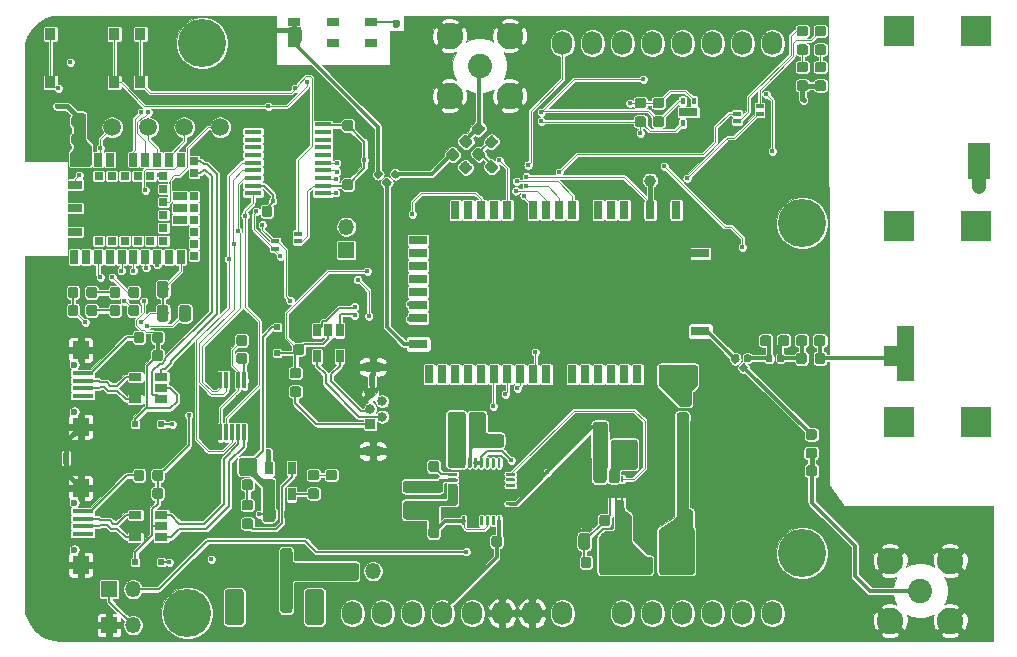
<source format=gbr>
G04 #@! TF.GenerationSoftware,KiCad,Pcbnew,(5.1.4)-1*
G04 #@! TF.CreationDate,2020-04-22T13:58:57+02:00*
G04 #@! TF.ProjectId,sara-rx-ab,73617261-2d72-4782-9d61-622e6b696361,rev?*
G04 #@! TF.SameCoordinates,Original*
G04 #@! TF.FileFunction,Copper,L1,Top*
G04 #@! TF.FilePolarity,Positive*
%FSLAX46Y46*%
G04 Gerber Fmt 4.6, Leading zero omitted, Abs format (unit mm)*
G04 Created by KiCad (PCBNEW (5.1.4)-1) date 2020-04-22 13:58:57*
%MOMM*%
%LPD*%
G04 APERTURE LIST*
%ADD10C,0.150000*%
%ADD11R,1.250000X2.200000*%
%ADD12R,1.450000X0.450000*%
%ADD13C,0.100000*%
%ADD14C,0.875000*%
%ADD15R,0.400000X0.600000*%
%ADD16R,1.600000X0.700000*%
%ADD17C,1.500000*%
%ADD18R,1.000000X0.500000*%
%ADD19C,1.325000*%
%ADD20O,1.850000X0.850000*%
%ADD21C,0.840000*%
%ADD22R,0.840000X0.840000*%
%ADD23R,1.000000X1.100000*%
%ADD24R,1.500000X1.350000*%
%ADD25R,1.400000X1.500000*%
%ADD26C,0.600000*%
%ADD27R,1.800000X0.400000*%
%ADD28R,1.350000X1.350000*%
%ADD29O,1.350000X1.350000*%
%ADD30C,1.600000*%
%ADD31C,1.000000*%
%ADD32C,0.975000*%
%ADD33C,0.381000*%
%ADD34R,0.650000X1.060000*%
%ADD35R,1.060000X0.650000*%
%ADD36R,0.250000X0.500000*%
%ADD37R,1.600000X0.900000*%
%ADD38C,0.250000*%
%ADD39C,3.350000*%
%ADD40R,0.700000X1.150000*%
%ADD41R,1.150000X0.700000*%
%ADD42R,0.700000X0.700000*%
%ADD43R,0.300000X1.400000*%
%ADD44C,0.590000*%
%ADD45R,0.500000X0.500000*%
%ADD46C,2.050000*%
%ADD47C,2.250000*%
%ADD48R,0.900000X1.000000*%
%ADD49R,1.000000X0.750000*%
%ADD50R,0.650000X0.400000*%
%ADD51R,1.900000X3.100000*%
%ADD52C,1.050000*%
%ADD53R,2.500000X2.500000*%
%ADD54R,1.100000X1.100000*%
%ADD55R,1.500000X0.800000*%
%ADD56R,0.800000X1.500000*%
%ADD57R,2.900000X0.800000*%
%ADD58R,0.800000X2.900000*%
%ADD59O,1.727200X2.032000*%
%ADD60C,4.064000*%
%ADD61C,0.450000*%
%ADD62C,0.381000*%
%ADD63C,0.088900*%
%ADD64C,0.203200*%
%ADD65C,0.200000*%
%ADD66C,0.304800*%
%ADD67C,1.200000*%
%ADD68C,0.254000*%
G04 APERTURE END LIST*
D10*
G36*
X133540500Y-75311000D02*
G01*
X133540500Y-74422000D01*
X134556500Y-74422000D01*
X134556500Y-75311000D01*
X133540500Y-75311000D01*
G37*
X133540500Y-75311000D02*
X133540500Y-74422000D01*
X134556500Y-74422000D01*
X134556500Y-75311000D01*
X133540500Y-75311000D01*
G36*
X114490500Y-111125000D02*
G01*
X114490500Y-110236000D01*
X114871500Y-110236000D01*
X114871500Y-111125000D01*
X114490500Y-111125000D01*
G37*
X114490500Y-111125000D02*
X114490500Y-110236000D01*
X114871500Y-110236000D01*
X114871500Y-111125000D01*
X114490500Y-111125000D01*
G36*
X140398500Y-104521000D02*
G01*
X140398500Y-103632000D01*
X140779500Y-103632000D01*
X140779500Y-104521000D01*
X140398500Y-104521000D01*
G37*
X140398500Y-104521000D02*
X140398500Y-103632000D01*
X140779500Y-103632000D01*
X140779500Y-104521000D01*
X140398500Y-104521000D01*
D11*
X162136000Y-110363000D03*
X159936000Y-110363000D03*
D12*
X130527000Y-88269000D03*
X130527000Y-87619000D03*
X130527000Y-86969000D03*
X130527000Y-86319000D03*
X130527000Y-85669000D03*
X130527000Y-85019000D03*
X130527000Y-84369000D03*
X130527000Y-83719000D03*
X130527000Y-83069000D03*
X130527000Y-82419000D03*
X136427000Y-82419000D03*
X136427000Y-83069000D03*
X136427000Y-83719000D03*
X136427000Y-84369000D03*
X136427000Y-85019000D03*
X136427000Y-85669000D03*
X136427000Y-86319000D03*
X136427000Y-86969000D03*
X136427000Y-87619000D03*
X136427000Y-88269000D03*
D13*
G36*
X137437691Y-113254053D02*
G01*
X137458926Y-113257203D01*
X137479750Y-113262419D01*
X137499962Y-113269651D01*
X137519368Y-113278830D01*
X137537781Y-113289866D01*
X137555024Y-113302654D01*
X137570930Y-113317070D01*
X137585346Y-113332976D01*
X137598134Y-113350219D01*
X137609170Y-113368632D01*
X137618349Y-113388038D01*
X137625581Y-113408250D01*
X137630797Y-113429074D01*
X137633947Y-113450309D01*
X137635000Y-113471750D01*
X137635000Y-113909250D01*
X137633947Y-113930691D01*
X137630797Y-113951926D01*
X137625581Y-113972750D01*
X137618349Y-113992962D01*
X137609170Y-114012368D01*
X137598134Y-114030781D01*
X137585346Y-114048024D01*
X137570930Y-114063930D01*
X137555024Y-114078346D01*
X137537781Y-114091134D01*
X137519368Y-114102170D01*
X137499962Y-114111349D01*
X137479750Y-114118581D01*
X137458926Y-114123797D01*
X137437691Y-114126947D01*
X137416250Y-114128000D01*
X136903750Y-114128000D01*
X136882309Y-114126947D01*
X136861074Y-114123797D01*
X136840250Y-114118581D01*
X136820038Y-114111349D01*
X136800632Y-114102170D01*
X136782219Y-114091134D01*
X136764976Y-114078346D01*
X136749070Y-114063930D01*
X136734654Y-114048024D01*
X136721866Y-114030781D01*
X136710830Y-114012368D01*
X136701651Y-113992962D01*
X136694419Y-113972750D01*
X136689203Y-113951926D01*
X136686053Y-113930691D01*
X136685000Y-113909250D01*
X136685000Y-113471750D01*
X136686053Y-113450309D01*
X136689203Y-113429074D01*
X136694419Y-113408250D01*
X136701651Y-113388038D01*
X136710830Y-113368632D01*
X136721866Y-113350219D01*
X136734654Y-113332976D01*
X136749070Y-113317070D01*
X136764976Y-113302654D01*
X136782219Y-113289866D01*
X136800632Y-113278830D01*
X136820038Y-113269651D01*
X136840250Y-113262419D01*
X136861074Y-113257203D01*
X136882309Y-113254053D01*
X136903750Y-113253000D01*
X137416250Y-113253000D01*
X137437691Y-113254053D01*
X137437691Y-113254053D01*
G37*
D14*
X137160000Y-113690500D03*
D13*
G36*
X137437691Y-111679053D02*
G01*
X137458926Y-111682203D01*
X137479750Y-111687419D01*
X137499962Y-111694651D01*
X137519368Y-111703830D01*
X137537781Y-111714866D01*
X137555024Y-111727654D01*
X137570930Y-111742070D01*
X137585346Y-111757976D01*
X137598134Y-111775219D01*
X137609170Y-111793632D01*
X137618349Y-111813038D01*
X137625581Y-111833250D01*
X137630797Y-111854074D01*
X137633947Y-111875309D01*
X137635000Y-111896750D01*
X137635000Y-112334250D01*
X137633947Y-112355691D01*
X137630797Y-112376926D01*
X137625581Y-112397750D01*
X137618349Y-112417962D01*
X137609170Y-112437368D01*
X137598134Y-112455781D01*
X137585346Y-112473024D01*
X137570930Y-112488930D01*
X137555024Y-112503346D01*
X137537781Y-112516134D01*
X137519368Y-112527170D01*
X137499962Y-112536349D01*
X137479750Y-112543581D01*
X137458926Y-112548797D01*
X137437691Y-112551947D01*
X137416250Y-112553000D01*
X136903750Y-112553000D01*
X136882309Y-112551947D01*
X136861074Y-112548797D01*
X136840250Y-112543581D01*
X136820038Y-112536349D01*
X136800632Y-112527170D01*
X136782219Y-112516134D01*
X136764976Y-112503346D01*
X136749070Y-112488930D01*
X136734654Y-112473024D01*
X136721866Y-112455781D01*
X136710830Y-112437368D01*
X136701651Y-112417962D01*
X136694419Y-112397750D01*
X136689203Y-112376926D01*
X136686053Y-112355691D01*
X136685000Y-112334250D01*
X136685000Y-111896750D01*
X136686053Y-111875309D01*
X136689203Y-111854074D01*
X136694419Y-111833250D01*
X136701651Y-111813038D01*
X136710830Y-111793632D01*
X136721866Y-111775219D01*
X136734654Y-111757976D01*
X136749070Y-111742070D01*
X136764976Y-111727654D01*
X136782219Y-111714866D01*
X136800632Y-111703830D01*
X136820038Y-111694651D01*
X136840250Y-111687419D01*
X136861074Y-111682203D01*
X136882309Y-111679053D01*
X136903750Y-111678000D01*
X137416250Y-111678000D01*
X137437691Y-111679053D01*
X137437691Y-111679053D01*
G37*
D14*
X137160000Y-112115500D03*
D13*
G36*
X163599691Y-81758053D02*
G01*
X163620926Y-81761203D01*
X163641750Y-81766419D01*
X163661962Y-81773651D01*
X163681368Y-81782830D01*
X163699781Y-81793866D01*
X163717024Y-81806654D01*
X163732930Y-81821070D01*
X163747346Y-81836976D01*
X163760134Y-81854219D01*
X163771170Y-81872632D01*
X163780349Y-81892038D01*
X163787581Y-81912250D01*
X163792797Y-81933074D01*
X163795947Y-81954309D01*
X163797000Y-81975750D01*
X163797000Y-82413250D01*
X163795947Y-82434691D01*
X163792797Y-82455926D01*
X163787581Y-82476750D01*
X163780349Y-82496962D01*
X163771170Y-82516368D01*
X163760134Y-82534781D01*
X163747346Y-82552024D01*
X163732930Y-82567930D01*
X163717024Y-82582346D01*
X163699781Y-82595134D01*
X163681368Y-82606170D01*
X163661962Y-82615349D01*
X163641750Y-82622581D01*
X163620926Y-82627797D01*
X163599691Y-82630947D01*
X163578250Y-82632000D01*
X163065750Y-82632000D01*
X163044309Y-82630947D01*
X163023074Y-82627797D01*
X163002250Y-82622581D01*
X162982038Y-82615349D01*
X162962632Y-82606170D01*
X162944219Y-82595134D01*
X162926976Y-82582346D01*
X162911070Y-82567930D01*
X162896654Y-82552024D01*
X162883866Y-82534781D01*
X162872830Y-82516368D01*
X162863651Y-82496962D01*
X162856419Y-82476750D01*
X162851203Y-82455926D01*
X162848053Y-82434691D01*
X162847000Y-82413250D01*
X162847000Y-81975750D01*
X162848053Y-81954309D01*
X162851203Y-81933074D01*
X162856419Y-81912250D01*
X162863651Y-81892038D01*
X162872830Y-81872632D01*
X162883866Y-81854219D01*
X162896654Y-81836976D01*
X162911070Y-81821070D01*
X162926976Y-81806654D01*
X162944219Y-81793866D01*
X162962632Y-81782830D01*
X162982038Y-81773651D01*
X163002250Y-81766419D01*
X163023074Y-81761203D01*
X163044309Y-81758053D01*
X163065750Y-81757000D01*
X163578250Y-81757000D01*
X163599691Y-81758053D01*
X163599691Y-81758053D01*
G37*
D14*
X163322000Y-82194500D03*
D13*
G36*
X163599691Y-80183053D02*
G01*
X163620926Y-80186203D01*
X163641750Y-80191419D01*
X163661962Y-80198651D01*
X163681368Y-80207830D01*
X163699781Y-80218866D01*
X163717024Y-80231654D01*
X163732930Y-80246070D01*
X163747346Y-80261976D01*
X163760134Y-80279219D01*
X163771170Y-80297632D01*
X163780349Y-80317038D01*
X163787581Y-80337250D01*
X163792797Y-80358074D01*
X163795947Y-80379309D01*
X163797000Y-80400750D01*
X163797000Y-80838250D01*
X163795947Y-80859691D01*
X163792797Y-80880926D01*
X163787581Y-80901750D01*
X163780349Y-80921962D01*
X163771170Y-80941368D01*
X163760134Y-80959781D01*
X163747346Y-80977024D01*
X163732930Y-80992930D01*
X163717024Y-81007346D01*
X163699781Y-81020134D01*
X163681368Y-81031170D01*
X163661962Y-81040349D01*
X163641750Y-81047581D01*
X163620926Y-81052797D01*
X163599691Y-81055947D01*
X163578250Y-81057000D01*
X163065750Y-81057000D01*
X163044309Y-81055947D01*
X163023074Y-81052797D01*
X163002250Y-81047581D01*
X162982038Y-81040349D01*
X162962632Y-81031170D01*
X162944219Y-81020134D01*
X162926976Y-81007346D01*
X162911070Y-80992930D01*
X162896654Y-80977024D01*
X162883866Y-80959781D01*
X162872830Y-80941368D01*
X162863651Y-80921962D01*
X162856419Y-80901750D01*
X162851203Y-80880926D01*
X162848053Y-80859691D01*
X162847000Y-80838250D01*
X162847000Y-80400750D01*
X162848053Y-80379309D01*
X162851203Y-80358074D01*
X162856419Y-80337250D01*
X162863651Y-80317038D01*
X162872830Y-80297632D01*
X162883866Y-80279219D01*
X162896654Y-80261976D01*
X162911070Y-80246070D01*
X162926976Y-80231654D01*
X162944219Y-80218866D01*
X162962632Y-80207830D01*
X162982038Y-80198651D01*
X163002250Y-80191419D01*
X163023074Y-80186203D01*
X163044309Y-80183053D01*
X163065750Y-80182000D01*
X163578250Y-80182000D01*
X163599691Y-80183053D01*
X163599691Y-80183053D01*
G37*
D14*
X163322000Y-80619500D03*
D15*
X166911000Y-82357000D03*
X167861000Y-80457000D03*
X166911000Y-80457000D03*
X167861000Y-82357000D03*
D16*
X167386000Y-81407000D03*
D17*
X124714000Y-82677000D03*
X121666000Y-82677000D03*
X118618000Y-82677000D03*
X127762000Y-82677000D03*
D18*
X134048500Y-75311000D03*
X134048500Y-74422000D03*
D13*
G36*
X170630505Y-115031204D02*
G01*
X170654773Y-115034804D01*
X170678572Y-115040765D01*
X170701671Y-115049030D01*
X170723850Y-115059520D01*
X170744893Y-115072132D01*
X170764599Y-115086747D01*
X170782777Y-115103223D01*
X170799253Y-115121401D01*
X170813868Y-115141107D01*
X170826480Y-115162150D01*
X170836970Y-115184329D01*
X170845235Y-115207428D01*
X170851196Y-115231227D01*
X170854796Y-115255495D01*
X170856000Y-115279999D01*
X170856000Y-117130001D01*
X170854796Y-117154505D01*
X170851196Y-117178773D01*
X170845235Y-117202572D01*
X170836970Y-117225671D01*
X170826480Y-117247850D01*
X170813868Y-117268893D01*
X170799253Y-117288599D01*
X170782777Y-117306777D01*
X170764599Y-117323253D01*
X170744893Y-117337868D01*
X170723850Y-117350480D01*
X170701671Y-117360970D01*
X170678572Y-117369235D01*
X170654773Y-117375196D01*
X170630505Y-117378796D01*
X170606001Y-117380000D01*
X169780999Y-117380000D01*
X169756495Y-117378796D01*
X169732227Y-117375196D01*
X169708428Y-117369235D01*
X169685329Y-117360970D01*
X169663150Y-117350480D01*
X169642107Y-117337868D01*
X169622401Y-117323253D01*
X169604223Y-117306777D01*
X169587747Y-117288599D01*
X169573132Y-117268893D01*
X169560520Y-117247850D01*
X169550030Y-117225671D01*
X169541765Y-117202572D01*
X169535804Y-117178773D01*
X169532204Y-117154505D01*
X169531000Y-117130001D01*
X169531000Y-115279999D01*
X169532204Y-115255495D01*
X169535804Y-115231227D01*
X169541765Y-115207428D01*
X169550030Y-115184329D01*
X169560520Y-115162150D01*
X169573132Y-115141107D01*
X169587747Y-115121401D01*
X169604223Y-115103223D01*
X169622401Y-115086747D01*
X169642107Y-115072132D01*
X169663150Y-115059520D01*
X169685329Y-115049030D01*
X169708428Y-115040765D01*
X169732227Y-115034804D01*
X169756495Y-115031204D01*
X169780999Y-115030000D01*
X170606001Y-115030000D01*
X170630505Y-115031204D01*
X170630505Y-115031204D01*
G37*
D19*
X170193500Y-116205000D03*
D13*
G36*
X167555505Y-115031204D02*
G01*
X167579773Y-115034804D01*
X167603572Y-115040765D01*
X167626671Y-115049030D01*
X167648850Y-115059520D01*
X167669893Y-115072132D01*
X167689599Y-115086747D01*
X167707777Y-115103223D01*
X167724253Y-115121401D01*
X167738868Y-115141107D01*
X167751480Y-115162150D01*
X167761970Y-115184329D01*
X167770235Y-115207428D01*
X167776196Y-115231227D01*
X167779796Y-115255495D01*
X167781000Y-115279999D01*
X167781000Y-117130001D01*
X167779796Y-117154505D01*
X167776196Y-117178773D01*
X167770235Y-117202572D01*
X167761970Y-117225671D01*
X167751480Y-117247850D01*
X167738868Y-117268893D01*
X167724253Y-117288599D01*
X167707777Y-117306777D01*
X167689599Y-117323253D01*
X167669893Y-117337868D01*
X167648850Y-117350480D01*
X167626671Y-117360970D01*
X167603572Y-117369235D01*
X167579773Y-117375196D01*
X167555505Y-117378796D01*
X167531001Y-117380000D01*
X166705999Y-117380000D01*
X166681495Y-117378796D01*
X166657227Y-117375196D01*
X166633428Y-117369235D01*
X166610329Y-117360970D01*
X166588150Y-117350480D01*
X166567107Y-117337868D01*
X166547401Y-117323253D01*
X166529223Y-117306777D01*
X166512747Y-117288599D01*
X166498132Y-117268893D01*
X166485520Y-117247850D01*
X166475030Y-117225671D01*
X166466765Y-117202572D01*
X166460804Y-117178773D01*
X166457204Y-117154505D01*
X166456000Y-117130001D01*
X166456000Y-115279999D01*
X166457204Y-115255495D01*
X166460804Y-115231227D01*
X166466765Y-115207428D01*
X166475030Y-115184329D01*
X166485520Y-115162150D01*
X166498132Y-115141107D01*
X166512747Y-115121401D01*
X166529223Y-115103223D01*
X166547401Y-115086747D01*
X166567107Y-115072132D01*
X166588150Y-115059520D01*
X166610329Y-115049030D01*
X166633428Y-115040765D01*
X166657227Y-115034804D01*
X166681495Y-115031204D01*
X166705999Y-115030000D01*
X167531001Y-115030000D01*
X167555505Y-115031204D01*
X167555505Y-115031204D01*
G37*
D19*
X167118500Y-116205000D03*
D20*
X140682000Y-102948000D03*
X140682000Y-110098000D03*
D21*
X140462000Y-105223000D03*
X141462000Y-105873000D03*
X140462000Y-106523000D03*
X141462000Y-107173000D03*
D22*
X140462000Y-107823000D03*
D23*
X112086000Y-117959000D03*
X112086000Y-114959000D03*
D24*
X113236000Y-120534000D03*
X113236000Y-112384000D03*
D25*
X115936000Y-119709000D03*
X115936000Y-113209000D03*
D26*
X115386000Y-118459000D03*
X115386000Y-114459000D03*
D27*
X116106000Y-117759000D03*
X116106000Y-117109000D03*
X116106000Y-116459000D03*
X116106000Y-115809000D03*
X116106000Y-115159000D03*
D23*
X112086000Y-106275000D03*
X112086000Y-103275000D03*
D24*
X113236000Y-108850000D03*
X113236000Y-100700000D03*
D25*
X115936000Y-108025000D03*
X115936000Y-101525000D03*
D26*
X115386000Y-106775000D03*
X115386000Y-102775000D03*
D27*
X116106000Y-106075000D03*
X116106000Y-105425000D03*
X116106000Y-104775000D03*
X116106000Y-104125000D03*
X116106000Y-103475000D03*
D28*
X118364000Y-121793000D03*
D29*
X120364000Y-121793000D03*
X140684000Y-120269000D03*
D28*
X138684000Y-120269000D03*
D29*
X165608000Y-119761000D03*
D28*
X163608000Y-119761000D03*
D29*
X138430000Y-91091000D03*
D28*
X138430000Y-93091000D03*
D13*
G36*
X129508504Y-121790204D02*
G01*
X129532773Y-121793804D01*
X129556571Y-121799765D01*
X129579671Y-121808030D01*
X129601849Y-121818520D01*
X129622893Y-121831133D01*
X129642598Y-121845747D01*
X129660777Y-121862223D01*
X129677253Y-121880402D01*
X129691867Y-121900107D01*
X129704480Y-121921151D01*
X129714970Y-121943329D01*
X129723235Y-121966429D01*
X129729196Y-121990227D01*
X129732796Y-122014496D01*
X129734000Y-122039000D01*
X129734000Y-124539000D01*
X129732796Y-124563504D01*
X129729196Y-124587773D01*
X129723235Y-124611571D01*
X129714970Y-124634671D01*
X129704480Y-124656849D01*
X129691867Y-124677893D01*
X129677253Y-124697598D01*
X129660777Y-124715777D01*
X129642598Y-124732253D01*
X129622893Y-124746867D01*
X129601849Y-124759480D01*
X129579671Y-124769970D01*
X129556571Y-124778235D01*
X129532773Y-124784196D01*
X129508504Y-124787796D01*
X129484000Y-124789000D01*
X128384000Y-124789000D01*
X128359496Y-124787796D01*
X128335227Y-124784196D01*
X128311429Y-124778235D01*
X128288329Y-124769970D01*
X128266151Y-124759480D01*
X128245107Y-124746867D01*
X128225402Y-124732253D01*
X128207223Y-124715777D01*
X128190747Y-124697598D01*
X128176133Y-124677893D01*
X128163520Y-124656849D01*
X128153030Y-124634671D01*
X128144765Y-124611571D01*
X128138804Y-124587773D01*
X128135204Y-124563504D01*
X128134000Y-124539000D01*
X128134000Y-122039000D01*
X128135204Y-122014496D01*
X128138804Y-121990227D01*
X128144765Y-121966429D01*
X128153030Y-121943329D01*
X128163520Y-121921151D01*
X128176133Y-121900107D01*
X128190747Y-121880402D01*
X128207223Y-121862223D01*
X128225402Y-121845747D01*
X128245107Y-121831133D01*
X128266151Y-121818520D01*
X128288329Y-121808030D01*
X128311429Y-121799765D01*
X128335227Y-121793804D01*
X128359496Y-121790204D01*
X128384000Y-121789000D01*
X129484000Y-121789000D01*
X129508504Y-121790204D01*
X129508504Y-121790204D01*
G37*
D30*
X128934000Y-123289000D03*
D13*
G36*
X136308504Y-121790204D02*
G01*
X136332773Y-121793804D01*
X136356571Y-121799765D01*
X136379671Y-121808030D01*
X136401849Y-121818520D01*
X136422893Y-121831133D01*
X136442598Y-121845747D01*
X136460777Y-121862223D01*
X136477253Y-121880402D01*
X136491867Y-121900107D01*
X136504480Y-121921151D01*
X136514970Y-121943329D01*
X136523235Y-121966429D01*
X136529196Y-121990227D01*
X136532796Y-122014496D01*
X136534000Y-122039000D01*
X136534000Y-124539000D01*
X136532796Y-124563504D01*
X136529196Y-124587773D01*
X136523235Y-124611571D01*
X136514970Y-124634671D01*
X136504480Y-124656849D01*
X136491867Y-124677893D01*
X136477253Y-124697598D01*
X136460777Y-124715777D01*
X136442598Y-124732253D01*
X136422893Y-124746867D01*
X136401849Y-124759480D01*
X136379671Y-124769970D01*
X136356571Y-124778235D01*
X136332773Y-124784196D01*
X136308504Y-124787796D01*
X136284000Y-124789000D01*
X135184000Y-124789000D01*
X135159496Y-124787796D01*
X135135227Y-124784196D01*
X135111429Y-124778235D01*
X135088329Y-124769970D01*
X135066151Y-124759480D01*
X135045107Y-124746867D01*
X135025402Y-124732253D01*
X135007223Y-124715777D01*
X134990747Y-124697598D01*
X134976133Y-124677893D01*
X134963520Y-124656849D01*
X134953030Y-124634671D01*
X134944765Y-124611571D01*
X134938804Y-124587773D01*
X134935204Y-124563504D01*
X134934000Y-124539000D01*
X134934000Y-122039000D01*
X134935204Y-122014496D01*
X134938804Y-121990227D01*
X134944765Y-121966429D01*
X134953030Y-121943329D01*
X134963520Y-121921151D01*
X134976133Y-121900107D01*
X134990747Y-121880402D01*
X135007223Y-121862223D01*
X135025402Y-121845747D01*
X135045107Y-121831133D01*
X135066151Y-121818520D01*
X135088329Y-121808030D01*
X135111429Y-121799765D01*
X135135227Y-121793804D01*
X135159496Y-121790204D01*
X135184000Y-121789000D01*
X136284000Y-121789000D01*
X136308504Y-121790204D01*
X136308504Y-121790204D01*
G37*
D30*
X135734000Y-123289000D03*
D13*
G36*
X131608504Y-118290204D02*
G01*
X131632773Y-118293804D01*
X131656571Y-118299765D01*
X131679671Y-118308030D01*
X131701849Y-118318520D01*
X131722893Y-118331133D01*
X131742598Y-118345747D01*
X131760777Y-118362223D01*
X131777253Y-118380402D01*
X131791867Y-118400107D01*
X131804480Y-118421151D01*
X131814970Y-118443329D01*
X131823235Y-118466429D01*
X131829196Y-118490227D01*
X131832796Y-118514496D01*
X131834000Y-118539000D01*
X131834000Y-123539000D01*
X131832796Y-123563504D01*
X131829196Y-123587773D01*
X131823235Y-123611571D01*
X131814970Y-123634671D01*
X131804480Y-123656849D01*
X131791867Y-123677893D01*
X131777253Y-123697598D01*
X131760777Y-123715777D01*
X131742598Y-123732253D01*
X131722893Y-123746867D01*
X131701849Y-123759480D01*
X131679671Y-123769970D01*
X131656571Y-123778235D01*
X131632773Y-123784196D01*
X131608504Y-123787796D01*
X131584000Y-123789000D01*
X131084000Y-123789000D01*
X131059496Y-123787796D01*
X131035227Y-123784196D01*
X131011429Y-123778235D01*
X130988329Y-123769970D01*
X130966151Y-123759480D01*
X130945107Y-123746867D01*
X130925402Y-123732253D01*
X130907223Y-123715777D01*
X130890747Y-123697598D01*
X130876133Y-123677893D01*
X130863520Y-123656849D01*
X130853030Y-123634671D01*
X130844765Y-123611571D01*
X130838804Y-123587773D01*
X130835204Y-123563504D01*
X130834000Y-123539000D01*
X130834000Y-118539000D01*
X130835204Y-118514496D01*
X130838804Y-118490227D01*
X130844765Y-118466429D01*
X130853030Y-118443329D01*
X130863520Y-118421151D01*
X130876133Y-118400107D01*
X130890747Y-118380402D01*
X130907223Y-118362223D01*
X130925402Y-118345747D01*
X130945107Y-118331133D01*
X130966151Y-118318520D01*
X130988329Y-118308030D01*
X131011429Y-118299765D01*
X131035227Y-118293804D01*
X131059496Y-118290204D01*
X131084000Y-118289000D01*
X131584000Y-118289000D01*
X131608504Y-118290204D01*
X131608504Y-118290204D01*
G37*
D31*
X131334000Y-121039000D03*
D13*
G36*
X133608504Y-118290204D02*
G01*
X133632773Y-118293804D01*
X133656571Y-118299765D01*
X133679671Y-118308030D01*
X133701849Y-118318520D01*
X133722893Y-118331133D01*
X133742598Y-118345747D01*
X133760777Y-118362223D01*
X133777253Y-118380402D01*
X133791867Y-118400107D01*
X133804480Y-118421151D01*
X133814970Y-118443329D01*
X133823235Y-118466429D01*
X133829196Y-118490227D01*
X133832796Y-118514496D01*
X133834000Y-118539000D01*
X133834000Y-123539000D01*
X133832796Y-123563504D01*
X133829196Y-123587773D01*
X133823235Y-123611571D01*
X133814970Y-123634671D01*
X133804480Y-123656849D01*
X133791867Y-123677893D01*
X133777253Y-123697598D01*
X133760777Y-123715777D01*
X133742598Y-123732253D01*
X133722893Y-123746867D01*
X133701849Y-123759480D01*
X133679671Y-123769970D01*
X133656571Y-123778235D01*
X133632773Y-123784196D01*
X133608504Y-123787796D01*
X133584000Y-123789000D01*
X133084000Y-123789000D01*
X133059496Y-123787796D01*
X133035227Y-123784196D01*
X133011429Y-123778235D01*
X132988329Y-123769970D01*
X132966151Y-123759480D01*
X132945107Y-123746867D01*
X132925402Y-123732253D01*
X132907223Y-123715777D01*
X132890747Y-123697598D01*
X132876133Y-123677893D01*
X132863520Y-123656849D01*
X132853030Y-123634671D01*
X132844765Y-123611571D01*
X132838804Y-123587773D01*
X132835204Y-123563504D01*
X132834000Y-123539000D01*
X132834000Y-118539000D01*
X132835204Y-118514496D01*
X132838804Y-118490227D01*
X132844765Y-118466429D01*
X132853030Y-118443329D01*
X132863520Y-118421151D01*
X132876133Y-118400107D01*
X132890747Y-118380402D01*
X132907223Y-118362223D01*
X132925402Y-118345747D01*
X132945107Y-118331133D01*
X132966151Y-118318520D01*
X132988329Y-118308030D01*
X133011429Y-118299765D01*
X133035227Y-118293804D01*
X133059496Y-118290204D01*
X133084000Y-118289000D01*
X133584000Y-118289000D01*
X133608504Y-118290204D01*
X133608504Y-118290204D01*
G37*
D31*
X133334000Y-121039000D03*
D13*
G36*
X125030142Y-95694174D02*
G01*
X125053803Y-95697684D01*
X125077007Y-95703496D01*
X125099529Y-95711554D01*
X125121153Y-95721782D01*
X125141670Y-95734079D01*
X125160883Y-95748329D01*
X125178607Y-95764393D01*
X125194671Y-95782117D01*
X125208921Y-95801330D01*
X125221218Y-95821847D01*
X125231446Y-95843471D01*
X125239504Y-95865993D01*
X125245316Y-95889197D01*
X125248826Y-95912858D01*
X125250000Y-95936750D01*
X125250000Y-96849250D01*
X125248826Y-96873142D01*
X125245316Y-96896803D01*
X125239504Y-96920007D01*
X125231446Y-96942529D01*
X125221218Y-96964153D01*
X125208921Y-96984670D01*
X125194671Y-97003883D01*
X125178607Y-97021607D01*
X125160883Y-97037671D01*
X125141670Y-97051921D01*
X125121153Y-97064218D01*
X125099529Y-97074446D01*
X125077007Y-97082504D01*
X125053803Y-97088316D01*
X125030142Y-97091826D01*
X125006250Y-97093000D01*
X124518750Y-97093000D01*
X124494858Y-97091826D01*
X124471197Y-97088316D01*
X124447993Y-97082504D01*
X124425471Y-97074446D01*
X124403847Y-97064218D01*
X124383330Y-97051921D01*
X124364117Y-97037671D01*
X124346393Y-97021607D01*
X124330329Y-97003883D01*
X124316079Y-96984670D01*
X124303782Y-96964153D01*
X124293554Y-96942529D01*
X124285496Y-96920007D01*
X124279684Y-96896803D01*
X124276174Y-96873142D01*
X124275000Y-96849250D01*
X124275000Y-95936750D01*
X124276174Y-95912858D01*
X124279684Y-95889197D01*
X124285496Y-95865993D01*
X124293554Y-95843471D01*
X124303782Y-95821847D01*
X124316079Y-95801330D01*
X124330329Y-95782117D01*
X124346393Y-95764393D01*
X124364117Y-95748329D01*
X124383330Y-95734079D01*
X124403847Y-95721782D01*
X124425471Y-95711554D01*
X124447993Y-95703496D01*
X124471197Y-95697684D01*
X124494858Y-95694174D01*
X124518750Y-95693000D01*
X125006250Y-95693000D01*
X125030142Y-95694174D01*
X125030142Y-95694174D01*
G37*
D32*
X124762500Y-96393000D03*
D13*
G36*
X123155142Y-95694174D02*
G01*
X123178803Y-95697684D01*
X123202007Y-95703496D01*
X123224529Y-95711554D01*
X123246153Y-95721782D01*
X123266670Y-95734079D01*
X123285883Y-95748329D01*
X123303607Y-95764393D01*
X123319671Y-95782117D01*
X123333921Y-95801330D01*
X123346218Y-95821847D01*
X123356446Y-95843471D01*
X123364504Y-95865993D01*
X123370316Y-95889197D01*
X123373826Y-95912858D01*
X123375000Y-95936750D01*
X123375000Y-96849250D01*
X123373826Y-96873142D01*
X123370316Y-96896803D01*
X123364504Y-96920007D01*
X123356446Y-96942529D01*
X123346218Y-96964153D01*
X123333921Y-96984670D01*
X123319671Y-97003883D01*
X123303607Y-97021607D01*
X123285883Y-97037671D01*
X123266670Y-97051921D01*
X123246153Y-97064218D01*
X123224529Y-97074446D01*
X123202007Y-97082504D01*
X123178803Y-97088316D01*
X123155142Y-97091826D01*
X123131250Y-97093000D01*
X122643750Y-97093000D01*
X122619858Y-97091826D01*
X122596197Y-97088316D01*
X122572993Y-97082504D01*
X122550471Y-97074446D01*
X122528847Y-97064218D01*
X122508330Y-97051921D01*
X122489117Y-97037671D01*
X122471393Y-97021607D01*
X122455329Y-97003883D01*
X122441079Y-96984670D01*
X122428782Y-96964153D01*
X122418554Y-96942529D01*
X122410496Y-96920007D01*
X122404684Y-96896803D01*
X122401174Y-96873142D01*
X122400000Y-96849250D01*
X122400000Y-95936750D01*
X122401174Y-95912858D01*
X122404684Y-95889197D01*
X122410496Y-95865993D01*
X122418554Y-95843471D01*
X122428782Y-95821847D01*
X122441079Y-95801330D01*
X122455329Y-95782117D01*
X122471393Y-95764393D01*
X122489117Y-95748329D01*
X122508330Y-95734079D01*
X122528847Y-95721782D01*
X122550471Y-95711554D01*
X122572993Y-95703496D01*
X122596197Y-95697684D01*
X122619858Y-95694174D01*
X122643750Y-95693000D01*
X123131250Y-95693000D01*
X123155142Y-95694174D01*
X123155142Y-95694174D01*
G37*
D32*
X122887500Y-96393000D03*
D13*
G36*
X123155142Y-97726174D02*
G01*
X123178803Y-97729684D01*
X123202007Y-97735496D01*
X123224529Y-97743554D01*
X123246153Y-97753782D01*
X123266670Y-97766079D01*
X123285883Y-97780329D01*
X123303607Y-97796393D01*
X123319671Y-97814117D01*
X123333921Y-97833330D01*
X123346218Y-97853847D01*
X123356446Y-97875471D01*
X123364504Y-97897993D01*
X123370316Y-97921197D01*
X123373826Y-97944858D01*
X123375000Y-97968750D01*
X123375000Y-98881250D01*
X123373826Y-98905142D01*
X123370316Y-98928803D01*
X123364504Y-98952007D01*
X123356446Y-98974529D01*
X123346218Y-98996153D01*
X123333921Y-99016670D01*
X123319671Y-99035883D01*
X123303607Y-99053607D01*
X123285883Y-99069671D01*
X123266670Y-99083921D01*
X123246153Y-99096218D01*
X123224529Y-99106446D01*
X123202007Y-99114504D01*
X123178803Y-99120316D01*
X123155142Y-99123826D01*
X123131250Y-99125000D01*
X122643750Y-99125000D01*
X122619858Y-99123826D01*
X122596197Y-99120316D01*
X122572993Y-99114504D01*
X122550471Y-99106446D01*
X122528847Y-99096218D01*
X122508330Y-99083921D01*
X122489117Y-99069671D01*
X122471393Y-99053607D01*
X122455329Y-99035883D01*
X122441079Y-99016670D01*
X122428782Y-98996153D01*
X122418554Y-98974529D01*
X122410496Y-98952007D01*
X122404684Y-98928803D01*
X122401174Y-98905142D01*
X122400000Y-98881250D01*
X122400000Y-97968750D01*
X122401174Y-97944858D01*
X122404684Y-97921197D01*
X122410496Y-97897993D01*
X122418554Y-97875471D01*
X122428782Y-97853847D01*
X122441079Y-97833330D01*
X122455329Y-97814117D01*
X122471393Y-97796393D01*
X122489117Y-97780329D01*
X122508330Y-97766079D01*
X122528847Y-97753782D01*
X122550471Y-97743554D01*
X122572993Y-97735496D01*
X122596197Y-97729684D01*
X122619858Y-97726174D01*
X122643750Y-97725000D01*
X123131250Y-97725000D01*
X123155142Y-97726174D01*
X123155142Y-97726174D01*
G37*
D32*
X122887500Y-98425000D03*
D13*
G36*
X125030142Y-97726174D02*
G01*
X125053803Y-97729684D01*
X125077007Y-97735496D01*
X125099529Y-97743554D01*
X125121153Y-97753782D01*
X125141670Y-97766079D01*
X125160883Y-97780329D01*
X125178607Y-97796393D01*
X125194671Y-97814117D01*
X125208921Y-97833330D01*
X125221218Y-97853847D01*
X125231446Y-97875471D01*
X125239504Y-97897993D01*
X125245316Y-97921197D01*
X125248826Y-97944858D01*
X125250000Y-97968750D01*
X125250000Y-98881250D01*
X125248826Y-98905142D01*
X125245316Y-98928803D01*
X125239504Y-98952007D01*
X125231446Y-98974529D01*
X125221218Y-98996153D01*
X125208921Y-99016670D01*
X125194671Y-99035883D01*
X125178607Y-99053607D01*
X125160883Y-99069671D01*
X125141670Y-99083921D01*
X125121153Y-99096218D01*
X125099529Y-99106446D01*
X125077007Y-99114504D01*
X125053803Y-99120316D01*
X125030142Y-99123826D01*
X125006250Y-99125000D01*
X124518750Y-99125000D01*
X124494858Y-99123826D01*
X124471197Y-99120316D01*
X124447993Y-99114504D01*
X124425471Y-99106446D01*
X124403847Y-99096218D01*
X124383330Y-99083921D01*
X124364117Y-99069671D01*
X124346393Y-99053607D01*
X124330329Y-99035883D01*
X124316079Y-99016670D01*
X124303782Y-98996153D01*
X124293554Y-98974529D01*
X124285496Y-98952007D01*
X124279684Y-98928803D01*
X124276174Y-98905142D01*
X124275000Y-98881250D01*
X124275000Y-97968750D01*
X124276174Y-97944858D01*
X124279684Y-97921197D01*
X124285496Y-97897993D01*
X124293554Y-97875471D01*
X124303782Y-97853847D01*
X124316079Y-97833330D01*
X124330329Y-97814117D01*
X124346393Y-97796393D01*
X124364117Y-97780329D01*
X124383330Y-97766079D01*
X124403847Y-97753782D01*
X124425471Y-97743554D01*
X124447993Y-97735496D01*
X124471197Y-97729684D01*
X124494858Y-97726174D01*
X124518750Y-97725000D01*
X125006250Y-97725000D01*
X125030142Y-97726174D01*
X125030142Y-97726174D01*
G37*
D32*
X124762500Y-98425000D03*
D13*
G36*
X160717142Y-117030174D02*
G01*
X160740803Y-117033684D01*
X160764007Y-117039496D01*
X160786529Y-117047554D01*
X160808153Y-117057782D01*
X160828670Y-117070079D01*
X160847883Y-117084329D01*
X160865607Y-117100393D01*
X160881671Y-117118117D01*
X160895921Y-117137330D01*
X160908218Y-117157847D01*
X160918446Y-117179471D01*
X160926504Y-117201993D01*
X160932316Y-117225197D01*
X160935826Y-117248858D01*
X160937000Y-117272750D01*
X160937000Y-118185250D01*
X160935826Y-118209142D01*
X160932316Y-118232803D01*
X160926504Y-118256007D01*
X160918446Y-118278529D01*
X160908218Y-118300153D01*
X160895921Y-118320670D01*
X160881671Y-118339883D01*
X160865607Y-118357607D01*
X160847883Y-118373671D01*
X160828670Y-118387921D01*
X160808153Y-118400218D01*
X160786529Y-118410446D01*
X160764007Y-118418504D01*
X160740803Y-118424316D01*
X160717142Y-118427826D01*
X160693250Y-118429000D01*
X160205750Y-118429000D01*
X160181858Y-118427826D01*
X160158197Y-118424316D01*
X160134993Y-118418504D01*
X160112471Y-118410446D01*
X160090847Y-118400218D01*
X160070330Y-118387921D01*
X160051117Y-118373671D01*
X160033393Y-118357607D01*
X160017329Y-118339883D01*
X160003079Y-118320670D01*
X159990782Y-118300153D01*
X159980554Y-118278529D01*
X159972496Y-118256007D01*
X159966684Y-118232803D01*
X159963174Y-118209142D01*
X159962000Y-118185250D01*
X159962000Y-117272750D01*
X159963174Y-117248858D01*
X159966684Y-117225197D01*
X159972496Y-117201993D01*
X159980554Y-117179471D01*
X159990782Y-117157847D01*
X160003079Y-117137330D01*
X160017329Y-117118117D01*
X160033393Y-117100393D01*
X160051117Y-117084329D01*
X160070330Y-117070079D01*
X160090847Y-117057782D01*
X160112471Y-117047554D01*
X160134993Y-117039496D01*
X160158197Y-117033684D01*
X160181858Y-117030174D01*
X160205750Y-117029000D01*
X160693250Y-117029000D01*
X160717142Y-117030174D01*
X160717142Y-117030174D01*
G37*
D32*
X160449500Y-117729000D03*
D13*
G36*
X158842142Y-117030174D02*
G01*
X158865803Y-117033684D01*
X158889007Y-117039496D01*
X158911529Y-117047554D01*
X158933153Y-117057782D01*
X158953670Y-117070079D01*
X158972883Y-117084329D01*
X158990607Y-117100393D01*
X159006671Y-117118117D01*
X159020921Y-117137330D01*
X159033218Y-117157847D01*
X159043446Y-117179471D01*
X159051504Y-117201993D01*
X159057316Y-117225197D01*
X159060826Y-117248858D01*
X159062000Y-117272750D01*
X159062000Y-118185250D01*
X159060826Y-118209142D01*
X159057316Y-118232803D01*
X159051504Y-118256007D01*
X159043446Y-118278529D01*
X159033218Y-118300153D01*
X159020921Y-118320670D01*
X159006671Y-118339883D01*
X158990607Y-118357607D01*
X158972883Y-118373671D01*
X158953670Y-118387921D01*
X158933153Y-118400218D01*
X158911529Y-118410446D01*
X158889007Y-118418504D01*
X158865803Y-118424316D01*
X158842142Y-118427826D01*
X158818250Y-118429000D01*
X158330750Y-118429000D01*
X158306858Y-118427826D01*
X158283197Y-118424316D01*
X158259993Y-118418504D01*
X158237471Y-118410446D01*
X158215847Y-118400218D01*
X158195330Y-118387921D01*
X158176117Y-118373671D01*
X158158393Y-118357607D01*
X158142329Y-118339883D01*
X158128079Y-118320670D01*
X158115782Y-118300153D01*
X158105554Y-118278529D01*
X158097496Y-118256007D01*
X158091684Y-118232803D01*
X158088174Y-118209142D01*
X158087000Y-118185250D01*
X158087000Y-117272750D01*
X158088174Y-117248858D01*
X158091684Y-117225197D01*
X158097496Y-117201993D01*
X158105554Y-117179471D01*
X158115782Y-117157847D01*
X158128079Y-117137330D01*
X158142329Y-117118117D01*
X158158393Y-117100393D01*
X158176117Y-117084329D01*
X158195330Y-117070079D01*
X158215847Y-117057782D01*
X158237471Y-117047554D01*
X158259993Y-117039496D01*
X158283197Y-117033684D01*
X158306858Y-117030174D01*
X158330750Y-117029000D01*
X158818250Y-117029000D01*
X158842142Y-117030174D01*
X158842142Y-117030174D01*
G37*
D32*
X158574500Y-117729000D03*
D33*
X114681000Y-110236000D03*
X114681000Y-111125000D03*
X140589000Y-104521000D03*
X140589000Y-103632000D03*
D34*
X136906000Y-99865000D03*
X135956000Y-99865000D03*
X137856000Y-99865000D03*
X137856000Y-102065000D03*
X136906000Y-102065000D03*
X135956000Y-102065000D03*
D35*
X122766000Y-116459000D03*
X122766000Y-115509000D03*
X122766000Y-117409000D03*
X120566000Y-117409000D03*
X120566000Y-116459000D03*
X120566000Y-115509000D03*
X122766000Y-104775000D03*
X122766000Y-103825000D03*
X122766000Y-105725000D03*
X120566000Y-105725000D03*
X120566000Y-104775000D03*
X120566000Y-103825000D03*
D36*
X161286000Y-112461000D03*
X161786000Y-112461000D03*
X161786000Y-114361000D03*
X160786000Y-114361000D03*
X160286000Y-114361000D03*
D37*
X161036000Y-113411000D03*
D26*
X161536000Y-113411000D03*
X160536000Y-113411000D03*
D36*
X160286000Y-112461000D03*
X160786000Y-112461000D03*
X161286000Y-114361000D03*
D13*
G36*
X160539691Y-115477053D02*
G01*
X160560926Y-115480203D01*
X160581750Y-115485419D01*
X160601962Y-115492651D01*
X160621368Y-115501830D01*
X160639781Y-115512866D01*
X160657024Y-115525654D01*
X160672930Y-115540070D01*
X160687346Y-115555976D01*
X160700134Y-115573219D01*
X160711170Y-115591632D01*
X160720349Y-115611038D01*
X160727581Y-115631250D01*
X160732797Y-115652074D01*
X160735947Y-115673309D01*
X160737000Y-115694750D01*
X160737000Y-116207250D01*
X160735947Y-116228691D01*
X160732797Y-116249926D01*
X160727581Y-116270750D01*
X160720349Y-116290962D01*
X160711170Y-116310368D01*
X160700134Y-116328781D01*
X160687346Y-116346024D01*
X160672930Y-116361930D01*
X160657024Y-116376346D01*
X160639781Y-116389134D01*
X160621368Y-116400170D01*
X160601962Y-116409349D01*
X160581750Y-116416581D01*
X160560926Y-116421797D01*
X160539691Y-116424947D01*
X160518250Y-116426000D01*
X160080750Y-116426000D01*
X160059309Y-116424947D01*
X160038074Y-116421797D01*
X160017250Y-116416581D01*
X159997038Y-116409349D01*
X159977632Y-116400170D01*
X159959219Y-116389134D01*
X159941976Y-116376346D01*
X159926070Y-116361930D01*
X159911654Y-116346024D01*
X159898866Y-116328781D01*
X159887830Y-116310368D01*
X159878651Y-116290962D01*
X159871419Y-116270750D01*
X159866203Y-116249926D01*
X159863053Y-116228691D01*
X159862000Y-116207250D01*
X159862000Y-115694750D01*
X159863053Y-115673309D01*
X159866203Y-115652074D01*
X159871419Y-115631250D01*
X159878651Y-115611038D01*
X159887830Y-115591632D01*
X159898866Y-115573219D01*
X159911654Y-115555976D01*
X159926070Y-115540070D01*
X159941976Y-115525654D01*
X159959219Y-115512866D01*
X159977632Y-115501830D01*
X159997038Y-115492651D01*
X160017250Y-115485419D01*
X160038074Y-115480203D01*
X160059309Y-115477053D01*
X160080750Y-115476000D01*
X160518250Y-115476000D01*
X160539691Y-115477053D01*
X160539691Y-115477053D01*
G37*
D14*
X160299500Y-115951000D03*
D13*
G36*
X158964691Y-115477053D02*
G01*
X158985926Y-115480203D01*
X159006750Y-115485419D01*
X159026962Y-115492651D01*
X159046368Y-115501830D01*
X159064781Y-115512866D01*
X159082024Y-115525654D01*
X159097930Y-115540070D01*
X159112346Y-115555976D01*
X159125134Y-115573219D01*
X159136170Y-115591632D01*
X159145349Y-115611038D01*
X159152581Y-115631250D01*
X159157797Y-115652074D01*
X159160947Y-115673309D01*
X159162000Y-115694750D01*
X159162000Y-116207250D01*
X159160947Y-116228691D01*
X159157797Y-116249926D01*
X159152581Y-116270750D01*
X159145349Y-116290962D01*
X159136170Y-116310368D01*
X159125134Y-116328781D01*
X159112346Y-116346024D01*
X159097930Y-116361930D01*
X159082024Y-116376346D01*
X159064781Y-116389134D01*
X159046368Y-116400170D01*
X159026962Y-116409349D01*
X159006750Y-116416581D01*
X158985926Y-116421797D01*
X158964691Y-116424947D01*
X158943250Y-116426000D01*
X158505750Y-116426000D01*
X158484309Y-116424947D01*
X158463074Y-116421797D01*
X158442250Y-116416581D01*
X158422038Y-116409349D01*
X158402632Y-116400170D01*
X158384219Y-116389134D01*
X158366976Y-116376346D01*
X158351070Y-116361930D01*
X158336654Y-116346024D01*
X158323866Y-116328781D01*
X158312830Y-116310368D01*
X158303651Y-116290962D01*
X158296419Y-116270750D01*
X158291203Y-116249926D01*
X158288053Y-116228691D01*
X158287000Y-116207250D01*
X158287000Y-115694750D01*
X158288053Y-115673309D01*
X158291203Y-115652074D01*
X158296419Y-115631250D01*
X158303651Y-115611038D01*
X158312830Y-115591632D01*
X158323866Y-115573219D01*
X158336654Y-115555976D01*
X158351070Y-115540070D01*
X158366976Y-115525654D01*
X158384219Y-115512866D01*
X158402632Y-115501830D01*
X158422038Y-115492651D01*
X158442250Y-115485419D01*
X158463074Y-115480203D01*
X158484309Y-115477053D01*
X158505750Y-115476000D01*
X158943250Y-115476000D01*
X158964691Y-115477053D01*
X158964691Y-115477053D01*
G37*
D14*
X158724500Y-115951000D03*
D13*
G36*
X162266691Y-115477053D02*
G01*
X162287926Y-115480203D01*
X162308750Y-115485419D01*
X162328962Y-115492651D01*
X162348368Y-115501830D01*
X162366781Y-115512866D01*
X162384024Y-115525654D01*
X162399930Y-115540070D01*
X162414346Y-115555976D01*
X162427134Y-115573219D01*
X162438170Y-115591632D01*
X162447349Y-115611038D01*
X162454581Y-115631250D01*
X162459797Y-115652074D01*
X162462947Y-115673309D01*
X162464000Y-115694750D01*
X162464000Y-116207250D01*
X162462947Y-116228691D01*
X162459797Y-116249926D01*
X162454581Y-116270750D01*
X162447349Y-116290962D01*
X162438170Y-116310368D01*
X162427134Y-116328781D01*
X162414346Y-116346024D01*
X162399930Y-116361930D01*
X162384024Y-116376346D01*
X162366781Y-116389134D01*
X162348368Y-116400170D01*
X162328962Y-116409349D01*
X162308750Y-116416581D01*
X162287926Y-116421797D01*
X162266691Y-116424947D01*
X162245250Y-116426000D01*
X161807750Y-116426000D01*
X161786309Y-116424947D01*
X161765074Y-116421797D01*
X161744250Y-116416581D01*
X161724038Y-116409349D01*
X161704632Y-116400170D01*
X161686219Y-116389134D01*
X161668976Y-116376346D01*
X161653070Y-116361930D01*
X161638654Y-116346024D01*
X161625866Y-116328781D01*
X161614830Y-116310368D01*
X161605651Y-116290962D01*
X161598419Y-116270750D01*
X161593203Y-116249926D01*
X161590053Y-116228691D01*
X161589000Y-116207250D01*
X161589000Y-115694750D01*
X161590053Y-115673309D01*
X161593203Y-115652074D01*
X161598419Y-115631250D01*
X161605651Y-115611038D01*
X161614830Y-115591632D01*
X161625866Y-115573219D01*
X161638654Y-115555976D01*
X161653070Y-115540070D01*
X161668976Y-115525654D01*
X161686219Y-115512866D01*
X161704632Y-115501830D01*
X161724038Y-115492651D01*
X161744250Y-115485419D01*
X161765074Y-115480203D01*
X161786309Y-115477053D01*
X161807750Y-115476000D01*
X162245250Y-115476000D01*
X162266691Y-115477053D01*
X162266691Y-115477053D01*
G37*
D14*
X162026500Y-115951000D03*
D13*
G36*
X163841691Y-115477053D02*
G01*
X163862926Y-115480203D01*
X163883750Y-115485419D01*
X163903962Y-115492651D01*
X163923368Y-115501830D01*
X163941781Y-115512866D01*
X163959024Y-115525654D01*
X163974930Y-115540070D01*
X163989346Y-115555976D01*
X164002134Y-115573219D01*
X164013170Y-115591632D01*
X164022349Y-115611038D01*
X164029581Y-115631250D01*
X164034797Y-115652074D01*
X164037947Y-115673309D01*
X164039000Y-115694750D01*
X164039000Y-116207250D01*
X164037947Y-116228691D01*
X164034797Y-116249926D01*
X164029581Y-116270750D01*
X164022349Y-116290962D01*
X164013170Y-116310368D01*
X164002134Y-116328781D01*
X163989346Y-116346024D01*
X163974930Y-116361930D01*
X163959024Y-116376346D01*
X163941781Y-116389134D01*
X163923368Y-116400170D01*
X163903962Y-116409349D01*
X163883750Y-116416581D01*
X163862926Y-116421797D01*
X163841691Y-116424947D01*
X163820250Y-116426000D01*
X163382750Y-116426000D01*
X163361309Y-116424947D01*
X163340074Y-116421797D01*
X163319250Y-116416581D01*
X163299038Y-116409349D01*
X163279632Y-116400170D01*
X163261219Y-116389134D01*
X163243976Y-116376346D01*
X163228070Y-116361930D01*
X163213654Y-116346024D01*
X163200866Y-116328781D01*
X163189830Y-116310368D01*
X163180651Y-116290962D01*
X163173419Y-116270750D01*
X163168203Y-116249926D01*
X163165053Y-116228691D01*
X163164000Y-116207250D01*
X163164000Y-115694750D01*
X163165053Y-115673309D01*
X163168203Y-115652074D01*
X163173419Y-115631250D01*
X163180651Y-115611038D01*
X163189830Y-115591632D01*
X163200866Y-115573219D01*
X163213654Y-115555976D01*
X163228070Y-115540070D01*
X163243976Y-115525654D01*
X163261219Y-115512866D01*
X163279632Y-115501830D01*
X163299038Y-115492651D01*
X163319250Y-115485419D01*
X163340074Y-115480203D01*
X163361309Y-115477053D01*
X163382750Y-115476000D01*
X163820250Y-115476000D01*
X163841691Y-115477053D01*
X163841691Y-115477053D01*
G37*
D14*
X163601500Y-115951000D03*
D13*
G36*
X160539691Y-119033053D02*
G01*
X160560926Y-119036203D01*
X160581750Y-119041419D01*
X160601962Y-119048651D01*
X160621368Y-119057830D01*
X160639781Y-119068866D01*
X160657024Y-119081654D01*
X160672930Y-119096070D01*
X160687346Y-119111976D01*
X160700134Y-119129219D01*
X160711170Y-119147632D01*
X160720349Y-119167038D01*
X160727581Y-119187250D01*
X160732797Y-119208074D01*
X160735947Y-119229309D01*
X160737000Y-119250750D01*
X160737000Y-119763250D01*
X160735947Y-119784691D01*
X160732797Y-119805926D01*
X160727581Y-119826750D01*
X160720349Y-119846962D01*
X160711170Y-119866368D01*
X160700134Y-119884781D01*
X160687346Y-119902024D01*
X160672930Y-119917930D01*
X160657024Y-119932346D01*
X160639781Y-119945134D01*
X160621368Y-119956170D01*
X160601962Y-119965349D01*
X160581750Y-119972581D01*
X160560926Y-119977797D01*
X160539691Y-119980947D01*
X160518250Y-119982000D01*
X160080750Y-119982000D01*
X160059309Y-119980947D01*
X160038074Y-119977797D01*
X160017250Y-119972581D01*
X159997038Y-119965349D01*
X159977632Y-119956170D01*
X159959219Y-119945134D01*
X159941976Y-119932346D01*
X159926070Y-119917930D01*
X159911654Y-119902024D01*
X159898866Y-119884781D01*
X159887830Y-119866368D01*
X159878651Y-119846962D01*
X159871419Y-119826750D01*
X159866203Y-119805926D01*
X159863053Y-119784691D01*
X159862000Y-119763250D01*
X159862000Y-119250750D01*
X159863053Y-119229309D01*
X159866203Y-119208074D01*
X159871419Y-119187250D01*
X159878651Y-119167038D01*
X159887830Y-119147632D01*
X159898866Y-119129219D01*
X159911654Y-119111976D01*
X159926070Y-119096070D01*
X159941976Y-119081654D01*
X159959219Y-119068866D01*
X159977632Y-119057830D01*
X159997038Y-119048651D01*
X160017250Y-119041419D01*
X160038074Y-119036203D01*
X160059309Y-119033053D01*
X160080750Y-119032000D01*
X160518250Y-119032000D01*
X160539691Y-119033053D01*
X160539691Y-119033053D01*
G37*
D14*
X160299500Y-119507000D03*
D13*
G36*
X158964691Y-119033053D02*
G01*
X158985926Y-119036203D01*
X159006750Y-119041419D01*
X159026962Y-119048651D01*
X159046368Y-119057830D01*
X159064781Y-119068866D01*
X159082024Y-119081654D01*
X159097930Y-119096070D01*
X159112346Y-119111976D01*
X159125134Y-119129219D01*
X159136170Y-119147632D01*
X159145349Y-119167038D01*
X159152581Y-119187250D01*
X159157797Y-119208074D01*
X159160947Y-119229309D01*
X159162000Y-119250750D01*
X159162000Y-119763250D01*
X159160947Y-119784691D01*
X159157797Y-119805926D01*
X159152581Y-119826750D01*
X159145349Y-119846962D01*
X159136170Y-119866368D01*
X159125134Y-119884781D01*
X159112346Y-119902024D01*
X159097930Y-119917930D01*
X159082024Y-119932346D01*
X159064781Y-119945134D01*
X159046368Y-119956170D01*
X159026962Y-119965349D01*
X159006750Y-119972581D01*
X158985926Y-119977797D01*
X158964691Y-119980947D01*
X158943250Y-119982000D01*
X158505750Y-119982000D01*
X158484309Y-119980947D01*
X158463074Y-119977797D01*
X158442250Y-119972581D01*
X158422038Y-119965349D01*
X158402632Y-119956170D01*
X158384219Y-119945134D01*
X158366976Y-119932346D01*
X158351070Y-119917930D01*
X158336654Y-119902024D01*
X158323866Y-119884781D01*
X158312830Y-119866368D01*
X158303651Y-119846962D01*
X158296419Y-119826750D01*
X158291203Y-119805926D01*
X158288053Y-119784691D01*
X158287000Y-119763250D01*
X158287000Y-119250750D01*
X158288053Y-119229309D01*
X158291203Y-119208074D01*
X158296419Y-119187250D01*
X158303651Y-119167038D01*
X158312830Y-119147632D01*
X158323866Y-119129219D01*
X158336654Y-119111976D01*
X158351070Y-119096070D01*
X158366976Y-119081654D01*
X158384219Y-119068866D01*
X158402632Y-119057830D01*
X158422038Y-119048651D01*
X158442250Y-119041419D01*
X158463074Y-119036203D01*
X158484309Y-119033053D01*
X158505750Y-119032000D01*
X158943250Y-119032000D01*
X158964691Y-119033053D01*
X158964691Y-119033053D01*
G37*
D14*
X158724500Y-119507000D03*
D13*
G36*
X160234691Y-107603053D02*
G01*
X160255926Y-107606203D01*
X160276750Y-107611419D01*
X160296962Y-107618651D01*
X160316368Y-107627830D01*
X160334781Y-107638866D01*
X160352024Y-107651654D01*
X160367930Y-107666070D01*
X160382346Y-107681976D01*
X160395134Y-107699219D01*
X160406170Y-107717632D01*
X160415349Y-107737038D01*
X160422581Y-107757250D01*
X160427797Y-107778074D01*
X160430947Y-107799309D01*
X160432000Y-107820750D01*
X160432000Y-108333250D01*
X160430947Y-108354691D01*
X160427797Y-108375926D01*
X160422581Y-108396750D01*
X160415349Y-108416962D01*
X160406170Y-108436368D01*
X160395134Y-108454781D01*
X160382346Y-108472024D01*
X160367930Y-108487930D01*
X160352024Y-108502346D01*
X160334781Y-108515134D01*
X160316368Y-108526170D01*
X160296962Y-108535349D01*
X160276750Y-108542581D01*
X160255926Y-108547797D01*
X160234691Y-108550947D01*
X160213250Y-108552000D01*
X159775750Y-108552000D01*
X159754309Y-108550947D01*
X159733074Y-108547797D01*
X159712250Y-108542581D01*
X159692038Y-108535349D01*
X159672632Y-108526170D01*
X159654219Y-108515134D01*
X159636976Y-108502346D01*
X159621070Y-108487930D01*
X159606654Y-108472024D01*
X159593866Y-108454781D01*
X159582830Y-108436368D01*
X159573651Y-108416962D01*
X159566419Y-108396750D01*
X159561203Y-108375926D01*
X159558053Y-108354691D01*
X159557000Y-108333250D01*
X159557000Y-107820750D01*
X159558053Y-107799309D01*
X159561203Y-107778074D01*
X159566419Y-107757250D01*
X159573651Y-107737038D01*
X159582830Y-107717632D01*
X159593866Y-107699219D01*
X159606654Y-107681976D01*
X159621070Y-107666070D01*
X159636976Y-107651654D01*
X159654219Y-107638866D01*
X159672632Y-107627830D01*
X159692038Y-107618651D01*
X159712250Y-107611419D01*
X159733074Y-107606203D01*
X159754309Y-107603053D01*
X159775750Y-107602000D01*
X160213250Y-107602000D01*
X160234691Y-107603053D01*
X160234691Y-107603053D01*
G37*
D14*
X159994500Y-108077000D03*
D13*
G36*
X161809691Y-107603053D02*
G01*
X161830926Y-107606203D01*
X161851750Y-107611419D01*
X161871962Y-107618651D01*
X161891368Y-107627830D01*
X161909781Y-107638866D01*
X161927024Y-107651654D01*
X161942930Y-107666070D01*
X161957346Y-107681976D01*
X161970134Y-107699219D01*
X161981170Y-107717632D01*
X161990349Y-107737038D01*
X161997581Y-107757250D01*
X162002797Y-107778074D01*
X162005947Y-107799309D01*
X162007000Y-107820750D01*
X162007000Y-108333250D01*
X162005947Y-108354691D01*
X162002797Y-108375926D01*
X161997581Y-108396750D01*
X161990349Y-108416962D01*
X161981170Y-108436368D01*
X161970134Y-108454781D01*
X161957346Y-108472024D01*
X161942930Y-108487930D01*
X161927024Y-108502346D01*
X161909781Y-108515134D01*
X161891368Y-108526170D01*
X161871962Y-108535349D01*
X161851750Y-108542581D01*
X161830926Y-108547797D01*
X161809691Y-108550947D01*
X161788250Y-108552000D01*
X161350750Y-108552000D01*
X161329309Y-108550947D01*
X161308074Y-108547797D01*
X161287250Y-108542581D01*
X161267038Y-108535349D01*
X161247632Y-108526170D01*
X161229219Y-108515134D01*
X161211976Y-108502346D01*
X161196070Y-108487930D01*
X161181654Y-108472024D01*
X161168866Y-108454781D01*
X161157830Y-108436368D01*
X161148651Y-108416962D01*
X161141419Y-108396750D01*
X161136203Y-108375926D01*
X161133053Y-108354691D01*
X161132000Y-108333250D01*
X161132000Y-107820750D01*
X161133053Y-107799309D01*
X161136203Y-107778074D01*
X161141419Y-107757250D01*
X161148651Y-107737038D01*
X161157830Y-107717632D01*
X161168866Y-107699219D01*
X161181654Y-107681976D01*
X161196070Y-107666070D01*
X161211976Y-107651654D01*
X161229219Y-107638866D01*
X161247632Y-107627830D01*
X161267038Y-107618651D01*
X161287250Y-107611419D01*
X161308074Y-107606203D01*
X161329309Y-107603053D01*
X161350750Y-107602000D01*
X161788250Y-107602000D01*
X161809691Y-107603053D01*
X161809691Y-107603053D01*
G37*
D14*
X161569500Y-108077000D03*
D13*
G36*
X148428626Y-110688301D02*
G01*
X148434693Y-110689201D01*
X148440643Y-110690691D01*
X148446418Y-110692758D01*
X148451962Y-110695380D01*
X148457223Y-110698533D01*
X148462150Y-110702187D01*
X148466694Y-110706306D01*
X148470813Y-110710850D01*
X148474467Y-110715777D01*
X148477620Y-110721038D01*
X148480242Y-110726582D01*
X148482309Y-110732357D01*
X148483799Y-110738307D01*
X148484699Y-110744374D01*
X148485000Y-110750500D01*
X148485000Y-111425500D01*
X148484699Y-111431626D01*
X148483799Y-111437693D01*
X148482309Y-111443643D01*
X148480242Y-111449418D01*
X148477620Y-111454962D01*
X148474467Y-111460223D01*
X148470813Y-111465150D01*
X148466694Y-111469694D01*
X148462150Y-111473813D01*
X148457223Y-111477467D01*
X148451962Y-111480620D01*
X148446418Y-111483242D01*
X148440643Y-111485309D01*
X148434693Y-111486799D01*
X148428626Y-111487699D01*
X148422500Y-111488000D01*
X148297500Y-111488000D01*
X148291374Y-111487699D01*
X148285307Y-111486799D01*
X148279357Y-111485309D01*
X148273582Y-111483242D01*
X148268038Y-111480620D01*
X148262777Y-111477467D01*
X148257850Y-111473813D01*
X148253306Y-111469694D01*
X148249187Y-111465150D01*
X148245533Y-111460223D01*
X148242380Y-111454962D01*
X148239758Y-111449418D01*
X148237691Y-111443643D01*
X148236201Y-111437693D01*
X148235301Y-111431626D01*
X148235000Y-111425500D01*
X148235000Y-110750500D01*
X148235301Y-110744374D01*
X148236201Y-110738307D01*
X148237691Y-110732357D01*
X148239758Y-110726582D01*
X148242380Y-110721038D01*
X148245533Y-110715777D01*
X148249187Y-110710850D01*
X148253306Y-110706306D01*
X148257850Y-110702187D01*
X148262777Y-110698533D01*
X148268038Y-110695380D01*
X148273582Y-110692758D01*
X148279357Y-110690691D01*
X148285307Y-110689201D01*
X148291374Y-110688301D01*
X148297500Y-110688000D01*
X148422500Y-110688000D01*
X148428626Y-110688301D01*
X148428626Y-110688301D01*
G37*
D38*
X148360000Y-111088000D03*
D13*
G36*
X148928626Y-110688301D02*
G01*
X148934693Y-110689201D01*
X148940643Y-110690691D01*
X148946418Y-110692758D01*
X148951962Y-110695380D01*
X148957223Y-110698533D01*
X148962150Y-110702187D01*
X148966694Y-110706306D01*
X148970813Y-110710850D01*
X148974467Y-110715777D01*
X148977620Y-110721038D01*
X148980242Y-110726582D01*
X148982309Y-110732357D01*
X148983799Y-110738307D01*
X148984699Y-110744374D01*
X148985000Y-110750500D01*
X148985000Y-111425500D01*
X148984699Y-111431626D01*
X148983799Y-111437693D01*
X148982309Y-111443643D01*
X148980242Y-111449418D01*
X148977620Y-111454962D01*
X148974467Y-111460223D01*
X148970813Y-111465150D01*
X148966694Y-111469694D01*
X148962150Y-111473813D01*
X148957223Y-111477467D01*
X148951962Y-111480620D01*
X148946418Y-111483242D01*
X148940643Y-111485309D01*
X148934693Y-111486799D01*
X148928626Y-111487699D01*
X148922500Y-111488000D01*
X148797500Y-111488000D01*
X148791374Y-111487699D01*
X148785307Y-111486799D01*
X148779357Y-111485309D01*
X148773582Y-111483242D01*
X148768038Y-111480620D01*
X148762777Y-111477467D01*
X148757850Y-111473813D01*
X148753306Y-111469694D01*
X148749187Y-111465150D01*
X148745533Y-111460223D01*
X148742380Y-111454962D01*
X148739758Y-111449418D01*
X148737691Y-111443643D01*
X148736201Y-111437693D01*
X148735301Y-111431626D01*
X148735000Y-111425500D01*
X148735000Y-110750500D01*
X148735301Y-110744374D01*
X148736201Y-110738307D01*
X148737691Y-110732357D01*
X148739758Y-110726582D01*
X148742380Y-110721038D01*
X148745533Y-110715777D01*
X148749187Y-110710850D01*
X148753306Y-110706306D01*
X148757850Y-110702187D01*
X148762777Y-110698533D01*
X148768038Y-110695380D01*
X148773582Y-110692758D01*
X148779357Y-110690691D01*
X148785307Y-110689201D01*
X148791374Y-110688301D01*
X148797500Y-110688000D01*
X148922500Y-110688000D01*
X148928626Y-110688301D01*
X148928626Y-110688301D01*
G37*
D38*
X148860000Y-111088000D03*
D13*
G36*
X149428626Y-110688301D02*
G01*
X149434693Y-110689201D01*
X149440643Y-110690691D01*
X149446418Y-110692758D01*
X149451962Y-110695380D01*
X149457223Y-110698533D01*
X149462150Y-110702187D01*
X149466694Y-110706306D01*
X149470813Y-110710850D01*
X149474467Y-110715777D01*
X149477620Y-110721038D01*
X149480242Y-110726582D01*
X149482309Y-110732357D01*
X149483799Y-110738307D01*
X149484699Y-110744374D01*
X149485000Y-110750500D01*
X149485000Y-111425500D01*
X149484699Y-111431626D01*
X149483799Y-111437693D01*
X149482309Y-111443643D01*
X149480242Y-111449418D01*
X149477620Y-111454962D01*
X149474467Y-111460223D01*
X149470813Y-111465150D01*
X149466694Y-111469694D01*
X149462150Y-111473813D01*
X149457223Y-111477467D01*
X149451962Y-111480620D01*
X149446418Y-111483242D01*
X149440643Y-111485309D01*
X149434693Y-111486799D01*
X149428626Y-111487699D01*
X149422500Y-111488000D01*
X149297500Y-111488000D01*
X149291374Y-111487699D01*
X149285307Y-111486799D01*
X149279357Y-111485309D01*
X149273582Y-111483242D01*
X149268038Y-111480620D01*
X149262777Y-111477467D01*
X149257850Y-111473813D01*
X149253306Y-111469694D01*
X149249187Y-111465150D01*
X149245533Y-111460223D01*
X149242380Y-111454962D01*
X149239758Y-111449418D01*
X149237691Y-111443643D01*
X149236201Y-111437693D01*
X149235301Y-111431626D01*
X149235000Y-111425500D01*
X149235000Y-110750500D01*
X149235301Y-110744374D01*
X149236201Y-110738307D01*
X149237691Y-110732357D01*
X149239758Y-110726582D01*
X149242380Y-110721038D01*
X149245533Y-110715777D01*
X149249187Y-110710850D01*
X149253306Y-110706306D01*
X149257850Y-110702187D01*
X149262777Y-110698533D01*
X149268038Y-110695380D01*
X149273582Y-110692758D01*
X149279357Y-110690691D01*
X149285307Y-110689201D01*
X149291374Y-110688301D01*
X149297500Y-110688000D01*
X149422500Y-110688000D01*
X149428626Y-110688301D01*
X149428626Y-110688301D01*
G37*
D38*
X149360000Y-111088000D03*
D13*
G36*
X149928626Y-110688301D02*
G01*
X149934693Y-110689201D01*
X149940643Y-110690691D01*
X149946418Y-110692758D01*
X149951962Y-110695380D01*
X149957223Y-110698533D01*
X149962150Y-110702187D01*
X149966694Y-110706306D01*
X149970813Y-110710850D01*
X149974467Y-110715777D01*
X149977620Y-110721038D01*
X149980242Y-110726582D01*
X149982309Y-110732357D01*
X149983799Y-110738307D01*
X149984699Y-110744374D01*
X149985000Y-110750500D01*
X149985000Y-111425500D01*
X149984699Y-111431626D01*
X149983799Y-111437693D01*
X149982309Y-111443643D01*
X149980242Y-111449418D01*
X149977620Y-111454962D01*
X149974467Y-111460223D01*
X149970813Y-111465150D01*
X149966694Y-111469694D01*
X149962150Y-111473813D01*
X149957223Y-111477467D01*
X149951962Y-111480620D01*
X149946418Y-111483242D01*
X149940643Y-111485309D01*
X149934693Y-111486799D01*
X149928626Y-111487699D01*
X149922500Y-111488000D01*
X149797500Y-111488000D01*
X149791374Y-111487699D01*
X149785307Y-111486799D01*
X149779357Y-111485309D01*
X149773582Y-111483242D01*
X149768038Y-111480620D01*
X149762777Y-111477467D01*
X149757850Y-111473813D01*
X149753306Y-111469694D01*
X149749187Y-111465150D01*
X149745533Y-111460223D01*
X149742380Y-111454962D01*
X149739758Y-111449418D01*
X149737691Y-111443643D01*
X149736201Y-111437693D01*
X149735301Y-111431626D01*
X149735000Y-111425500D01*
X149735000Y-110750500D01*
X149735301Y-110744374D01*
X149736201Y-110738307D01*
X149737691Y-110732357D01*
X149739758Y-110726582D01*
X149742380Y-110721038D01*
X149745533Y-110715777D01*
X149749187Y-110710850D01*
X149753306Y-110706306D01*
X149757850Y-110702187D01*
X149762777Y-110698533D01*
X149768038Y-110695380D01*
X149773582Y-110692758D01*
X149779357Y-110690691D01*
X149785307Y-110689201D01*
X149791374Y-110688301D01*
X149797500Y-110688000D01*
X149922500Y-110688000D01*
X149928626Y-110688301D01*
X149928626Y-110688301D01*
G37*
D38*
X149860000Y-111088000D03*
D13*
G36*
X150428626Y-110688301D02*
G01*
X150434693Y-110689201D01*
X150440643Y-110690691D01*
X150446418Y-110692758D01*
X150451962Y-110695380D01*
X150457223Y-110698533D01*
X150462150Y-110702187D01*
X150466694Y-110706306D01*
X150470813Y-110710850D01*
X150474467Y-110715777D01*
X150477620Y-110721038D01*
X150480242Y-110726582D01*
X150482309Y-110732357D01*
X150483799Y-110738307D01*
X150484699Y-110744374D01*
X150485000Y-110750500D01*
X150485000Y-111425500D01*
X150484699Y-111431626D01*
X150483799Y-111437693D01*
X150482309Y-111443643D01*
X150480242Y-111449418D01*
X150477620Y-111454962D01*
X150474467Y-111460223D01*
X150470813Y-111465150D01*
X150466694Y-111469694D01*
X150462150Y-111473813D01*
X150457223Y-111477467D01*
X150451962Y-111480620D01*
X150446418Y-111483242D01*
X150440643Y-111485309D01*
X150434693Y-111486799D01*
X150428626Y-111487699D01*
X150422500Y-111488000D01*
X150297500Y-111488000D01*
X150291374Y-111487699D01*
X150285307Y-111486799D01*
X150279357Y-111485309D01*
X150273582Y-111483242D01*
X150268038Y-111480620D01*
X150262777Y-111477467D01*
X150257850Y-111473813D01*
X150253306Y-111469694D01*
X150249187Y-111465150D01*
X150245533Y-111460223D01*
X150242380Y-111454962D01*
X150239758Y-111449418D01*
X150237691Y-111443643D01*
X150236201Y-111437693D01*
X150235301Y-111431626D01*
X150235000Y-111425500D01*
X150235000Y-110750500D01*
X150235301Y-110744374D01*
X150236201Y-110738307D01*
X150237691Y-110732357D01*
X150239758Y-110726582D01*
X150242380Y-110721038D01*
X150245533Y-110715777D01*
X150249187Y-110710850D01*
X150253306Y-110706306D01*
X150257850Y-110702187D01*
X150262777Y-110698533D01*
X150268038Y-110695380D01*
X150273582Y-110692758D01*
X150279357Y-110690691D01*
X150285307Y-110689201D01*
X150291374Y-110688301D01*
X150297500Y-110688000D01*
X150422500Y-110688000D01*
X150428626Y-110688301D01*
X150428626Y-110688301D01*
G37*
D38*
X150360000Y-111088000D03*
D13*
G36*
X150928626Y-110688301D02*
G01*
X150934693Y-110689201D01*
X150940643Y-110690691D01*
X150946418Y-110692758D01*
X150951962Y-110695380D01*
X150957223Y-110698533D01*
X150962150Y-110702187D01*
X150966694Y-110706306D01*
X150970813Y-110710850D01*
X150974467Y-110715777D01*
X150977620Y-110721038D01*
X150980242Y-110726582D01*
X150982309Y-110732357D01*
X150983799Y-110738307D01*
X150984699Y-110744374D01*
X150985000Y-110750500D01*
X150985000Y-111425500D01*
X150984699Y-111431626D01*
X150983799Y-111437693D01*
X150982309Y-111443643D01*
X150980242Y-111449418D01*
X150977620Y-111454962D01*
X150974467Y-111460223D01*
X150970813Y-111465150D01*
X150966694Y-111469694D01*
X150962150Y-111473813D01*
X150957223Y-111477467D01*
X150951962Y-111480620D01*
X150946418Y-111483242D01*
X150940643Y-111485309D01*
X150934693Y-111486799D01*
X150928626Y-111487699D01*
X150922500Y-111488000D01*
X150797500Y-111488000D01*
X150791374Y-111487699D01*
X150785307Y-111486799D01*
X150779357Y-111485309D01*
X150773582Y-111483242D01*
X150768038Y-111480620D01*
X150762777Y-111477467D01*
X150757850Y-111473813D01*
X150753306Y-111469694D01*
X150749187Y-111465150D01*
X150745533Y-111460223D01*
X150742380Y-111454962D01*
X150739758Y-111449418D01*
X150737691Y-111443643D01*
X150736201Y-111437693D01*
X150735301Y-111431626D01*
X150735000Y-111425500D01*
X150735000Y-110750500D01*
X150735301Y-110744374D01*
X150736201Y-110738307D01*
X150737691Y-110732357D01*
X150739758Y-110726582D01*
X150742380Y-110721038D01*
X150745533Y-110715777D01*
X150749187Y-110710850D01*
X150753306Y-110706306D01*
X150757850Y-110702187D01*
X150762777Y-110698533D01*
X150768038Y-110695380D01*
X150773582Y-110692758D01*
X150779357Y-110690691D01*
X150785307Y-110689201D01*
X150791374Y-110688301D01*
X150797500Y-110688000D01*
X150922500Y-110688000D01*
X150928626Y-110688301D01*
X150928626Y-110688301D01*
G37*
D38*
X150860000Y-111088000D03*
D13*
G36*
X151428626Y-110688301D02*
G01*
X151434693Y-110689201D01*
X151440643Y-110690691D01*
X151446418Y-110692758D01*
X151451962Y-110695380D01*
X151457223Y-110698533D01*
X151462150Y-110702187D01*
X151466694Y-110706306D01*
X151470813Y-110710850D01*
X151474467Y-110715777D01*
X151477620Y-110721038D01*
X151480242Y-110726582D01*
X151482309Y-110732357D01*
X151483799Y-110738307D01*
X151484699Y-110744374D01*
X151485000Y-110750500D01*
X151485000Y-111425500D01*
X151484699Y-111431626D01*
X151483799Y-111437693D01*
X151482309Y-111443643D01*
X151480242Y-111449418D01*
X151477620Y-111454962D01*
X151474467Y-111460223D01*
X151470813Y-111465150D01*
X151466694Y-111469694D01*
X151462150Y-111473813D01*
X151457223Y-111477467D01*
X151451962Y-111480620D01*
X151446418Y-111483242D01*
X151440643Y-111485309D01*
X151434693Y-111486799D01*
X151428626Y-111487699D01*
X151422500Y-111488000D01*
X151297500Y-111488000D01*
X151291374Y-111487699D01*
X151285307Y-111486799D01*
X151279357Y-111485309D01*
X151273582Y-111483242D01*
X151268038Y-111480620D01*
X151262777Y-111477467D01*
X151257850Y-111473813D01*
X151253306Y-111469694D01*
X151249187Y-111465150D01*
X151245533Y-111460223D01*
X151242380Y-111454962D01*
X151239758Y-111449418D01*
X151237691Y-111443643D01*
X151236201Y-111437693D01*
X151235301Y-111431626D01*
X151235000Y-111425500D01*
X151235000Y-110750500D01*
X151235301Y-110744374D01*
X151236201Y-110738307D01*
X151237691Y-110732357D01*
X151239758Y-110726582D01*
X151242380Y-110721038D01*
X151245533Y-110715777D01*
X151249187Y-110710850D01*
X151253306Y-110706306D01*
X151257850Y-110702187D01*
X151262777Y-110698533D01*
X151268038Y-110695380D01*
X151273582Y-110692758D01*
X151279357Y-110690691D01*
X151285307Y-110689201D01*
X151291374Y-110688301D01*
X151297500Y-110688000D01*
X151422500Y-110688000D01*
X151428626Y-110688301D01*
X151428626Y-110688301D01*
G37*
D38*
X151360000Y-111088000D03*
D13*
G36*
X152653626Y-111913301D02*
G01*
X152659693Y-111914201D01*
X152665643Y-111915691D01*
X152671418Y-111917758D01*
X152676962Y-111920380D01*
X152682223Y-111923533D01*
X152687150Y-111927187D01*
X152691694Y-111931306D01*
X152695813Y-111935850D01*
X152699467Y-111940777D01*
X152702620Y-111946038D01*
X152705242Y-111951582D01*
X152707309Y-111957357D01*
X152708799Y-111963307D01*
X152709699Y-111969374D01*
X152710000Y-111975500D01*
X152710000Y-112100500D01*
X152709699Y-112106626D01*
X152708799Y-112112693D01*
X152707309Y-112118643D01*
X152705242Y-112124418D01*
X152702620Y-112129962D01*
X152699467Y-112135223D01*
X152695813Y-112140150D01*
X152691694Y-112144694D01*
X152687150Y-112148813D01*
X152682223Y-112152467D01*
X152676962Y-112155620D01*
X152671418Y-112158242D01*
X152665643Y-112160309D01*
X152659693Y-112161799D01*
X152653626Y-112162699D01*
X152647500Y-112163000D01*
X151972500Y-112163000D01*
X151966374Y-112162699D01*
X151960307Y-112161799D01*
X151954357Y-112160309D01*
X151948582Y-112158242D01*
X151943038Y-112155620D01*
X151937777Y-112152467D01*
X151932850Y-112148813D01*
X151928306Y-112144694D01*
X151924187Y-112140150D01*
X151920533Y-112135223D01*
X151917380Y-112129962D01*
X151914758Y-112124418D01*
X151912691Y-112118643D01*
X151911201Y-112112693D01*
X151910301Y-112106626D01*
X151910000Y-112100500D01*
X151910000Y-111975500D01*
X151910301Y-111969374D01*
X151911201Y-111963307D01*
X151912691Y-111957357D01*
X151914758Y-111951582D01*
X151917380Y-111946038D01*
X151920533Y-111940777D01*
X151924187Y-111935850D01*
X151928306Y-111931306D01*
X151932850Y-111927187D01*
X151937777Y-111923533D01*
X151943038Y-111920380D01*
X151948582Y-111917758D01*
X151954357Y-111915691D01*
X151960307Y-111914201D01*
X151966374Y-111913301D01*
X151972500Y-111913000D01*
X152647500Y-111913000D01*
X152653626Y-111913301D01*
X152653626Y-111913301D01*
G37*
D38*
X152310000Y-112038000D03*
D13*
G36*
X152653626Y-112413301D02*
G01*
X152659693Y-112414201D01*
X152665643Y-112415691D01*
X152671418Y-112417758D01*
X152676962Y-112420380D01*
X152682223Y-112423533D01*
X152687150Y-112427187D01*
X152691694Y-112431306D01*
X152695813Y-112435850D01*
X152699467Y-112440777D01*
X152702620Y-112446038D01*
X152705242Y-112451582D01*
X152707309Y-112457357D01*
X152708799Y-112463307D01*
X152709699Y-112469374D01*
X152710000Y-112475500D01*
X152710000Y-112600500D01*
X152709699Y-112606626D01*
X152708799Y-112612693D01*
X152707309Y-112618643D01*
X152705242Y-112624418D01*
X152702620Y-112629962D01*
X152699467Y-112635223D01*
X152695813Y-112640150D01*
X152691694Y-112644694D01*
X152687150Y-112648813D01*
X152682223Y-112652467D01*
X152676962Y-112655620D01*
X152671418Y-112658242D01*
X152665643Y-112660309D01*
X152659693Y-112661799D01*
X152653626Y-112662699D01*
X152647500Y-112663000D01*
X151972500Y-112663000D01*
X151966374Y-112662699D01*
X151960307Y-112661799D01*
X151954357Y-112660309D01*
X151948582Y-112658242D01*
X151943038Y-112655620D01*
X151937777Y-112652467D01*
X151932850Y-112648813D01*
X151928306Y-112644694D01*
X151924187Y-112640150D01*
X151920533Y-112635223D01*
X151917380Y-112629962D01*
X151914758Y-112624418D01*
X151912691Y-112618643D01*
X151911201Y-112612693D01*
X151910301Y-112606626D01*
X151910000Y-112600500D01*
X151910000Y-112475500D01*
X151910301Y-112469374D01*
X151911201Y-112463307D01*
X151912691Y-112457357D01*
X151914758Y-112451582D01*
X151917380Y-112446038D01*
X151920533Y-112440777D01*
X151924187Y-112435850D01*
X151928306Y-112431306D01*
X151932850Y-112427187D01*
X151937777Y-112423533D01*
X151943038Y-112420380D01*
X151948582Y-112417758D01*
X151954357Y-112415691D01*
X151960307Y-112414201D01*
X151966374Y-112413301D01*
X151972500Y-112413000D01*
X152647500Y-112413000D01*
X152653626Y-112413301D01*
X152653626Y-112413301D01*
G37*
D38*
X152310000Y-112538000D03*
D13*
G36*
X152653626Y-112913301D02*
G01*
X152659693Y-112914201D01*
X152665643Y-112915691D01*
X152671418Y-112917758D01*
X152676962Y-112920380D01*
X152682223Y-112923533D01*
X152687150Y-112927187D01*
X152691694Y-112931306D01*
X152695813Y-112935850D01*
X152699467Y-112940777D01*
X152702620Y-112946038D01*
X152705242Y-112951582D01*
X152707309Y-112957357D01*
X152708799Y-112963307D01*
X152709699Y-112969374D01*
X152710000Y-112975500D01*
X152710000Y-113100500D01*
X152709699Y-113106626D01*
X152708799Y-113112693D01*
X152707309Y-113118643D01*
X152705242Y-113124418D01*
X152702620Y-113129962D01*
X152699467Y-113135223D01*
X152695813Y-113140150D01*
X152691694Y-113144694D01*
X152687150Y-113148813D01*
X152682223Y-113152467D01*
X152676962Y-113155620D01*
X152671418Y-113158242D01*
X152665643Y-113160309D01*
X152659693Y-113161799D01*
X152653626Y-113162699D01*
X152647500Y-113163000D01*
X151972500Y-113163000D01*
X151966374Y-113162699D01*
X151960307Y-113161799D01*
X151954357Y-113160309D01*
X151948582Y-113158242D01*
X151943038Y-113155620D01*
X151937777Y-113152467D01*
X151932850Y-113148813D01*
X151928306Y-113144694D01*
X151924187Y-113140150D01*
X151920533Y-113135223D01*
X151917380Y-113129962D01*
X151914758Y-113124418D01*
X151912691Y-113118643D01*
X151911201Y-113112693D01*
X151910301Y-113106626D01*
X151910000Y-113100500D01*
X151910000Y-112975500D01*
X151910301Y-112969374D01*
X151911201Y-112963307D01*
X151912691Y-112957357D01*
X151914758Y-112951582D01*
X151917380Y-112946038D01*
X151920533Y-112940777D01*
X151924187Y-112935850D01*
X151928306Y-112931306D01*
X151932850Y-112927187D01*
X151937777Y-112923533D01*
X151943038Y-112920380D01*
X151948582Y-112917758D01*
X151954357Y-112915691D01*
X151960307Y-112914201D01*
X151966374Y-112913301D01*
X151972500Y-112913000D01*
X152647500Y-112913000D01*
X152653626Y-112913301D01*
X152653626Y-112913301D01*
G37*
D38*
X152310000Y-113038000D03*
D13*
G36*
X152653626Y-113413301D02*
G01*
X152659693Y-113414201D01*
X152665643Y-113415691D01*
X152671418Y-113417758D01*
X152676962Y-113420380D01*
X152682223Y-113423533D01*
X152687150Y-113427187D01*
X152691694Y-113431306D01*
X152695813Y-113435850D01*
X152699467Y-113440777D01*
X152702620Y-113446038D01*
X152705242Y-113451582D01*
X152707309Y-113457357D01*
X152708799Y-113463307D01*
X152709699Y-113469374D01*
X152710000Y-113475500D01*
X152710000Y-113600500D01*
X152709699Y-113606626D01*
X152708799Y-113612693D01*
X152707309Y-113618643D01*
X152705242Y-113624418D01*
X152702620Y-113629962D01*
X152699467Y-113635223D01*
X152695813Y-113640150D01*
X152691694Y-113644694D01*
X152687150Y-113648813D01*
X152682223Y-113652467D01*
X152676962Y-113655620D01*
X152671418Y-113658242D01*
X152665643Y-113660309D01*
X152659693Y-113661799D01*
X152653626Y-113662699D01*
X152647500Y-113663000D01*
X151972500Y-113663000D01*
X151966374Y-113662699D01*
X151960307Y-113661799D01*
X151954357Y-113660309D01*
X151948582Y-113658242D01*
X151943038Y-113655620D01*
X151937777Y-113652467D01*
X151932850Y-113648813D01*
X151928306Y-113644694D01*
X151924187Y-113640150D01*
X151920533Y-113635223D01*
X151917380Y-113629962D01*
X151914758Y-113624418D01*
X151912691Y-113618643D01*
X151911201Y-113612693D01*
X151910301Y-113606626D01*
X151910000Y-113600500D01*
X151910000Y-113475500D01*
X151910301Y-113469374D01*
X151911201Y-113463307D01*
X151912691Y-113457357D01*
X151914758Y-113451582D01*
X151917380Y-113446038D01*
X151920533Y-113440777D01*
X151924187Y-113435850D01*
X151928306Y-113431306D01*
X151932850Y-113427187D01*
X151937777Y-113423533D01*
X151943038Y-113420380D01*
X151948582Y-113417758D01*
X151954357Y-113415691D01*
X151960307Y-113414201D01*
X151966374Y-113413301D01*
X151972500Y-113413000D01*
X152647500Y-113413000D01*
X152653626Y-113413301D01*
X152653626Y-113413301D01*
G37*
D38*
X152310000Y-113538000D03*
D13*
G36*
X152653626Y-113913301D02*
G01*
X152659693Y-113914201D01*
X152665643Y-113915691D01*
X152671418Y-113917758D01*
X152676962Y-113920380D01*
X152682223Y-113923533D01*
X152687150Y-113927187D01*
X152691694Y-113931306D01*
X152695813Y-113935850D01*
X152699467Y-113940777D01*
X152702620Y-113946038D01*
X152705242Y-113951582D01*
X152707309Y-113957357D01*
X152708799Y-113963307D01*
X152709699Y-113969374D01*
X152710000Y-113975500D01*
X152710000Y-114100500D01*
X152709699Y-114106626D01*
X152708799Y-114112693D01*
X152707309Y-114118643D01*
X152705242Y-114124418D01*
X152702620Y-114129962D01*
X152699467Y-114135223D01*
X152695813Y-114140150D01*
X152691694Y-114144694D01*
X152687150Y-114148813D01*
X152682223Y-114152467D01*
X152676962Y-114155620D01*
X152671418Y-114158242D01*
X152665643Y-114160309D01*
X152659693Y-114161799D01*
X152653626Y-114162699D01*
X152647500Y-114163000D01*
X151972500Y-114163000D01*
X151966374Y-114162699D01*
X151960307Y-114161799D01*
X151954357Y-114160309D01*
X151948582Y-114158242D01*
X151943038Y-114155620D01*
X151937777Y-114152467D01*
X151932850Y-114148813D01*
X151928306Y-114144694D01*
X151924187Y-114140150D01*
X151920533Y-114135223D01*
X151917380Y-114129962D01*
X151914758Y-114124418D01*
X151912691Y-114118643D01*
X151911201Y-114112693D01*
X151910301Y-114106626D01*
X151910000Y-114100500D01*
X151910000Y-113975500D01*
X151910301Y-113969374D01*
X151911201Y-113963307D01*
X151912691Y-113957357D01*
X151914758Y-113951582D01*
X151917380Y-113946038D01*
X151920533Y-113940777D01*
X151924187Y-113935850D01*
X151928306Y-113931306D01*
X151932850Y-113927187D01*
X151937777Y-113923533D01*
X151943038Y-113920380D01*
X151948582Y-113917758D01*
X151954357Y-113915691D01*
X151960307Y-113914201D01*
X151966374Y-113913301D01*
X151972500Y-113913000D01*
X152647500Y-113913000D01*
X152653626Y-113913301D01*
X152653626Y-113913301D01*
G37*
D38*
X152310000Y-114038000D03*
D13*
G36*
X152653626Y-114413301D02*
G01*
X152659693Y-114414201D01*
X152665643Y-114415691D01*
X152671418Y-114417758D01*
X152676962Y-114420380D01*
X152682223Y-114423533D01*
X152687150Y-114427187D01*
X152691694Y-114431306D01*
X152695813Y-114435850D01*
X152699467Y-114440777D01*
X152702620Y-114446038D01*
X152705242Y-114451582D01*
X152707309Y-114457357D01*
X152708799Y-114463307D01*
X152709699Y-114469374D01*
X152710000Y-114475500D01*
X152710000Y-114600500D01*
X152709699Y-114606626D01*
X152708799Y-114612693D01*
X152707309Y-114618643D01*
X152705242Y-114624418D01*
X152702620Y-114629962D01*
X152699467Y-114635223D01*
X152695813Y-114640150D01*
X152691694Y-114644694D01*
X152687150Y-114648813D01*
X152682223Y-114652467D01*
X152676962Y-114655620D01*
X152671418Y-114658242D01*
X152665643Y-114660309D01*
X152659693Y-114661799D01*
X152653626Y-114662699D01*
X152647500Y-114663000D01*
X151972500Y-114663000D01*
X151966374Y-114662699D01*
X151960307Y-114661799D01*
X151954357Y-114660309D01*
X151948582Y-114658242D01*
X151943038Y-114655620D01*
X151937777Y-114652467D01*
X151932850Y-114648813D01*
X151928306Y-114644694D01*
X151924187Y-114640150D01*
X151920533Y-114635223D01*
X151917380Y-114629962D01*
X151914758Y-114624418D01*
X151912691Y-114618643D01*
X151911201Y-114612693D01*
X151910301Y-114606626D01*
X151910000Y-114600500D01*
X151910000Y-114475500D01*
X151910301Y-114469374D01*
X151911201Y-114463307D01*
X151912691Y-114457357D01*
X151914758Y-114451582D01*
X151917380Y-114446038D01*
X151920533Y-114440777D01*
X151924187Y-114435850D01*
X151928306Y-114431306D01*
X151932850Y-114427187D01*
X151937777Y-114423533D01*
X151943038Y-114420380D01*
X151948582Y-114417758D01*
X151954357Y-114415691D01*
X151960307Y-114414201D01*
X151966374Y-114413301D01*
X151972500Y-114413000D01*
X152647500Y-114413000D01*
X152653626Y-114413301D01*
X152653626Y-114413301D01*
G37*
D38*
X152310000Y-114538000D03*
D13*
G36*
X152653626Y-114913301D02*
G01*
X152659693Y-114914201D01*
X152665643Y-114915691D01*
X152671418Y-114917758D01*
X152676962Y-114920380D01*
X152682223Y-114923533D01*
X152687150Y-114927187D01*
X152691694Y-114931306D01*
X152695813Y-114935850D01*
X152699467Y-114940777D01*
X152702620Y-114946038D01*
X152705242Y-114951582D01*
X152707309Y-114957357D01*
X152708799Y-114963307D01*
X152709699Y-114969374D01*
X152710000Y-114975500D01*
X152710000Y-115100500D01*
X152709699Y-115106626D01*
X152708799Y-115112693D01*
X152707309Y-115118643D01*
X152705242Y-115124418D01*
X152702620Y-115129962D01*
X152699467Y-115135223D01*
X152695813Y-115140150D01*
X152691694Y-115144694D01*
X152687150Y-115148813D01*
X152682223Y-115152467D01*
X152676962Y-115155620D01*
X152671418Y-115158242D01*
X152665643Y-115160309D01*
X152659693Y-115161799D01*
X152653626Y-115162699D01*
X152647500Y-115163000D01*
X151972500Y-115163000D01*
X151966374Y-115162699D01*
X151960307Y-115161799D01*
X151954357Y-115160309D01*
X151948582Y-115158242D01*
X151943038Y-115155620D01*
X151937777Y-115152467D01*
X151932850Y-115148813D01*
X151928306Y-115144694D01*
X151924187Y-115140150D01*
X151920533Y-115135223D01*
X151917380Y-115129962D01*
X151914758Y-115124418D01*
X151912691Y-115118643D01*
X151911201Y-115112693D01*
X151910301Y-115106626D01*
X151910000Y-115100500D01*
X151910000Y-114975500D01*
X151910301Y-114969374D01*
X151911201Y-114963307D01*
X151912691Y-114957357D01*
X151914758Y-114951582D01*
X151917380Y-114946038D01*
X151920533Y-114940777D01*
X151924187Y-114935850D01*
X151928306Y-114931306D01*
X151932850Y-114927187D01*
X151937777Y-114923533D01*
X151943038Y-114920380D01*
X151948582Y-114917758D01*
X151954357Y-114915691D01*
X151960307Y-114914201D01*
X151966374Y-114913301D01*
X151972500Y-114913000D01*
X152647500Y-114913000D01*
X152653626Y-114913301D01*
X152653626Y-114913301D01*
G37*
D38*
X152310000Y-115038000D03*
D13*
G36*
X151428626Y-115588301D02*
G01*
X151434693Y-115589201D01*
X151440643Y-115590691D01*
X151446418Y-115592758D01*
X151451962Y-115595380D01*
X151457223Y-115598533D01*
X151462150Y-115602187D01*
X151466694Y-115606306D01*
X151470813Y-115610850D01*
X151474467Y-115615777D01*
X151477620Y-115621038D01*
X151480242Y-115626582D01*
X151482309Y-115632357D01*
X151483799Y-115638307D01*
X151484699Y-115644374D01*
X151485000Y-115650500D01*
X151485000Y-116325500D01*
X151484699Y-116331626D01*
X151483799Y-116337693D01*
X151482309Y-116343643D01*
X151480242Y-116349418D01*
X151477620Y-116354962D01*
X151474467Y-116360223D01*
X151470813Y-116365150D01*
X151466694Y-116369694D01*
X151462150Y-116373813D01*
X151457223Y-116377467D01*
X151451962Y-116380620D01*
X151446418Y-116383242D01*
X151440643Y-116385309D01*
X151434693Y-116386799D01*
X151428626Y-116387699D01*
X151422500Y-116388000D01*
X151297500Y-116388000D01*
X151291374Y-116387699D01*
X151285307Y-116386799D01*
X151279357Y-116385309D01*
X151273582Y-116383242D01*
X151268038Y-116380620D01*
X151262777Y-116377467D01*
X151257850Y-116373813D01*
X151253306Y-116369694D01*
X151249187Y-116365150D01*
X151245533Y-116360223D01*
X151242380Y-116354962D01*
X151239758Y-116349418D01*
X151237691Y-116343643D01*
X151236201Y-116337693D01*
X151235301Y-116331626D01*
X151235000Y-116325500D01*
X151235000Y-115650500D01*
X151235301Y-115644374D01*
X151236201Y-115638307D01*
X151237691Y-115632357D01*
X151239758Y-115626582D01*
X151242380Y-115621038D01*
X151245533Y-115615777D01*
X151249187Y-115610850D01*
X151253306Y-115606306D01*
X151257850Y-115602187D01*
X151262777Y-115598533D01*
X151268038Y-115595380D01*
X151273582Y-115592758D01*
X151279357Y-115590691D01*
X151285307Y-115589201D01*
X151291374Y-115588301D01*
X151297500Y-115588000D01*
X151422500Y-115588000D01*
X151428626Y-115588301D01*
X151428626Y-115588301D01*
G37*
D38*
X151360000Y-115988000D03*
D13*
G36*
X150928626Y-115588301D02*
G01*
X150934693Y-115589201D01*
X150940643Y-115590691D01*
X150946418Y-115592758D01*
X150951962Y-115595380D01*
X150957223Y-115598533D01*
X150962150Y-115602187D01*
X150966694Y-115606306D01*
X150970813Y-115610850D01*
X150974467Y-115615777D01*
X150977620Y-115621038D01*
X150980242Y-115626582D01*
X150982309Y-115632357D01*
X150983799Y-115638307D01*
X150984699Y-115644374D01*
X150985000Y-115650500D01*
X150985000Y-116325500D01*
X150984699Y-116331626D01*
X150983799Y-116337693D01*
X150982309Y-116343643D01*
X150980242Y-116349418D01*
X150977620Y-116354962D01*
X150974467Y-116360223D01*
X150970813Y-116365150D01*
X150966694Y-116369694D01*
X150962150Y-116373813D01*
X150957223Y-116377467D01*
X150951962Y-116380620D01*
X150946418Y-116383242D01*
X150940643Y-116385309D01*
X150934693Y-116386799D01*
X150928626Y-116387699D01*
X150922500Y-116388000D01*
X150797500Y-116388000D01*
X150791374Y-116387699D01*
X150785307Y-116386799D01*
X150779357Y-116385309D01*
X150773582Y-116383242D01*
X150768038Y-116380620D01*
X150762777Y-116377467D01*
X150757850Y-116373813D01*
X150753306Y-116369694D01*
X150749187Y-116365150D01*
X150745533Y-116360223D01*
X150742380Y-116354962D01*
X150739758Y-116349418D01*
X150737691Y-116343643D01*
X150736201Y-116337693D01*
X150735301Y-116331626D01*
X150735000Y-116325500D01*
X150735000Y-115650500D01*
X150735301Y-115644374D01*
X150736201Y-115638307D01*
X150737691Y-115632357D01*
X150739758Y-115626582D01*
X150742380Y-115621038D01*
X150745533Y-115615777D01*
X150749187Y-115610850D01*
X150753306Y-115606306D01*
X150757850Y-115602187D01*
X150762777Y-115598533D01*
X150768038Y-115595380D01*
X150773582Y-115592758D01*
X150779357Y-115590691D01*
X150785307Y-115589201D01*
X150791374Y-115588301D01*
X150797500Y-115588000D01*
X150922500Y-115588000D01*
X150928626Y-115588301D01*
X150928626Y-115588301D01*
G37*
D38*
X150860000Y-115988000D03*
D13*
G36*
X150428626Y-115588301D02*
G01*
X150434693Y-115589201D01*
X150440643Y-115590691D01*
X150446418Y-115592758D01*
X150451962Y-115595380D01*
X150457223Y-115598533D01*
X150462150Y-115602187D01*
X150466694Y-115606306D01*
X150470813Y-115610850D01*
X150474467Y-115615777D01*
X150477620Y-115621038D01*
X150480242Y-115626582D01*
X150482309Y-115632357D01*
X150483799Y-115638307D01*
X150484699Y-115644374D01*
X150485000Y-115650500D01*
X150485000Y-116325500D01*
X150484699Y-116331626D01*
X150483799Y-116337693D01*
X150482309Y-116343643D01*
X150480242Y-116349418D01*
X150477620Y-116354962D01*
X150474467Y-116360223D01*
X150470813Y-116365150D01*
X150466694Y-116369694D01*
X150462150Y-116373813D01*
X150457223Y-116377467D01*
X150451962Y-116380620D01*
X150446418Y-116383242D01*
X150440643Y-116385309D01*
X150434693Y-116386799D01*
X150428626Y-116387699D01*
X150422500Y-116388000D01*
X150297500Y-116388000D01*
X150291374Y-116387699D01*
X150285307Y-116386799D01*
X150279357Y-116385309D01*
X150273582Y-116383242D01*
X150268038Y-116380620D01*
X150262777Y-116377467D01*
X150257850Y-116373813D01*
X150253306Y-116369694D01*
X150249187Y-116365150D01*
X150245533Y-116360223D01*
X150242380Y-116354962D01*
X150239758Y-116349418D01*
X150237691Y-116343643D01*
X150236201Y-116337693D01*
X150235301Y-116331626D01*
X150235000Y-116325500D01*
X150235000Y-115650500D01*
X150235301Y-115644374D01*
X150236201Y-115638307D01*
X150237691Y-115632357D01*
X150239758Y-115626582D01*
X150242380Y-115621038D01*
X150245533Y-115615777D01*
X150249187Y-115610850D01*
X150253306Y-115606306D01*
X150257850Y-115602187D01*
X150262777Y-115598533D01*
X150268038Y-115595380D01*
X150273582Y-115592758D01*
X150279357Y-115590691D01*
X150285307Y-115589201D01*
X150291374Y-115588301D01*
X150297500Y-115588000D01*
X150422500Y-115588000D01*
X150428626Y-115588301D01*
X150428626Y-115588301D01*
G37*
D38*
X150360000Y-115988000D03*
D13*
G36*
X149928626Y-115588301D02*
G01*
X149934693Y-115589201D01*
X149940643Y-115590691D01*
X149946418Y-115592758D01*
X149951962Y-115595380D01*
X149957223Y-115598533D01*
X149962150Y-115602187D01*
X149966694Y-115606306D01*
X149970813Y-115610850D01*
X149974467Y-115615777D01*
X149977620Y-115621038D01*
X149980242Y-115626582D01*
X149982309Y-115632357D01*
X149983799Y-115638307D01*
X149984699Y-115644374D01*
X149985000Y-115650500D01*
X149985000Y-116325500D01*
X149984699Y-116331626D01*
X149983799Y-116337693D01*
X149982309Y-116343643D01*
X149980242Y-116349418D01*
X149977620Y-116354962D01*
X149974467Y-116360223D01*
X149970813Y-116365150D01*
X149966694Y-116369694D01*
X149962150Y-116373813D01*
X149957223Y-116377467D01*
X149951962Y-116380620D01*
X149946418Y-116383242D01*
X149940643Y-116385309D01*
X149934693Y-116386799D01*
X149928626Y-116387699D01*
X149922500Y-116388000D01*
X149797500Y-116388000D01*
X149791374Y-116387699D01*
X149785307Y-116386799D01*
X149779357Y-116385309D01*
X149773582Y-116383242D01*
X149768038Y-116380620D01*
X149762777Y-116377467D01*
X149757850Y-116373813D01*
X149753306Y-116369694D01*
X149749187Y-116365150D01*
X149745533Y-116360223D01*
X149742380Y-116354962D01*
X149739758Y-116349418D01*
X149737691Y-116343643D01*
X149736201Y-116337693D01*
X149735301Y-116331626D01*
X149735000Y-116325500D01*
X149735000Y-115650500D01*
X149735301Y-115644374D01*
X149736201Y-115638307D01*
X149737691Y-115632357D01*
X149739758Y-115626582D01*
X149742380Y-115621038D01*
X149745533Y-115615777D01*
X149749187Y-115610850D01*
X149753306Y-115606306D01*
X149757850Y-115602187D01*
X149762777Y-115598533D01*
X149768038Y-115595380D01*
X149773582Y-115592758D01*
X149779357Y-115590691D01*
X149785307Y-115589201D01*
X149791374Y-115588301D01*
X149797500Y-115588000D01*
X149922500Y-115588000D01*
X149928626Y-115588301D01*
X149928626Y-115588301D01*
G37*
D38*
X149860000Y-115988000D03*
D13*
G36*
X149428626Y-115588301D02*
G01*
X149434693Y-115589201D01*
X149440643Y-115590691D01*
X149446418Y-115592758D01*
X149451962Y-115595380D01*
X149457223Y-115598533D01*
X149462150Y-115602187D01*
X149466694Y-115606306D01*
X149470813Y-115610850D01*
X149474467Y-115615777D01*
X149477620Y-115621038D01*
X149480242Y-115626582D01*
X149482309Y-115632357D01*
X149483799Y-115638307D01*
X149484699Y-115644374D01*
X149485000Y-115650500D01*
X149485000Y-116325500D01*
X149484699Y-116331626D01*
X149483799Y-116337693D01*
X149482309Y-116343643D01*
X149480242Y-116349418D01*
X149477620Y-116354962D01*
X149474467Y-116360223D01*
X149470813Y-116365150D01*
X149466694Y-116369694D01*
X149462150Y-116373813D01*
X149457223Y-116377467D01*
X149451962Y-116380620D01*
X149446418Y-116383242D01*
X149440643Y-116385309D01*
X149434693Y-116386799D01*
X149428626Y-116387699D01*
X149422500Y-116388000D01*
X149297500Y-116388000D01*
X149291374Y-116387699D01*
X149285307Y-116386799D01*
X149279357Y-116385309D01*
X149273582Y-116383242D01*
X149268038Y-116380620D01*
X149262777Y-116377467D01*
X149257850Y-116373813D01*
X149253306Y-116369694D01*
X149249187Y-116365150D01*
X149245533Y-116360223D01*
X149242380Y-116354962D01*
X149239758Y-116349418D01*
X149237691Y-116343643D01*
X149236201Y-116337693D01*
X149235301Y-116331626D01*
X149235000Y-116325500D01*
X149235000Y-115650500D01*
X149235301Y-115644374D01*
X149236201Y-115638307D01*
X149237691Y-115632357D01*
X149239758Y-115626582D01*
X149242380Y-115621038D01*
X149245533Y-115615777D01*
X149249187Y-115610850D01*
X149253306Y-115606306D01*
X149257850Y-115602187D01*
X149262777Y-115598533D01*
X149268038Y-115595380D01*
X149273582Y-115592758D01*
X149279357Y-115590691D01*
X149285307Y-115589201D01*
X149291374Y-115588301D01*
X149297500Y-115588000D01*
X149422500Y-115588000D01*
X149428626Y-115588301D01*
X149428626Y-115588301D01*
G37*
D38*
X149360000Y-115988000D03*
D13*
G36*
X148928626Y-115588301D02*
G01*
X148934693Y-115589201D01*
X148940643Y-115590691D01*
X148946418Y-115592758D01*
X148951962Y-115595380D01*
X148957223Y-115598533D01*
X148962150Y-115602187D01*
X148966694Y-115606306D01*
X148970813Y-115610850D01*
X148974467Y-115615777D01*
X148977620Y-115621038D01*
X148980242Y-115626582D01*
X148982309Y-115632357D01*
X148983799Y-115638307D01*
X148984699Y-115644374D01*
X148985000Y-115650500D01*
X148985000Y-116325500D01*
X148984699Y-116331626D01*
X148983799Y-116337693D01*
X148982309Y-116343643D01*
X148980242Y-116349418D01*
X148977620Y-116354962D01*
X148974467Y-116360223D01*
X148970813Y-116365150D01*
X148966694Y-116369694D01*
X148962150Y-116373813D01*
X148957223Y-116377467D01*
X148951962Y-116380620D01*
X148946418Y-116383242D01*
X148940643Y-116385309D01*
X148934693Y-116386799D01*
X148928626Y-116387699D01*
X148922500Y-116388000D01*
X148797500Y-116388000D01*
X148791374Y-116387699D01*
X148785307Y-116386799D01*
X148779357Y-116385309D01*
X148773582Y-116383242D01*
X148768038Y-116380620D01*
X148762777Y-116377467D01*
X148757850Y-116373813D01*
X148753306Y-116369694D01*
X148749187Y-116365150D01*
X148745533Y-116360223D01*
X148742380Y-116354962D01*
X148739758Y-116349418D01*
X148737691Y-116343643D01*
X148736201Y-116337693D01*
X148735301Y-116331626D01*
X148735000Y-116325500D01*
X148735000Y-115650500D01*
X148735301Y-115644374D01*
X148736201Y-115638307D01*
X148737691Y-115632357D01*
X148739758Y-115626582D01*
X148742380Y-115621038D01*
X148745533Y-115615777D01*
X148749187Y-115610850D01*
X148753306Y-115606306D01*
X148757850Y-115602187D01*
X148762777Y-115598533D01*
X148768038Y-115595380D01*
X148773582Y-115592758D01*
X148779357Y-115590691D01*
X148785307Y-115589201D01*
X148791374Y-115588301D01*
X148797500Y-115588000D01*
X148922500Y-115588000D01*
X148928626Y-115588301D01*
X148928626Y-115588301D01*
G37*
D38*
X148860000Y-115988000D03*
D13*
G36*
X148428626Y-115588301D02*
G01*
X148434693Y-115589201D01*
X148440643Y-115590691D01*
X148446418Y-115592758D01*
X148451962Y-115595380D01*
X148457223Y-115598533D01*
X148462150Y-115602187D01*
X148466694Y-115606306D01*
X148470813Y-115610850D01*
X148474467Y-115615777D01*
X148477620Y-115621038D01*
X148480242Y-115626582D01*
X148482309Y-115632357D01*
X148483799Y-115638307D01*
X148484699Y-115644374D01*
X148485000Y-115650500D01*
X148485000Y-116325500D01*
X148484699Y-116331626D01*
X148483799Y-116337693D01*
X148482309Y-116343643D01*
X148480242Y-116349418D01*
X148477620Y-116354962D01*
X148474467Y-116360223D01*
X148470813Y-116365150D01*
X148466694Y-116369694D01*
X148462150Y-116373813D01*
X148457223Y-116377467D01*
X148451962Y-116380620D01*
X148446418Y-116383242D01*
X148440643Y-116385309D01*
X148434693Y-116386799D01*
X148428626Y-116387699D01*
X148422500Y-116388000D01*
X148297500Y-116388000D01*
X148291374Y-116387699D01*
X148285307Y-116386799D01*
X148279357Y-116385309D01*
X148273582Y-116383242D01*
X148268038Y-116380620D01*
X148262777Y-116377467D01*
X148257850Y-116373813D01*
X148253306Y-116369694D01*
X148249187Y-116365150D01*
X148245533Y-116360223D01*
X148242380Y-116354962D01*
X148239758Y-116349418D01*
X148237691Y-116343643D01*
X148236201Y-116337693D01*
X148235301Y-116331626D01*
X148235000Y-116325500D01*
X148235000Y-115650500D01*
X148235301Y-115644374D01*
X148236201Y-115638307D01*
X148237691Y-115632357D01*
X148239758Y-115626582D01*
X148242380Y-115621038D01*
X148245533Y-115615777D01*
X148249187Y-115610850D01*
X148253306Y-115606306D01*
X148257850Y-115602187D01*
X148262777Y-115598533D01*
X148268038Y-115595380D01*
X148273582Y-115592758D01*
X148279357Y-115590691D01*
X148285307Y-115589201D01*
X148291374Y-115588301D01*
X148297500Y-115588000D01*
X148422500Y-115588000D01*
X148428626Y-115588301D01*
X148428626Y-115588301D01*
G37*
D38*
X148360000Y-115988000D03*
D13*
G36*
X147753626Y-114913301D02*
G01*
X147759693Y-114914201D01*
X147765643Y-114915691D01*
X147771418Y-114917758D01*
X147776962Y-114920380D01*
X147782223Y-114923533D01*
X147787150Y-114927187D01*
X147791694Y-114931306D01*
X147795813Y-114935850D01*
X147799467Y-114940777D01*
X147802620Y-114946038D01*
X147805242Y-114951582D01*
X147807309Y-114957357D01*
X147808799Y-114963307D01*
X147809699Y-114969374D01*
X147810000Y-114975500D01*
X147810000Y-115100500D01*
X147809699Y-115106626D01*
X147808799Y-115112693D01*
X147807309Y-115118643D01*
X147805242Y-115124418D01*
X147802620Y-115129962D01*
X147799467Y-115135223D01*
X147795813Y-115140150D01*
X147791694Y-115144694D01*
X147787150Y-115148813D01*
X147782223Y-115152467D01*
X147776962Y-115155620D01*
X147771418Y-115158242D01*
X147765643Y-115160309D01*
X147759693Y-115161799D01*
X147753626Y-115162699D01*
X147747500Y-115163000D01*
X147072500Y-115163000D01*
X147066374Y-115162699D01*
X147060307Y-115161799D01*
X147054357Y-115160309D01*
X147048582Y-115158242D01*
X147043038Y-115155620D01*
X147037777Y-115152467D01*
X147032850Y-115148813D01*
X147028306Y-115144694D01*
X147024187Y-115140150D01*
X147020533Y-115135223D01*
X147017380Y-115129962D01*
X147014758Y-115124418D01*
X147012691Y-115118643D01*
X147011201Y-115112693D01*
X147010301Y-115106626D01*
X147010000Y-115100500D01*
X147010000Y-114975500D01*
X147010301Y-114969374D01*
X147011201Y-114963307D01*
X147012691Y-114957357D01*
X147014758Y-114951582D01*
X147017380Y-114946038D01*
X147020533Y-114940777D01*
X147024187Y-114935850D01*
X147028306Y-114931306D01*
X147032850Y-114927187D01*
X147037777Y-114923533D01*
X147043038Y-114920380D01*
X147048582Y-114917758D01*
X147054357Y-114915691D01*
X147060307Y-114914201D01*
X147066374Y-114913301D01*
X147072500Y-114913000D01*
X147747500Y-114913000D01*
X147753626Y-114913301D01*
X147753626Y-114913301D01*
G37*
D38*
X147410000Y-115038000D03*
D13*
G36*
X147753626Y-114413301D02*
G01*
X147759693Y-114414201D01*
X147765643Y-114415691D01*
X147771418Y-114417758D01*
X147776962Y-114420380D01*
X147782223Y-114423533D01*
X147787150Y-114427187D01*
X147791694Y-114431306D01*
X147795813Y-114435850D01*
X147799467Y-114440777D01*
X147802620Y-114446038D01*
X147805242Y-114451582D01*
X147807309Y-114457357D01*
X147808799Y-114463307D01*
X147809699Y-114469374D01*
X147810000Y-114475500D01*
X147810000Y-114600500D01*
X147809699Y-114606626D01*
X147808799Y-114612693D01*
X147807309Y-114618643D01*
X147805242Y-114624418D01*
X147802620Y-114629962D01*
X147799467Y-114635223D01*
X147795813Y-114640150D01*
X147791694Y-114644694D01*
X147787150Y-114648813D01*
X147782223Y-114652467D01*
X147776962Y-114655620D01*
X147771418Y-114658242D01*
X147765643Y-114660309D01*
X147759693Y-114661799D01*
X147753626Y-114662699D01*
X147747500Y-114663000D01*
X147072500Y-114663000D01*
X147066374Y-114662699D01*
X147060307Y-114661799D01*
X147054357Y-114660309D01*
X147048582Y-114658242D01*
X147043038Y-114655620D01*
X147037777Y-114652467D01*
X147032850Y-114648813D01*
X147028306Y-114644694D01*
X147024187Y-114640150D01*
X147020533Y-114635223D01*
X147017380Y-114629962D01*
X147014758Y-114624418D01*
X147012691Y-114618643D01*
X147011201Y-114612693D01*
X147010301Y-114606626D01*
X147010000Y-114600500D01*
X147010000Y-114475500D01*
X147010301Y-114469374D01*
X147011201Y-114463307D01*
X147012691Y-114457357D01*
X147014758Y-114451582D01*
X147017380Y-114446038D01*
X147020533Y-114440777D01*
X147024187Y-114435850D01*
X147028306Y-114431306D01*
X147032850Y-114427187D01*
X147037777Y-114423533D01*
X147043038Y-114420380D01*
X147048582Y-114417758D01*
X147054357Y-114415691D01*
X147060307Y-114414201D01*
X147066374Y-114413301D01*
X147072500Y-114413000D01*
X147747500Y-114413000D01*
X147753626Y-114413301D01*
X147753626Y-114413301D01*
G37*
D38*
X147410000Y-114538000D03*
D13*
G36*
X147753626Y-113913301D02*
G01*
X147759693Y-113914201D01*
X147765643Y-113915691D01*
X147771418Y-113917758D01*
X147776962Y-113920380D01*
X147782223Y-113923533D01*
X147787150Y-113927187D01*
X147791694Y-113931306D01*
X147795813Y-113935850D01*
X147799467Y-113940777D01*
X147802620Y-113946038D01*
X147805242Y-113951582D01*
X147807309Y-113957357D01*
X147808799Y-113963307D01*
X147809699Y-113969374D01*
X147810000Y-113975500D01*
X147810000Y-114100500D01*
X147809699Y-114106626D01*
X147808799Y-114112693D01*
X147807309Y-114118643D01*
X147805242Y-114124418D01*
X147802620Y-114129962D01*
X147799467Y-114135223D01*
X147795813Y-114140150D01*
X147791694Y-114144694D01*
X147787150Y-114148813D01*
X147782223Y-114152467D01*
X147776962Y-114155620D01*
X147771418Y-114158242D01*
X147765643Y-114160309D01*
X147759693Y-114161799D01*
X147753626Y-114162699D01*
X147747500Y-114163000D01*
X147072500Y-114163000D01*
X147066374Y-114162699D01*
X147060307Y-114161799D01*
X147054357Y-114160309D01*
X147048582Y-114158242D01*
X147043038Y-114155620D01*
X147037777Y-114152467D01*
X147032850Y-114148813D01*
X147028306Y-114144694D01*
X147024187Y-114140150D01*
X147020533Y-114135223D01*
X147017380Y-114129962D01*
X147014758Y-114124418D01*
X147012691Y-114118643D01*
X147011201Y-114112693D01*
X147010301Y-114106626D01*
X147010000Y-114100500D01*
X147010000Y-113975500D01*
X147010301Y-113969374D01*
X147011201Y-113963307D01*
X147012691Y-113957357D01*
X147014758Y-113951582D01*
X147017380Y-113946038D01*
X147020533Y-113940777D01*
X147024187Y-113935850D01*
X147028306Y-113931306D01*
X147032850Y-113927187D01*
X147037777Y-113923533D01*
X147043038Y-113920380D01*
X147048582Y-113917758D01*
X147054357Y-113915691D01*
X147060307Y-113914201D01*
X147066374Y-113913301D01*
X147072500Y-113913000D01*
X147747500Y-113913000D01*
X147753626Y-113913301D01*
X147753626Y-113913301D01*
G37*
D38*
X147410000Y-114038000D03*
D13*
G36*
X147753626Y-113413301D02*
G01*
X147759693Y-113414201D01*
X147765643Y-113415691D01*
X147771418Y-113417758D01*
X147776962Y-113420380D01*
X147782223Y-113423533D01*
X147787150Y-113427187D01*
X147791694Y-113431306D01*
X147795813Y-113435850D01*
X147799467Y-113440777D01*
X147802620Y-113446038D01*
X147805242Y-113451582D01*
X147807309Y-113457357D01*
X147808799Y-113463307D01*
X147809699Y-113469374D01*
X147810000Y-113475500D01*
X147810000Y-113600500D01*
X147809699Y-113606626D01*
X147808799Y-113612693D01*
X147807309Y-113618643D01*
X147805242Y-113624418D01*
X147802620Y-113629962D01*
X147799467Y-113635223D01*
X147795813Y-113640150D01*
X147791694Y-113644694D01*
X147787150Y-113648813D01*
X147782223Y-113652467D01*
X147776962Y-113655620D01*
X147771418Y-113658242D01*
X147765643Y-113660309D01*
X147759693Y-113661799D01*
X147753626Y-113662699D01*
X147747500Y-113663000D01*
X147072500Y-113663000D01*
X147066374Y-113662699D01*
X147060307Y-113661799D01*
X147054357Y-113660309D01*
X147048582Y-113658242D01*
X147043038Y-113655620D01*
X147037777Y-113652467D01*
X147032850Y-113648813D01*
X147028306Y-113644694D01*
X147024187Y-113640150D01*
X147020533Y-113635223D01*
X147017380Y-113629962D01*
X147014758Y-113624418D01*
X147012691Y-113618643D01*
X147011201Y-113612693D01*
X147010301Y-113606626D01*
X147010000Y-113600500D01*
X147010000Y-113475500D01*
X147010301Y-113469374D01*
X147011201Y-113463307D01*
X147012691Y-113457357D01*
X147014758Y-113451582D01*
X147017380Y-113446038D01*
X147020533Y-113440777D01*
X147024187Y-113435850D01*
X147028306Y-113431306D01*
X147032850Y-113427187D01*
X147037777Y-113423533D01*
X147043038Y-113420380D01*
X147048582Y-113417758D01*
X147054357Y-113415691D01*
X147060307Y-113414201D01*
X147066374Y-113413301D01*
X147072500Y-113413000D01*
X147747500Y-113413000D01*
X147753626Y-113413301D01*
X147753626Y-113413301D01*
G37*
D38*
X147410000Y-113538000D03*
D13*
G36*
X147753626Y-112913301D02*
G01*
X147759693Y-112914201D01*
X147765643Y-112915691D01*
X147771418Y-112917758D01*
X147776962Y-112920380D01*
X147782223Y-112923533D01*
X147787150Y-112927187D01*
X147791694Y-112931306D01*
X147795813Y-112935850D01*
X147799467Y-112940777D01*
X147802620Y-112946038D01*
X147805242Y-112951582D01*
X147807309Y-112957357D01*
X147808799Y-112963307D01*
X147809699Y-112969374D01*
X147810000Y-112975500D01*
X147810000Y-113100500D01*
X147809699Y-113106626D01*
X147808799Y-113112693D01*
X147807309Y-113118643D01*
X147805242Y-113124418D01*
X147802620Y-113129962D01*
X147799467Y-113135223D01*
X147795813Y-113140150D01*
X147791694Y-113144694D01*
X147787150Y-113148813D01*
X147782223Y-113152467D01*
X147776962Y-113155620D01*
X147771418Y-113158242D01*
X147765643Y-113160309D01*
X147759693Y-113161799D01*
X147753626Y-113162699D01*
X147747500Y-113163000D01*
X147072500Y-113163000D01*
X147066374Y-113162699D01*
X147060307Y-113161799D01*
X147054357Y-113160309D01*
X147048582Y-113158242D01*
X147043038Y-113155620D01*
X147037777Y-113152467D01*
X147032850Y-113148813D01*
X147028306Y-113144694D01*
X147024187Y-113140150D01*
X147020533Y-113135223D01*
X147017380Y-113129962D01*
X147014758Y-113124418D01*
X147012691Y-113118643D01*
X147011201Y-113112693D01*
X147010301Y-113106626D01*
X147010000Y-113100500D01*
X147010000Y-112975500D01*
X147010301Y-112969374D01*
X147011201Y-112963307D01*
X147012691Y-112957357D01*
X147014758Y-112951582D01*
X147017380Y-112946038D01*
X147020533Y-112940777D01*
X147024187Y-112935850D01*
X147028306Y-112931306D01*
X147032850Y-112927187D01*
X147037777Y-112923533D01*
X147043038Y-112920380D01*
X147048582Y-112917758D01*
X147054357Y-112915691D01*
X147060307Y-112914201D01*
X147066374Y-112913301D01*
X147072500Y-112913000D01*
X147747500Y-112913000D01*
X147753626Y-112913301D01*
X147753626Y-112913301D01*
G37*
D38*
X147410000Y-113038000D03*
D13*
G36*
X147753626Y-112413301D02*
G01*
X147759693Y-112414201D01*
X147765643Y-112415691D01*
X147771418Y-112417758D01*
X147776962Y-112420380D01*
X147782223Y-112423533D01*
X147787150Y-112427187D01*
X147791694Y-112431306D01*
X147795813Y-112435850D01*
X147799467Y-112440777D01*
X147802620Y-112446038D01*
X147805242Y-112451582D01*
X147807309Y-112457357D01*
X147808799Y-112463307D01*
X147809699Y-112469374D01*
X147810000Y-112475500D01*
X147810000Y-112600500D01*
X147809699Y-112606626D01*
X147808799Y-112612693D01*
X147807309Y-112618643D01*
X147805242Y-112624418D01*
X147802620Y-112629962D01*
X147799467Y-112635223D01*
X147795813Y-112640150D01*
X147791694Y-112644694D01*
X147787150Y-112648813D01*
X147782223Y-112652467D01*
X147776962Y-112655620D01*
X147771418Y-112658242D01*
X147765643Y-112660309D01*
X147759693Y-112661799D01*
X147753626Y-112662699D01*
X147747500Y-112663000D01*
X147072500Y-112663000D01*
X147066374Y-112662699D01*
X147060307Y-112661799D01*
X147054357Y-112660309D01*
X147048582Y-112658242D01*
X147043038Y-112655620D01*
X147037777Y-112652467D01*
X147032850Y-112648813D01*
X147028306Y-112644694D01*
X147024187Y-112640150D01*
X147020533Y-112635223D01*
X147017380Y-112629962D01*
X147014758Y-112624418D01*
X147012691Y-112618643D01*
X147011201Y-112612693D01*
X147010301Y-112606626D01*
X147010000Y-112600500D01*
X147010000Y-112475500D01*
X147010301Y-112469374D01*
X147011201Y-112463307D01*
X147012691Y-112457357D01*
X147014758Y-112451582D01*
X147017380Y-112446038D01*
X147020533Y-112440777D01*
X147024187Y-112435850D01*
X147028306Y-112431306D01*
X147032850Y-112427187D01*
X147037777Y-112423533D01*
X147043038Y-112420380D01*
X147048582Y-112417758D01*
X147054357Y-112415691D01*
X147060307Y-112414201D01*
X147066374Y-112413301D01*
X147072500Y-112413000D01*
X147747500Y-112413000D01*
X147753626Y-112413301D01*
X147753626Y-112413301D01*
G37*
D38*
X147410000Y-112538000D03*
D13*
G36*
X147753626Y-111913301D02*
G01*
X147759693Y-111914201D01*
X147765643Y-111915691D01*
X147771418Y-111917758D01*
X147776962Y-111920380D01*
X147782223Y-111923533D01*
X147787150Y-111927187D01*
X147791694Y-111931306D01*
X147795813Y-111935850D01*
X147799467Y-111940777D01*
X147802620Y-111946038D01*
X147805242Y-111951582D01*
X147807309Y-111957357D01*
X147808799Y-111963307D01*
X147809699Y-111969374D01*
X147810000Y-111975500D01*
X147810000Y-112100500D01*
X147809699Y-112106626D01*
X147808799Y-112112693D01*
X147807309Y-112118643D01*
X147805242Y-112124418D01*
X147802620Y-112129962D01*
X147799467Y-112135223D01*
X147795813Y-112140150D01*
X147791694Y-112144694D01*
X147787150Y-112148813D01*
X147782223Y-112152467D01*
X147776962Y-112155620D01*
X147771418Y-112158242D01*
X147765643Y-112160309D01*
X147759693Y-112161799D01*
X147753626Y-112162699D01*
X147747500Y-112163000D01*
X147072500Y-112163000D01*
X147066374Y-112162699D01*
X147060307Y-112161799D01*
X147054357Y-112160309D01*
X147048582Y-112158242D01*
X147043038Y-112155620D01*
X147037777Y-112152467D01*
X147032850Y-112148813D01*
X147028306Y-112144694D01*
X147024187Y-112140150D01*
X147020533Y-112135223D01*
X147017380Y-112129962D01*
X147014758Y-112124418D01*
X147012691Y-112118643D01*
X147011201Y-112112693D01*
X147010301Y-112106626D01*
X147010000Y-112100500D01*
X147010000Y-111975500D01*
X147010301Y-111969374D01*
X147011201Y-111963307D01*
X147012691Y-111957357D01*
X147014758Y-111951582D01*
X147017380Y-111946038D01*
X147020533Y-111940777D01*
X147024187Y-111935850D01*
X147028306Y-111931306D01*
X147032850Y-111927187D01*
X147037777Y-111923533D01*
X147043038Y-111920380D01*
X147048582Y-111917758D01*
X147054357Y-111915691D01*
X147060307Y-111914201D01*
X147066374Y-111913301D01*
X147072500Y-111913000D01*
X147747500Y-111913000D01*
X147753626Y-111913301D01*
X147753626Y-111913301D01*
G37*
D38*
X147410000Y-112038000D03*
D13*
G36*
X151308377Y-111864210D02*
G01*
X151332766Y-111867828D01*
X151356684Y-111873819D01*
X151379899Y-111882125D01*
X151402188Y-111892667D01*
X151423337Y-111905343D01*
X151443141Y-111920031D01*
X151461411Y-111936589D01*
X151477969Y-111954859D01*
X151492657Y-111974663D01*
X151505333Y-111995812D01*
X151515875Y-112018101D01*
X151524181Y-112041316D01*
X151530172Y-112065234D01*
X151533790Y-112089623D01*
X151535000Y-112114250D01*
X151535000Y-114961750D01*
X151533790Y-114986377D01*
X151530172Y-115010766D01*
X151524181Y-115034684D01*
X151515875Y-115057899D01*
X151505333Y-115080188D01*
X151492657Y-115101337D01*
X151477969Y-115121141D01*
X151461411Y-115139411D01*
X151443141Y-115155969D01*
X151423337Y-115170657D01*
X151402188Y-115183333D01*
X151379899Y-115193875D01*
X151356684Y-115202181D01*
X151332766Y-115208172D01*
X151308377Y-115211790D01*
X151283750Y-115213000D01*
X148436250Y-115213000D01*
X148411623Y-115211790D01*
X148387234Y-115208172D01*
X148363316Y-115202181D01*
X148340101Y-115193875D01*
X148317812Y-115183333D01*
X148296663Y-115170657D01*
X148276859Y-115155969D01*
X148258589Y-115139411D01*
X148242031Y-115121141D01*
X148227343Y-115101337D01*
X148214667Y-115080188D01*
X148204125Y-115057899D01*
X148195819Y-115034684D01*
X148189828Y-115010766D01*
X148186210Y-114986377D01*
X148185000Y-114961750D01*
X148185000Y-112114250D01*
X148186210Y-112089623D01*
X148189828Y-112065234D01*
X148195819Y-112041316D01*
X148204125Y-112018101D01*
X148214667Y-111995812D01*
X148227343Y-111974663D01*
X148242031Y-111954859D01*
X148258589Y-111936589D01*
X148276859Y-111920031D01*
X148296663Y-111905343D01*
X148317812Y-111892667D01*
X148340101Y-111882125D01*
X148363316Y-111873819D01*
X148387234Y-111867828D01*
X148411623Y-111864210D01*
X148436250Y-111863000D01*
X151283750Y-111863000D01*
X151308377Y-111864210D01*
X151308377Y-111864210D01*
G37*
D39*
X149860000Y-113538000D03*
D29*
X120364000Y-124841000D03*
D28*
X118364000Y-124841000D03*
D40*
X115405660Y-93659960D03*
X116406420Y-93659960D03*
X117404640Y-93659960D03*
X118405400Y-93659960D03*
X119406160Y-93659960D03*
X120401840Y-93659960D03*
X121402600Y-93659960D03*
X122403360Y-93659960D03*
X123401580Y-93659960D03*
X124402340Y-93659960D03*
X115405660Y-85410040D03*
X116406420Y-85410040D03*
X117404640Y-85410040D03*
X118405400Y-85410040D03*
X119406160Y-85410040D03*
X120401840Y-85410040D03*
X121402600Y-85410040D03*
X122403360Y-85410040D03*
X123401580Y-85410040D03*
X124402340Y-85410040D03*
D41*
X124328680Y-91533980D03*
X124328680Y-90533220D03*
X124328680Y-89535000D03*
X124328680Y-88536780D03*
X124328680Y-87536020D03*
D42*
X119329960Y-88960960D03*
X120478040Y-88960960D03*
X121628660Y-88960960D03*
X118179340Y-88960960D03*
X118179340Y-90109040D03*
X119329960Y-90109040D03*
X120478040Y-90109040D03*
X121628660Y-90109040D03*
X120478040Y-91259660D03*
X120478040Y-87810340D03*
X118179340Y-91259660D03*
X118179340Y-87810340D03*
D41*
X115479320Y-91533980D03*
X115479320Y-90533220D03*
X115479320Y-89535000D03*
X115479320Y-88536780D03*
X115479320Y-87536020D03*
D42*
X122952340Y-92284960D03*
X119652340Y-92284960D03*
X118552340Y-92284960D03*
X120752340Y-92284960D03*
X121852340Y-92284960D03*
X117452340Y-92284960D03*
X122952340Y-88984960D03*
X122952340Y-90084960D03*
X122952340Y-87884960D03*
X125552340Y-87535000D03*
X122952340Y-86784960D03*
X122952340Y-91184960D03*
X121852340Y-86784960D03*
X120752340Y-86784960D03*
X119652340Y-86784960D03*
X118552340Y-86784960D03*
X117452340Y-86784960D03*
X125552340Y-89535000D03*
X125552340Y-88535000D03*
X125552340Y-90535000D03*
X125552340Y-91535000D03*
X125552340Y-93535000D03*
X125552340Y-92535000D03*
X125552340Y-86535000D03*
X125552340Y-85535000D03*
X114402340Y-93884960D03*
X111852340Y-93884960D03*
X114402340Y-85185040D03*
X111852340Y-85185040D03*
D31*
X164147500Y-87185500D03*
D43*
X129778000Y-108499000D03*
X129278000Y-108499000D03*
X128778000Y-108499000D03*
X128278000Y-108499000D03*
X127778000Y-108499000D03*
X127778000Y-104099000D03*
X128278000Y-104099000D03*
X128778000Y-104099000D03*
X129278000Y-104099000D03*
X129778000Y-104099000D03*
D13*
G36*
X178839691Y-77135053D02*
G01*
X178860926Y-77138203D01*
X178881750Y-77143419D01*
X178901962Y-77150651D01*
X178921368Y-77159830D01*
X178939781Y-77170866D01*
X178957024Y-77183654D01*
X178972930Y-77198070D01*
X178987346Y-77213976D01*
X179000134Y-77231219D01*
X179011170Y-77249632D01*
X179020349Y-77269038D01*
X179027581Y-77289250D01*
X179032797Y-77310074D01*
X179035947Y-77331309D01*
X179037000Y-77352750D01*
X179037000Y-77790250D01*
X179035947Y-77811691D01*
X179032797Y-77832926D01*
X179027581Y-77853750D01*
X179020349Y-77873962D01*
X179011170Y-77893368D01*
X179000134Y-77911781D01*
X178987346Y-77929024D01*
X178972930Y-77944930D01*
X178957024Y-77959346D01*
X178939781Y-77972134D01*
X178921368Y-77983170D01*
X178901962Y-77992349D01*
X178881750Y-77999581D01*
X178860926Y-78004797D01*
X178839691Y-78007947D01*
X178818250Y-78009000D01*
X178305750Y-78009000D01*
X178284309Y-78007947D01*
X178263074Y-78004797D01*
X178242250Y-77999581D01*
X178222038Y-77992349D01*
X178202632Y-77983170D01*
X178184219Y-77972134D01*
X178166976Y-77959346D01*
X178151070Y-77944930D01*
X178136654Y-77929024D01*
X178123866Y-77911781D01*
X178112830Y-77893368D01*
X178103651Y-77873962D01*
X178096419Y-77853750D01*
X178091203Y-77832926D01*
X178088053Y-77811691D01*
X178087000Y-77790250D01*
X178087000Y-77352750D01*
X178088053Y-77331309D01*
X178091203Y-77310074D01*
X178096419Y-77289250D01*
X178103651Y-77269038D01*
X178112830Y-77249632D01*
X178123866Y-77231219D01*
X178136654Y-77213976D01*
X178151070Y-77198070D01*
X178166976Y-77183654D01*
X178184219Y-77170866D01*
X178202632Y-77159830D01*
X178222038Y-77150651D01*
X178242250Y-77143419D01*
X178263074Y-77138203D01*
X178284309Y-77135053D01*
X178305750Y-77134000D01*
X178818250Y-77134000D01*
X178839691Y-77135053D01*
X178839691Y-77135053D01*
G37*
D14*
X178562000Y-77571500D03*
D13*
G36*
X178839691Y-78710053D02*
G01*
X178860926Y-78713203D01*
X178881750Y-78718419D01*
X178901962Y-78725651D01*
X178921368Y-78734830D01*
X178939781Y-78745866D01*
X178957024Y-78758654D01*
X178972930Y-78773070D01*
X178987346Y-78788976D01*
X179000134Y-78806219D01*
X179011170Y-78824632D01*
X179020349Y-78844038D01*
X179027581Y-78864250D01*
X179032797Y-78885074D01*
X179035947Y-78906309D01*
X179037000Y-78927750D01*
X179037000Y-79365250D01*
X179035947Y-79386691D01*
X179032797Y-79407926D01*
X179027581Y-79428750D01*
X179020349Y-79448962D01*
X179011170Y-79468368D01*
X179000134Y-79486781D01*
X178987346Y-79504024D01*
X178972930Y-79519930D01*
X178957024Y-79534346D01*
X178939781Y-79547134D01*
X178921368Y-79558170D01*
X178901962Y-79567349D01*
X178881750Y-79574581D01*
X178860926Y-79579797D01*
X178839691Y-79582947D01*
X178818250Y-79584000D01*
X178305750Y-79584000D01*
X178284309Y-79582947D01*
X178263074Y-79579797D01*
X178242250Y-79574581D01*
X178222038Y-79567349D01*
X178202632Y-79558170D01*
X178184219Y-79547134D01*
X178166976Y-79534346D01*
X178151070Y-79519930D01*
X178136654Y-79504024D01*
X178123866Y-79486781D01*
X178112830Y-79468368D01*
X178103651Y-79448962D01*
X178096419Y-79428750D01*
X178091203Y-79407926D01*
X178088053Y-79386691D01*
X178087000Y-79365250D01*
X178087000Y-78927750D01*
X178088053Y-78906309D01*
X178091203Y-78885074D01*
X178096419Y-78864250D01*
X178103651Y-78844038D01*
X178112830Y-78824632D01*
X178123866Y-78806219D01*
X178136654Y-78788976D01*
X178151070Y-78773070D01*
X178166976Y-78758654D01*
X178184219Y-78745866D01*
X178202632Y-78734830D01*
X178222038Y-78725651D01*
X178242250Y-78718419D01*
X178263074Y-78713203D01*
X178284309Y-78710053D01*
X178305750Y-78709000D01*
X178818250Y-78709000D01*
X178839691Y-78710053D01*
X178839691Y-78710053D01*
G37*
D14*
X178562000Y-79146500D03*
D13*
G36*
X177315691Y-77135053D02*
G01*
X177336926Y-77138203D01*
X177357750Y-77143419D01*
X177377962Y-77150651D01*
X177397368Y-77159830D01*
X177415781Y-77170866D01*
X177433024Y-77183654D01*
X177448930Y-77198070D01*
X177463346Y-77213976D01*
X177476134Y-77231219D01*
X177487170Y-77249632D01*
X177496349Y-77269038D01*
X177503581Y-77289250D01*
X177508797Y-77310074D01*
X177511947Y-77331309D01*
X177513000Y-77352750D01*
X177513000Y-77790250D01*
X177511947Y-77811691D01*
X177508797Y-77832926D01*
X177503581Y-77853750D01*
X177496349Y-77873962D01*
X177487170Y-77893368D01*
X177476134Y-77911781D01*
X177463346Y-77929024D01*
X177448930Y-77944930D01*
X177433024Y-77959346D01*
X177415781Y-77972134D01*
X177397368Y-77983170D01*
X177377962Y-77992349D01*
X177357750Y-77999581D01*
X177336926Y-78004797D01*
X177315691Y-78007947D01*
X177294250Y-78009000D01*
X176781750Y-78009000D01*
X176760309Y-78007947D01*
X176739074Y-78004797D01*
X176718250Y-77999581D01*
X176698038Y-77992349D01*
X176678632Y-77983170D01*
X176660219Y-77972134D01*
X176642976Y-77959346D01*
X176627070Y-77944930D01*
X176612654Y-77929024D01*
X176599866Y-77911781D01*
X176588830Y-77893368D01*
X176579651Y-77873962D01*
X176572419Y-77853750D01*
X176567203Y-77832926D01*
X176564053Y-77811691D01*
X176563000Y-77790250D01*
X176563000Y-77352750D01*
X176564053Y-77331309D01*
X176567203Y-77310074D01*
X176572419Y-77289250D01*
X176579651Y-77269038D01*
X176588830Y-77249632D01*
X176599866Y-77231219D01*
X176612654Y-77213976D01*
X176627070Y-77198070D01*
X176642976Y-77183654D01*
X176660219Y-77170866D01*
X176678632Y-77159830D01*
X176698038Y-77150651D01*
X176718250Y-77143419D01*
X176739074Y-77138203D01*
X176760309Y-77135053D01*
X176781750Y-77134000D01*
X177294250Y-77134000D01*
X177315691Y-77135053D01*
X177315691Y-77135053D01*
G37*
D14*
X177038000Y-77571500D03*
D13*
G36*
X177315691Y-78710053D02*
G01*
X177336926Y-78713203D01*
X177357750Y-78718419D01*
X177377962Y-78725651D01*
X177397368Y-78734830D01*
X177415781Y-78745866D01*
X177433024Y-78758654D01*
X177448930Y-78773070D01*
X177463346Y-78788976D01*
X177476134Y-78806219D01*
X177487170Y-78824632D01*
X177496349Y-78844038D01*
X177503581Y-78864250D01*
X177508797Y-78885074D01*
X177511947Y-78906309D01*
X177513000Y-78927750D01*
X177513000Y-79365250D01*
X177511947Y-79386691D01*
X177508797Y-79407926D01*
X177503581Y-79428750D01*
X177496349Y-79448962D01*
X177487170Y-79468368D01*
X177476134Y-79486781D01*
X177463346Y-79504024D01*
X177448930Y-79519930D01*
X177433024Y-79534346D01*
X177415781Y-79547134D01*
X177397368Y-79558170D01*
X177377962Y-79567349D01*
X177357750Y-79574581D01*
X177336926Y-79579797D01*
X177315691Y-79582947D01*
X177294250Y-79584000D01*
X176781750Y-79584000D01*
X176760309Y-79582947D01*
X176739074Y-79579797D01*
X176718250Y-79574581D01*
X176698038Y-79567349D01*
X176678632Y-79558170D01*
X176660219Y-79547134D01*
X176642976Y-79534346D01*
X176627070Y-79519930D01*
X176612654Y-79504024D01*
X176599866Y-79486781D01*
X176588830Y-79468368D01*
X176579651Y-79448962D01*
X176572419Y-79428750D01*
X176567203Y-79407926D01*
X176564053Y-79386691D01*
X176563000Y-79365250D01*
X176563000Y-78927750D01*
X176564053Y-78906309D01*
X176567203Y-78885074D01*
X176572419Y-78864250D01*
X176579651Y-78844038D01*
X176588830Y-78824632D01*
X176599866Y-78806219D01*
X176612654Y-78788976D01*
X176627070Y-78773070D01*
X176642976Y-78758654D01*
X176660219Y-78745866D01*
X176678632Y-78734830D01*
X176698038Y-78725651D01*
X176718250Y-78718419D01*
X176739074Y-78713203D01*
X176760309Y-78710053D01*
X176781750Y-78709000D01*
X177294250Y-78709000D01*
X177315691Y-78710053D01*
X177315691Y-78710053D01*
G37*
D14*
X177038000Y-79146500D03*
D13*
G36*
X175350958Y-101915710D02*
G01*
X175365276Y-101917834D01*
X175379317Y-101921351D01*
X175392946Y-101926228D01*
X175406031Y-101932417D01*
X175418447Y-101939858D01*
X175430073Y-101948481D01*
X175440798Y-101958202D01*
X175450519Y-101968927D01*
X175459142Y-101980553D01*
X175466583Y-101992969D01*
X175472772Y-102006054D01*
X175477649Y-102019683D01*
X175481166Y-102033724D01*
X175483290Y-102048042D01*
X175484000Y-102062500D01*
X175484000Y-102407500D01*
X175483290Y-102421958D01*
X175481166Y-102436276D01*
X175477649Y-102450317D01*
X175472772Y-102463946D01*
X175466583Y-102477031D01*
X175459142Y-102489447D01*
X175450519Y-102501073D01*
X175440798Y-102511798D01*
X175430073Y-102521519D01*
X175418447Y-102530142D01*
X175406031Y-102537583D01*
X175392946Y-102543772D01*
X175379317Y-102548649D01*
X175365276Y-102552166D01*
X175350958Y-102554290D01*
X175336500Y-102555000D01*
X175041500Y-102555000D01*
X175027042Y-102554290D01*
X175012724Y-102552166D01*
X174998683Y-102548649D01*
X174985054Y-102543772D01*
X174971969Y-102537583D01*
X174959553Y-102530142D01*
X174947927Y-102521519D01*
X174937202Y-102511798D01*
X174927481Y-102501073D01*
X174918858Y-102489447D01*
X174911417Y-102477031D01*
X174905228Y-102463946D01*
X174900351Y-102450317D01*
X174896834Y-102436276D01*
X174894710Y-102421958D01*
X174894000Y-102407500D01*
X174894000Y-102062500D01*
X174894710Y-102048042D01*
X174896834Y-102033724D01*
X174900351Y-102019683D01*
X174905228Y-102006054D01*
X174911417Y-101992969D01*
X174918858Y-101980553D01*
X174927481Y-101968927D01*
X174937202Y-101958202D01*
X174947927Y-101948481D01*
X174959553Y-101939858D01*
X174971969Y-101932417D01*
X174985054Y-101926228D01*
X174998683Y-101921351D01*
X175012724Y-101917834D01*
X175027042Y-101915710D01*
X175041500Y-101915000D01*
X175336500Y-101915000D01*
X175350958Y-101915710D01*
X175350958Y-101915710D01*
G37*
D44*
X175189000Y-102235000D03*
D13*
G36*
X174380958Y-101915710D02*
G01*
X174395276Y-101917834D01*
X174409317Y-101921351D01*
X174422946Y-101926228D01*
X174436031Y-101932417D01*
X174448447Y-101939858D01*
X174460073Y-101948481D01*
X174470798Y-101958202D01*
X174480519Y-101968927D01*
X174489142Y-101980553D01*
X174496583Y-101992969D01*
X174502772Y-102006054D01*
X174507649Y-102019683D01*
X174511166Y-102033724D01*
X174513290Y-102048042D01*
X174514000Y-102062500D01*
X174514000Y-102407500D01*
X174513290Y-102421958D01*
X174511166Y-102436276D01*
X174507649Y-102450317D01*
X174502772Y-102463946D01*
X174496583Y-102477031D01*
X174489142Y-102489447D01*
X174480519Y-102501073D01*
X174470798Y-102511798D01*
X174460073Y-102521519D01*
X174448447Y-102530142D01*
X174436031Y-102537583D01*
X174422946Y-102543772D01*
X174409317Y-102548649D01*
X174395276Y-102552166D01*
X174380958Y-102554290D01*
X174366500Y-102555000D01*
X174071500Y-102555000D01*
X174057042Y-102554290D01*
X174042724Y-102552166D01*
X174028683Y-102548649D01*
X174015054Y-102543772D01*
X174001969Y-102537583D01*
X173989553Y-102530142D01*
X173977927Y-102521519D01*
X173967202Y-102511798D01*
X173957481Y-102501073D01*
X173948858Y-102489447D01*
X173941417Y-102477031D01*
X173935228Y-102463946D01*
X173930351Y-102450317D01*
X173926834Y-102436276D01*
X173924710Y-102421958D01*
X173924000Y-102407500D01*
X173924000Y-102062500D01*
X173924710Y-102048042D01*
X173926834Y-102033724D01*
X173930351Y-102019683D01*
X173935228Y-102006054D01*
X173941417Y-101992969D01*
X173948858Y-101980553D01*
X173957481Y-101968927D01*
X173967202Y-101958202D01*
X173977927Y-101948481D01*
X173989553Y-101939858D01*
X174001969Y-101932417D01*
X174015054Y-101926228D01*
X174028683Y-101921351D01*
X174042724Y-101917834D01*
X174057042Y-101915710D01*
X174071500Y-101915000D01*
X174366500Y-101915000D01*
X174380958Y-101915710D01*
X174380958Y-101915710D01*
G37*
D44*
X174219000Y-102235000D03*
D13*
G36*
X148514845Y-85512817D02*
G01*
X148536080Y-85515967D01*
X148556904Y-85521183D01*
X148577116Y-85528415D01*
X148596522Y-85537594D01*
X148614935Y-85548630D01*
X148632178Y-85561418D01*
X148648084Y-85575834D01*
X149010477Y-85938227D01*
X149024893Y-85954133D01*
X149037681Y-85971376D01*
X149048717Y-85989789D01*
X149057896Y-86009195D01*
X149065128Y-86029407D01*
X149070344Y-86050231D01*
X149073494Y-86071466D01*
X149074547Y-86092907D01*
X149073494Y-86114348D01*
X149070344Y-86135583D01*
X149065128Y-86156407D01*
X149057896Y-86176619D01*
X149048717Y-86196025D01*
X149037681Y-86214438D01*
X149024893Y-86231681D01*
X149010477Y-86247587D01*
X148701118Y-86556946D01*
X148685212Y-86571362D01*
X148667969Y-86584150D01*
X148649556Y-86595186D01*
X148630150Y-86604365D01*
X148609938Y-86611597D01*
X148589114Y-86616813D01*
X148567879Y-86619963D01*
X148546438Y-86621016D01*
X148524997Y-86619963D01*
X148503762Y-86616813D01*
X148482938Y-86611597D01*
X148462726Y-86604365D01*
X148443320Y-86595186D01*
X148424907Y-86584150D01*
X148407664Y-86571362D01*
X148391758Y-86556946D01*
X148029365Y-86194553D01*
X148014949Y-86178647D01*
X148002161Y-86161404D01*
X147991125Y-86142991D01*
X147981946Y-86123585D01*
X147974714Y-86103373D01*
X147969498Y-86082549D01*
X147966348Y-86061314D01*
X147965295Y-86039873D01*
X147966348Y-86018432D01*
X147969498Y-85997197D01*
X147974714Y-85976373D01*
X147981946Y-85956161D01*
X147991125Y-85936755D01*
X148002161Y-85918342D01*
X148014949Y-85901099D01*
X148029365Y-85885193D01*
X148338724Y-85575834D01*
X148354630Y-85561418D01*
X148371873Y-85548630D01*
X148390286Y-85537594D01*
X148409692Y-85528415D01*
X148429904Y-85521183D01*
X148450728Y-85515967D01*
X148471963Y-85512817D01*
X148493404Y-85511764D01*
X148514845Y-85512817D01*
X148514845Y-85512817D01*
G37*
D14*
X148519921Y-86066390D03*
D13*
G36*
X149628539Y-84399123D02*
G01*
X149649774Y-84402273D01*
X149670598Y-84407489D01*
X149690810Y-84414721D01*
X149710216Y-84423900D01*
X149728629Y-84434936D01*
X149745872Y-84447724D01*
X149761778Y-84462140D01*
X150124171Y-84824533D01*
X150138587Y-84840439D01*
X150151375Y-84857682D01*
X150162411Y-84876095D01*
X150171590Y-84895501D01*
X150178822Y-84915713D01*
X150184038Y-84936537D01*
X150187188Y-84957772D01*
X150188241Y-84979213D01*
X150187188Y-85000654D01*
X150184038Y-85021889D01*
X150178822Y-85042713D01*
X150171590Y-85062925D01*
X150162411Y-85082331D01*
X150151375Y-85100744D01*
X150138587Y-85117987D01*
X150124171Y-85133893D01*
X149814812Y-85443252D01*
X149798906Y-85457668D01*
X149781663Y-85470456D01*
X149763250Y-85481492D01*
X149743844Y-85490671D01*
X149723632Y-85497903D01*
X149702808Y-85503119D01*
X149681573Y-85506269D01*
X149660132Y-85507322D01*
X149638691Y-85506269D01*
X149617456Y-85503119D01*
X149596632Y-85497903D01*
X149576420Y-85490671D01*
X149557014Y-85481492D01*
X149538601Y-85470456D01*
X149521358Y-85457668D01*
X149505452Y-85443252D01*
X149143059Y-85080859D01*
X149128643Y-85064953D01*
X149115855Y-85047710D01*
X149104819Y-85029297D01*
X149095640Y-85009891D01*
X149088408Y-84989679D01*
X149083192Y-84968855D01*
X149080042Y-84947620D01*
X149078989Y-84926179D01*
X149080042Y-84904738D01*
X149083192Y-84883503D01*
X149088408Y-84862679D01*
X149095640Y-84842467D01*
X149104819Y-84823061D01*
X149115855Y-84804648D01*
X149128643Y-84787405D01*
X149143059Y-84771499D01*
X149452418Y-84462140D01*
X149468324Y-84447724D01*
X149485567Y-84434936D01*
X149503980Y-84423900D01*
X149523386Y-84414721D01*
X149543598Y-84407489D01*
X149564422Y-84402273D01*
X149585657Y-84399123D01*
X149607098Y-84398070D01*
X149628539Y-84399123D01*
X149628539Y-84399123D01*
G37*
D14*
X149633615Y-84952696D03*
D13*
G36*
X135913691Y-111679053D02*
G01*
X135934926Y-111682203D01*
X135955750Y-111687419D01*
X135975962Y-111694651D01*
X135995368Y-111703830D01*
X136013781Y-111714866D01*
X136031024Y-111727654D01*
X136046930Y-111742070D01*
X136061346Y-111757976D01*
X136074134Y-111775219D01*
X136085170Y-111793632D01*
X136094349Y-111813038D01*
X136101581Y-111833250D01*
X136106797Y-111854074D01*
X136109947Y-111875309D01*
X136111000Y-111896750D01*
X136111000Y-112334250D01*
X136109947Y-112355691D01*
X136106797Y-112376926D01*
X136101581Y-112397750D01*
X136094349Y-112417962D01*
X136085170Y-112437368D01*
X136074134Y-112455781D01*
X136061346Y-112473024D01*
X136046930Y-112488930D01*
X136031024Y-112503346D01*
X136013781Y-112516134D01*
X135995368Y-112527170D01*
X135975962Y-112536349D01*
X135955750Y-112543581D01*
X135934926Y-112548797D01*
X135913691Y-112551947D01*
X135892250Y-112553000D01*
X135379750Y-112553000D01*
X135358309Y-112551947D01*
X135337074Y-112548797D01*
X135316250Y-112543581D01*
X135296038Y-112536349D01*
X135276632Y-112527170D01*
X135258219Y-112516134D01*
X135240976Y-112503346D01*
X135225070Y-112488930D01*
X135210654Y-112473024D01*
X135197866Y-112455781D01*
X135186830Y-112437368D01*
X135177651Y-112417962D01*
X135170419Y-112397750D01*
X135165203Y-112376926D01*
X135162053Y-112355691D01*
X135161000Y-112334250D01*
X135161000Y-111896750D01*
X135162053Y-111875309D01*
X135165203Y-111854074D01*
X135170419Y-111833250D01*
X135177651Y-111813038D01*
X135186830Y-111793632D01*
X135197866Y-111775219D01*
X135210654Y-111757976D01*
X135225070Y-111742070D01*
X135240976Y-111727654D01*
X135258219Y-111714866D01*
X135276632Y-111703830D01*
X135296038Y-111694651D01*
X135316250Y-111687419D01*
X135337074Y-111682203D01*
X135358309Y-111679053D01*
X135379750Y-111678000D01*
X135892250Y-111678000D01*
X135913691Y-111679053D01*
X135913691Y-111679053D01*
G37*
D14*
X135636000Y-112115500D03*
D13*
G36*
X135913691Y-113254053D02*
G01*
X135934926Y-113257203D01*
X135955750Y-113262419D01*
X135975962Y-113269651D01*
X135995368Y-113278830D01*
X136013781Y-113289866D01*
X136031024Y-113302654D01*
X136046930Y-113317070D01*
X136061346Y-113332976D01*
X136074134Y-113350219D01*
X136085170Y-113368632D01*
X136094349Y-113388038D01*
X136101581Y-113408250D01*
X136106797Y-113429074D01*
X136109947Y-113450309D01*
X136111000Y-113471750D01*
X136111000Y-113909250D01*
X136109947Y-113930691D01*
X136106797Y-113951926D01*
X136101581Y-113972750D01*
X136094349Y-113992962D01*
X136085170Y-114012368D01*
X136074134Y-114030781D01*
X136061346Y-114048024D01*
X136046930Y-114063930D01*
X136031024Y-114078346D01*
X136013781Y-114091134D01*
X135995368Y-114102170D01*
X135975962Y-114111349D01*
X135955750Y-114118581D01*
X135934926Y-114123797D01*
X135913691Y-114126947D01*
X135892250Y-114128000D01*
X135379750Y-114128000D01*
X135358309Y-114126947D01*
X135337074Y-114123797D01*
X135316250Y-114118581D01*
X135296038Y-114111349D01*
X135276632Y-114102170D01*
X135258219Y-114091134D01*
X135240976Y-114078346D01*
X135225070Y-114063930D01*
X135210654Y-114048024D01*
X135197866Y-114030781D01*
X135186830Y-114012368D01*
X135177651Y-113992962D01*
X135170419Y-113972750D01*
X135165203Y-113951926D01*
X135162053Y-113930691D01*
X135161000Y-113909250D01*
X135161000Y-113471750D01*
X135162053Y-113450309D01*
X135165203Y-113429074D01*
X135170419Y-113408250D01*
X135177651Y-113388038D01*
X135186830Y-113368632D01*
X135197866Y-113350219D01*
X135210654Y-113332976D01*
X135225070Y-113317070D01*
X135240976Y-113302654D01*
X135258219Y-113289866D01*
X135276632Y-113278830D01*
X135296038Y-113269651D01*
X135316250Y-113262419D01*
X135337074Y-113257203D01*
X135358309Y-113254053D01*
X135379750Y-113253000D01*
X135892250Y-113253000D01*
X135913691Y-113254053D01*
X135913691Y-113254053D01*
G37*
D14*
X135636000Y-113690500D03*
D13*
G36*
X130325691Y-112492053D02*
G01*
X130346926Y-112495203D01*
X130367750Y-112500419D01*
X130387962Y-112507651D01*
X130407368Y-112516830D01*
X130425781Y-112527866D01*
X130443024Y-112540654D01*
X130458930Y-112555070D01*
X130473346Y-112570976D01*
X130486134Y-112588219D01*
X130497170Y-112606632D01*
X130506349Y-112626038D01*
X130513581Y-112646250D01*
X130518797Y-112667074D01*
X130521947Y-112688309D01*
X130523000Y-112709750D01*
X130523000Y-113147250D01*
X130521947Y-113168691D01*
X130518797Y-113189926D01*
X130513581Y-113210750D01*
X130506349Y-113230962D01*
X130497170Y-113250368D01*
X130486134Y-113268781D01*
X130473346Y-113286024D01*
X130458930Y-113301930D01*
X130443024Y-113316346D01*
X130425781Y-113329134D01*
X130407368Y-113340170D01*
X130387962Y-113349349D01*
X130367750Y-113356581D01*
X130346926Y-113361797D01*
X130325691Y-113364947D01*
X130304250Y-113366000D01*
X129791750Y-113366000D01*
X129770309Y-113364947D01*
X129749074Y-113361797D01*
X129728250Y-113356581D01*
X129708038Y-113349349D01*
X129688632Y-113340170D01*
X129670219Y-113329134D01*
X129652976Y-113316346D01*
X129637070Y-113301930D01*
X129622654Y-113286024D01*
X129609866Y-113268781D01*
X129598830Y-113250368D01*
X129589651Y-113230962D01*
X129582419Y-113210750D01*
X129577203Y-113189926D01*
X129574053Y-113168691D01*
X129573000Y-113147250D01*
X129573000Y-112709750D01*
X129574053Y-112688309D01*
X129577203Y-112667074D01*
X129582419Y-112646250D01*
X129589651Y-112626038D01*
X129598830Y-112606632D01*
X129609866Y-112588219D01*
X129622654Y-112570976D01*
X129637070Y-112555070D01*
X129652976Y-112540654D01*
X129670219Y-112527866D01*
X129688632Y-112516830D01*
X129708038Y-112507651D01*
X129728250Y-112500419D01*
X129749074Y-112495203D01*
X129770309Y-112492053D01*
X129791750Y-112491000D01*
X130304250Y-112491000D01*
X130325691Y-112492053D01*
X130325691Y-112492053D01*
G37*
D14*
X130048000Y-112928500D03*
D13*
G36*
X130325691Y-110917053D02*
G01*
X130346926Y-110920203D01*
X130367750Y-110925419D01*
X130387962Y-110932651D01*
X130407368Y-110941830D01*
X130425781Y-110952866D01*
X130443024Y-110965654D01*
X130458930Y-110980070D01*
X130473346Y-110995976D01*
X130486134Y-111013219D01*
X130497170Y-111031632D01*
X130506349Y-111051038D01*
X130513581Y-111071250D01*
X130518797Y-111092074D01*
X130521947Y-111113309D01*
X130523000Y-111134750D01*
X130523000Y-111572250D01*
X130521947Y-111593691D01*
X130518797Y-111614926D01*
X130513581Y-111635750D01*
X130506349Y-111655962D01*
X130497170Y-111675368D01*
X130486134Y-111693781D01*
X130473346Y-111711024D01*
X130458930Y-111726930D01*
X130443024Y-111741346D01*
X130425781Y-111754134D01*
X130407368Y-111765170D01*
X130387962Y-111774349D01*
X130367750Y-111781581D01*
X130346926Y-111786797D01*
X130325691Y-111789947D01*
X130304250Y-111791000D01*
X129791750Y-111791000D01*
X129770309Y-111789947D01*
X129749074Y-111786797D01*
X129728250Y-111781581D01*
X129708038Y-111774349D01*
X129688632Y-111765170D01*
X129670219Y-111754134D01*
X129652976Y-111741346D01*
X129637070Y-111726930D01*
X129622654Y-111711024D01*
X129609866Y-111693781D01*
X129598830Y-111675368D01*
X129589651Y-111655962D01*
X129582419Y-111635750D01*
X129577203Y-111614926D01*
X129574053Y-111593691D01*
X129573000Y-111572250D01*
X129573000Y-111134750D01*
X129574053Y-111113309D01*
X129577203Y-111092074D01*
X129582419Y-111071250D01*
X129589651Y-111051038D01*
X129598830Y-111031632D01*
X129609866Y-111013219D01*
X129622654Y-110995976D01*
X129637070Y-110980070D01*
X129652976Y-110965654D01*
X129670219Y-110952866D01*
X129688632Y-110941830D01*
X129708038Y-110932651D01*
X129728250Y-110925419D01*
X129749074Y-110920203D01*
X129770309Y-110917053D01*
X129791750Y-110916000D01*
X130304250Y-110916000D01*
X130325691Y-110917053D01*
X130325691Y-110917053D01*
G37*
D14*
X130048000Y-111353500D03*
D13*
G36*
X138834691Y-82088053D02*
G01*
X138855926Y-82091203D01*
X138876750Y-82096419D01*
X138896962Y-82103651D01*
X138916368Y-82112830D01*
X138934781Y-82123866D01*
X138952024Y-82136654D01*
X138967930Y-82151070D01*
X138982346Y-82166976D01*
X138995134Y-82184219D01*
X139006170Y-82202632D01*
X139015349Y-82222038D01*
X139022581Y-82242250D01*
X139027797Y-82263074D01*
X139030947Y-82284309D01*
X139032000Y-82305750D01*
X139032000Y-82743250D01*
X139030947Y-82764691D01*
X139027797Y-82785926D01*
X139022581Y-82806750D01*
X139015349Y-82826962D01*
X139006170Y-82846368D01*
X138995134Y-82864781D01*
X138982346Y-82882024D01*
X138967930Y-82897930D01*
X138952024Y-82912346D01*
X138934781Y-82925134D01*
X138916368Y-82936170D01*
X138896962Y-82945349D01*
X138876750Y-82952581D01*
X138855926Y-82957797D01*
X138834691Y-82960947D01*
X138813250Y-82962000D01*
X138300750Y-82962000D01*
X138279309Y-82960947D01*
X138258074Y-82957797D01*
X138237250Y-82952581D01*
X138217038Y-82945349D01*
X138197632Y-82936170D01*
X138179219Y-82925134D01*
X138161976Y-82912346D01*
X138146070Y-82897930D01*
X138131654Y-82882024D01*
X138118866Y-82864781D01*
X138107830Y-82846368D01*
X138098651Y-82826962D01*
X138091419Y-82806750D01*
X138086203Y-82785926D01*
X138083053Y-82764691D01*
X138082000Y-82743250D01*
X138082000Y-82305750D01*
X138083053Y-82284309D01*
X138086203Y-82263074D01*
X138091419Y-82242250D01*
X138098651Y-82222038D01*
X138107830Y-82202632D01*
X138118866Y-82184219D01*
X138131654Y-82166976D01*
X138146070Y-82151070D01*
X138161976Y-82136654D01*
X138179219Y-82123866D01*
X138197632Y-82112830D01*
X138217038Y-82103651D01*
X138237250Y-82096419D01*
X138258074Y-82091203D01*
X138279309Y-82088053D01*
X138300750Y-82087000D01*
X138813250Y-82087000D01*
X138834691Y-82088053D01*
X138834691Y-82088053D01*
G37*
D14*
X138557000Y-82524500D03*
D13*
G36*
X138834691Y-83663053D02*
G01*
X138855926Y-83666203D01*
X138876750Y-83671419D01*
X138896962Y-83678651D01*
X138916368Y-83687830D01*
X138934781Y-83698866D01*
X138952024Y-83711654D01*
X138967930Y-83726070D01*
X138982346Y-83741976D01*
X138995134Y-83759219D01*
X139006170Y-83777632D01*
X139015349Y-83797038D01*
X139022581Y-83817250D01*
X139027797Y-83838074D01*
X139030947Y-83859309D01*
X139032000Y-83880750D01*
X139032000Y-84318250D01*
X139030947Y-84339691D01*
X139027797Y-84360926D01*
X139022581Y-84381750D01*
X139015349Y-84401962D01*
X139006170Y-84421368D01*
X138995134Y-84439781D01*
X138982346Y-84457024D01*
X138967930Y-84472930D01*
X138952024Y-84487346D01*
X138934781Y-84500134D01*
X138916368Y-84511170D01*
X138896962Y-84520349D01*
X138876750Y-84527581D01*
X138855926Y-84532797D01*
X138834691Y-84535947D01*
X138813250Y-84537000D01*
X138300750Y-84537000D01*
X138279309Y-84535947D01*
X138258074Y-84532797D01*
X138237250Y-84527581D01*
X138217038Y-84520349D01*
X138197632Y-84511170D01*
X138179219Y-84500134D01*
X138161976Y-84487346D01*
X138146070Y-84472930D01*
X138131654Y-84457024D01*
X138118866Y-84439781D01*
X138107830Y-84421368D01*
X138098651Y-84401962D01*
X138091419Y-84381750D01*
X138086203Y-84360926D01*
X138083053Y-84339691D01*
X138082000Y-84318250D01*
X138082000Y-83880750D01*
X138083053Y-83859309D01*
X138086203Y-83838074D01*
X138091419Y-83817250D01*
X138098651Y-83797038D01*
X138107830Y-83777632D01*
X138118866Y-83759219D01*
X138131654Y-83741976D01*
X138146070Y-83726070D01*
X138161976Y-83711654D01*
X138179219Y-83698866D01*
X138197632Y-83687830D01*
X138217038Y-83678651D01*
X138237250Y-83671419D01*
X138258074Y-83666203D01*
X138279309Y-83663053D01*
X138300750Y-83662000D01*
X138813250Y-83662000D01*
X138834691Y-83663053D01*
X138834691Y-83663053D01*
G37*
D14*
X138557000Y-84099500D03*
D13*
G36*
X121118691Y-111667053D02*
G01*
X121139926Y-111670203D01*
X121160750Y-111675419D01*
X121180962Y-111682651D01*
X121200368Y-111691830D01*
X121218781Y-111702866D01*
X121236024Y-111715654D01*
X121251930Y-111730070D01*
X121266346Y-111745976D01*
X121279134Y-111763219D01*
X121290170Y-111781632D01*
X121299349Y-111801038D01*
X121306581Y-111821250D01*
X121311797Y-111842074D01*
X121314947Y-111863309D01*
X121316000Y-111884750D01*
X121316000Y-112397250D01*
X121314947Y-112418691D01*
X121311797Y-112439926D01*
X121306581Y-112460750D01*
X121299349Y-112480962D01*
X121290170Y-112500368D01*
X121279134Y-112518781D01*
X121266346Y-112536024D01*
X121251930Y-112551930D01*
X121236024Y-112566346D01*
X121218781Y-112579134D01*
X121200368Y-112590170D01*
X121180962Y-112599349D01*
X121160750Y-112606581D01*
X121139926Y-112611797D01*
X121118691Y-112614947D01*
X121097250Y-112616000D01*
X120659750Y-112616000D01*
X120638309Y-112614947D01*
X120617074Y-112611797D01*
X120596250Y-112606581D01*
X120576038Y-112599349D01*
X120556632Y-112590170D01*
X120538219Y-112579134D01*
X120520976Y-112566346D01*
X120505070Y-112551930D01*
X120490654Y-112536024D01*
X120477866Y-112518781D01*
X120466830Y-112500368D01*
X120457651Y-112480962D01*
X120450419Y-112460750D01*
X120445203Y-112439926D01*
X120442053Y-112418691D01*
X120441000Y-112397250D01*
X120441000Y-111884750D01*
X120442053Y-111863309D01*
X120445203Y-111842074D01*
X120450419Y-111821250D01*
X120457651Y-111801038D01*
X120466830Y-111781632D01*
X120477866Y-111763219D01*
X120490654Y-111745976D01*
X120505070Y-111730070D01*
X120520976Y-111715654D01*
X120538219Y-111702866D01*
X120556632Y-111691830D01*
X120576038Y-111682651D01*
X120596250Y-111675419D01*
X120617074Y-111670203D01*
X120638309Y-111667053D01*
X120659750Y-111666000D01*
X121097250Y-111666000D01*
X121118691Y-111667053D01*
X121118691Y-111667053D01*
G37*
D14*
X120878500Y-112141000D03*
D13*
G36*
X122693691Y-111667053D02*
G01*
X122714926Y-111670203D01*
X122735750Y-111675419D01*
X122755962Y-111682651D01*
X122775368Y-111691830D01*
X122793781Y-111702866D01*
X122811024Y-111715654D01*
X122826930Y-111730070D01*
X122841346Y-111745976D01*
X122854134Y-111763219D01*
X122865170Y-111781632D01*
X122874349Y-111801038D01*
X122881581Y-111821250D01*
X122886797Y-111842074D01*
X122889947Y-111863309D01*
X122891000Y-111884750D01*
X122891000Y-112397250D01*
X122889947Y-112418691D01*
X122886797Y-112439926D01*
X122881581Y-112460750D01*
X122874349Y-112480962D01*
X122865170Y-112500368D01*
X122854134Y-112518781D01*
X122841346Y-112536024D01*
X122826930Y-112551930D01*
X122811024Y-112566346D01*
X122793781Y-112579134D01*
X122775368Y-112590170D01*
X122755962Y-112599349D01*
X122735750Y-112606581D01*
X122714926Y-112611797D01*
X122693691Y-112614947D01*
X122672250Y-112616000D01*
X122234750Y-112616000D01*
X122213309Y-112614947D01*
X122192074Y-112611797D01*
X122171250Y-112606581D01*
X122151038Y-112599349D01*
X122131632Y-112590170D01*
X122113219Y-112579134D01*
X122095976Y-112566346D01*
X122080070Y-112551930D01*
X122065654Y-112536024D01*
X122052866Y-112518781D01*
X122041830Y-112500368D01*
X122032651Y-112480962D01*
X122025419Y-112460750D01*
X122020203Y-112439926D01*
X122017053Y-112418691D01*
X122016000Y-112397250D01*
X122016000Y-111884750D01*
X122017053Y-111863309D01*
X122020203Y-111842074D01*
X122025419Y-111821250D01*
X122032651Y-111801038D01*
X122041830Y-111781632D01*
X122052866Y-111763219D01*
X122065654Y-111745976D01*
X122080070Y-111730070D01*
X122095976Y-111715654D01*
X122113219Y-111702866D01*
X122131632Y-111691830D01*
X122151038Y-111682651D01*
X122171250Y-111675419D01*
X122192074Y-111670203D01*
X122213309Y-111667053D01*
X122234750Y-111666000D01*
X122672250Y-111666000D01*
X122693691Y-111667053D01*
X122693691Y-111667053D01*
G37*
D14*
X122453500Y-112141000D03*
D45*
X120566000Y-119507000D03*
X122766000Y-119507000D03*
D13*
G36*
X115530691Y-97697053D02*
G01*
X115551926Y-97700203D01*
X115572750Y-97705419D01*
X115592962Y-97712651D01*
X115612368Y-97721830D01*
X115630781Y-97732866D01*
X115648024Y-97745654D01*
X115663930Y-97760070D01*
X115678346Y-97775976D01*
X115691134Y-97793219D01*
X115702170Y-97811632D01*
X115711349Y-97831038D01*
X115718581Y-97851250D01*
X115723797Y-97872074D01*
X115726947Y-97893309D01*
X115728000Y-97914750D01*
X115728000Y-98427250D01*
X115726947Y-98448691D01*
X115723797Y-98469926D01*
X115718581Y-98490750D01*
X115711349Y-98510962D01*
X115702170Y-98530368D01*
X115691134Y-98548781D01*
X115678346Y-98566024D01*
X115663930Y-98581930D01*
X115648024Y-98596346D01*
X115630781Y-98609134D01*
X115612368Y-98620170D01*
X115592962Y-98629349D01*
X115572750Y-98636581D01*
X115551926Y-98641797D01*
X115530691Y-98644947D01*
X115509250Y-98646000D01*
X115071750Y-98646000D01*
X115050309Y-98644947D01*
X115029074Y-98641797D01*
X115008250Y-98636581D01*
X114988038Y-98629349D01*
X114968632Y-98620170D01*
X114950219Y-98609134D01*
X114932976Y-98596346D01*
X114917070Y-98581930D01*
X114902654Y-98566024D01*
X114889866Y-98548781D01*
X114878830Y-98530368D01*
X114869651Y-98510962D01*
X114862419Y-98490750D01*
X114857203Y-98469926D01*
X114854053Y-98448691D01*
X114853000Y-98427250D01*
X114853000Y-97914750D01*
X114854053Y-97893309D01*
X114857203Y-97872074D01*
X114862419Y-97851250D01*
X114869651Y-97831038D01*
X114878830Y-97811632D01*
X114889866Y-97793219D01*
X114902654Y-97775976D01*
X114917070Y-97760070D01*
X114932976Y-97745654D01*
X114950219Y-97732866D01*
X114968632Y-97721830D01*
X114988038Y-97712651D01*
X115008250Y-97705419D01*
X115029074Y-97700203D01*
X115050309Y-97697053D01*
X115071750Y-97696000D01*
X115509250Y-97696000D01*
X115530691Y-97697053D01*
X115530691Y-97697053D01*
G37*
D14*
X115290500Y-98171000D03*
D13*
G36*
X117105691Y-97697053D02*
G01*
X117126926Y-97700203D01*
X117147750Y-97705419D01*
X117167962Y-97712651D01*
X117187368Y-97721830D01*
X117205781Y-97732866D01*
X117223024Y-97745654D01*
X117238930Y-97760070D01*
X117253346Y-97775976D01*
X117266134Y-97793219D01*
X117277170Y-97811632D01*
X117286349Y-97831038D01*
X117293581Y-97851250D01*
X117298797Y-97872074D01*
X117301947Y-97893309D01*
X117303000Y-97914750D01*
X117303000Y-98427250D01*
X117301947Y-98448691D01*
X117298797Y-98469926D01*
X117293581Y-98490750D01*
X117286349Y-98510962D01*
X117277170Y-98530368D01*
X117266134Y-98548781D01*
X117253346Y-98566024D01*
X117238930Y-98581930D01*
X117223024Y-98596346D01*
X117205781Y-98609134D01*
X117187368Y-98620170D01*
X117167962Y-98629349D01*
X117147750Y-98636581D01*
X117126926Y-98641797D01*
X117105691Y-98644947D01*
X117084250Y-98646000D01*
X116646750Y-98646000D01*
X116625309Y-98644947D01*
X116604074Y-98641797D01*
X116583250Y-98636581D01*
X116563038Y-98629349D01*
X116543632Y-98620170D01*
X116525219Y-98609134D01*
X116507976Y-98596346D01*
X116492070Y-98581930D01*
X116477654Y-98566024D01*
X116464866Y-98548781D01*
X116453830Y-98530368D01*
X116444651Y-98510962D01*
X116437419Y-98490750D01*
X116432203Y-98469926D01*
X116429053Y-98448691D01*
X116428000Y-98427250D01*
X116428000Y-97914750D01*
X116429053Y-97893309D01*
X116432203Y-97872074D01*
X116437419Y-97851250D01*
X116444651Y-97831038D01*
X116453830Y-97811632D01*
X116464866Y-97793219D01*
X116477654Y-97775976D01*
X116492070Y-97760070D01*
X116507976Y-97745654D01*
X116525219Y-97732866D01*
X116543632Y-97721830D01*
X116563038Y-97712651D01*
X116583250Y-97705419D01*
X116604074Y-97700203D01*
X116625309Y-97697053D01*
X116646750Y-97696000D01*
X117084250Y-97696000D01*
X117105691Y-97697053D01*
X117105691Y-97697053D01*
G37*
D14*
X116865500Y-98171000D03*
D13*
G36*
X115530691Y-96173053D02*
G01*
X115551926Y-96176203D01*
X115572750Y-96181419D01*
X115592962Y-96188651D01*
X115612368Y-96197830D01*
X115630781Y-96208866D01*
X115648024Y-96221654D01*
X115663930Y-96236070D01*
X115678346Y-96251976D01*
X115691134Y-96269219D01*
X115702170Y-96287632D01*
X115711349Y-96307038D01*
X115718581Y-96327250D01*
X115723797Y-96348074D01*
X115726947Y-96369309D01*
X115728000Y-96390750D01*
X115728000Y-96903250D01*
X115726947Y-96924691D01*
X115723797Y-96945926D01*
X115718581Y-96966750D01*
X115711349Y-96986962D01*
X115702170Y-97006368D01*
X115691134Y-97024781D01*
X115678346Y-97042024D01*
X115663930Y-97057930D01*
X115648024Y-97072346D01*
X115630781Y-97085134D01*
X115612368Y-97096170D01*
X115592962Y-97105349D01*
X115572750Y-97112581D01*
X115551926Y-97117797D01*
X115530691Y-97120947D01*
X115509250Y-97122000D01*
X115071750Y-97122000D01*
X115050309Y-97120947D01*
X115029074Y-97117797D01*
X115008250Y-97112581D01*
X114988038Y-97105349D01*
X114968632Y-97096170D01*
X114950219Y-97085134D01*
X114932976Y-97072346D01*
X114917070Y-97057930D01*
X114902654Y-97042024D01*
X114889866Y-97024781D01*
X114878830Y-97006368D01*
X114869651Y-96986962D01*
X114862419Y-96966750D01*
X114857203Y-96945926D01*
X114854053Y-96924691D01*
X114853000Y-96903250D01*
X114853000Y-96390750D01*
X114854053Y-96369309D01*
X114857203Y-96348074D01*
X114862419Y-96327250D01*
X114869651Y-96307038D01*
X114878830Y-96287632D01*
X114889866Y-96269219D01*
X114902654Y-96251976D01*
X114917070Y-96236070D01*
X114932976Y-96221654D01*
X114950219Y-96208866D01*
X114968632Y-96197830D01*
X114988038Y-96188651D01*
X115008250Y-96181419D01*
X115029074Y-96176203D01*
X115050309Y-96173053D01*
X115071750Y-96172000D01*
X115509250Y-96172000D01*
X115530691Y-96173053D01*
X115530691Y-96173053D01*
G37*
D14*
X115290500Y-96647000D03*
D13*
G36*
X117105691Y-96173053D02*
G01*
X117126926Y-96176203D01*
X117147750Y-96181419D01*
X117167962Y-96188651D01*
X117187368Y-96197830D01*
X117205781Y-96208866D01*
X117223024Y-96221654D01*
X117238930Y-96236070D01*
X117253346Y-96251976D01*
X117266134Y-96269219D01*
X117277170Y-96287632D01*
X117286349Y-96307038D01*
X117293581Y-96327250D01*
X117298797Y-96348074D01*
X117301947Y-96369309D01*
X117303000Y-96390750D01*
X117303000Y-96903250D01*
X117301947Y-96924691D01*
X117298797Y-96945926D01*
X117293581Y-96966750D01*
X117286349Y-96986962D01*
X117277170Y-97006368D01*
X117266134Y-97024781D01*
X117253346Y-97042024D01*
X117238930Y-97057930D01*
X117223024Y-97072346D01*
X117205781Y-97085134D01*
X117187368Y-97096170D01*
X117167962Y-97105349D01*
X117147750Y-97112581D01*
X117126926Y-97117797D01*
X117105691Y-97120947D01*
X117084250Y-97122000D01*
X116646750Y-97122000D01*
X116625309Y-97120947D01*
X116604074Y-97117797D01*
X116583250Y-97112581D01*
X116563038Y-97105349D01*
X116543632Y-97096170D01*
X116525219Y-97085134D01*
X116507976Y-97072346D01*
X116492070Y-97057930D01*
X116477654Y-97042024D01*
X116464866Y-97024781D01*
X116453830Y-97006368D01*
X116444651Y-96986962D01*
X116437419Y-96966750D01*
X116432203Y-96945926D01*
X116429053Y-96924691D01*
X116428000Y-96903250D01*
X116428000Y-96390750D01*
X116429053Y-96369309D01*
X116432203Y-96348074D01*
X116437419Y-96327250D01*
X116444651Y-96307038D01*
X116453830Y-96287632D01*
X116464866Y-96269219D01*
X116477654Y-96251976D01*
X116492070Y-96236070D01*
X116507976Y-96221654D01*
X116525219Y-96208866D01*
X116543632Y-96197830D01*
X116563038Y-96188651D01*
X116583250Y-96181419D01*
X116604074Y-96176203D01*
X116625309Y-96173053D01*
X116646750Y-96172000D01*
X117084250Y-96172000D01*
X117105691Y-96173053D01*
X117105691Y-96173053D01*
G37*
D14*
X116865500Y-96647000D03*
D13*
G36*
X178839691Y-75662053D02*
G01*
X178860926Y-75665203D01*
X178881750Y-75670419D01*
X178901962Y-75677651D01*
X178921368Y-75686830D01*
X178939781Y-75697866D01*
X178957024Y-75710654D01*
X178972930Y-75725070D01*
X178987346Y-75740976D01*
X179000134Y-75758219D01*
X179011170Y-75776632D01*
X179020349Y-75796038D01*
X179027581Y-75816250D01*
X179032797Y-75837074D01*
X179035947Y-75858309D01*
X179037000Y-75879750D01*
X179037000Y-76317250D01*
X179035947Y-76338691D01*
X179032797Y-76359926D01*
X179027581Y-76380750D01*
X179020349Y-76400962D01*
X179011170Y-76420368D01*
X179000134Y-76438781D01*
X178987346Y-76456024D01*
X178972930Y-76471930D01*
X178957024Y-76486346D01*
X178939781Y-76499134D01*
X178921368Y-76510170D01*
X178901962Y-76519349D01*
X178881750Y-76526581D01*
X178860926Y-76531797D01*
X178839691Y-76534947D01*
X178818250Y-76536000D01*
X178305750Y-76536000D01*
X178284309Y-76534947D01*
X178263074Y-76531797D01*
X178242250Y-76526581D01*
X178222038Y-76519349D01*
X178202632Y-76510170D01*
X178184219Y-76499134D01*
X178166976Y-76486346D01*
X178151070Y-76471930D01*
X178136654Y-76456024D01*
X178123866Y-76438781D01*
X178112830Y-76420368D01*
X178103651Y-76400962D01*
X178096419Y-76380750D01*
X178091203Y-76359926D01*
X178088053Y-76338691D01*
X178087000Y-76317250D01*
X178087000Y-75879750D01*
X178088053Y-75858309D01*
X178091203Y-75837074D01*
X178096419Y-75816250D01*
X178103651Y-75796038D01*
X178112830Y-75776632D01*
X178123866Y-75758219D01*
X178136654Y-75740976D01*
X178151070Y-75725070D01*
X178166976Y-75710654D01*
X178184219Y-75697866D01*
X178202632Y-75686830D01*
X178222038Y-75677651D01*
X178242250Y-75670419D01*
X178263074Y-75665203D01*
X178284309Y-75662053D01*
X178305750Y-75661000D01*
X178818250Y-75661000D01*
X178839691Y-75662053D01*
X178839691Y-75662053D01*
G37*
D14*
X178562000Y-76098500D03*
D13*
G36*
X178839691Y-74087053D02*
G01*
X178860926Y-74090203D01*
X178881750Y-74095419D01*
X178901962Y-74102651D01*
X178921368Y-74111830D01*
X178939781Y-74122866D01*
X178957024Y-74135654D01*
X178972930Y-74150070D01*
X178987346Y-74165976D01*
X179000134Y-74183219D01*
X179011170Y-74201632D01*
X179020349Y-74221038D01*
X179027581Y-74241250D01*
X179032797Y-74262074D01*
X179035947Y-74283309D01*
X179037000Y-74304750D01*
X179037000Y-74742250D01*
X179035947Y-74763691D01*
X179032797Y-74784926D01*
X179027581Y-74805750D01*
X179020349Y-74825962D01*
X179011170Y-74845368D01*
X179000134Y-74863781D01*
X178987346Y-74881024D01*
X178972930Y-74896930D01*
X178957024Y-74911346D01*
X178939781Y-74924134D01*
X178921368Y-74935170D01*
X178901962Y-74944349D01*
X178881750Y-74951581D01*
X178860926Y-74956797D01*
X178839691Y-74959947D01*
X178818250Y-74961000D01*
X178305750Y-74961000D01*
X178284309Y-74959947D01*
X178263074Y-74956797D01*
X178242250Y-74951581D01*
X178222038Y-74944349D01*
X178202632Y-74935170D01*
X178184219Y-74924134D01*
X178166976Y-74911346D01*
X178151070Y-74896930D01*
X178136654Y-74881024D01*
X178123866Y-74863781D01*
X178112830Y-74845368D01*
X178103651Y-74825962D01*
X178096419Y-74805750D01*
X178091203Y-74784926D01*
X178088053Y-74763691D01*
X178087000Y-74742250D01*
X178087000Y-74304750D01*
X178088053Y-74283309D01*
X178091203Y-74262074D01*
X178096419Y-74241250D01*
X178103651Y-74221038D01*
X178112830Y-74201632D01*
X178123866Y-74183219D01*
X178136654Y-74165976D01*
X178151070Y-74150070D01*
X178166976Y-74135654D01*
X178184219Y-74122866D01*
X178202632Y-74111830D01*
X178222038Y-74102651D01*
X178242250Y-74095419D01*
X178263074Y-74090203D01*
X178284309Y-74087053D01*
X178305750Y-74086000D01*
X178818250Y-74086000D01*
X178839691Y-74087053D01*
X178839691Y-74087053D01*
G37*
D14*
X178562000Y-74523500D03*
D13*
G36*
X177315691Y-75662053D02*
G01*
X177336926Y-75665203D01*
X177357750Y-75670419D01*
X177377962Y-75677651D01*
X177397368Y-75686830D01*
X177415781Y-75697866D01*
X177433024Y-75710654D01*
X177448930Y-75725070D01*
X177463346Y-75740976D01*
X177476134Y-75758219D01*
X177487170Y-75776632D01*
X177496349Y-75796038D01*
X177503581Y-75816250D01*
X177508797Y-75837074D01*
X177511947Y-75858309D01*
X177513000Y-75879750D01*
X177513000Y-76317250D01*
X177511947Y-76338691D01*
X177508797Y-76359926D01*
X177503581Y-76380750D01*
X177496349Y-76400962D01*
X177487170Y-76420368D01*
X177476134Y-76438781D01*
X177463346Y-76456024D01*
X177448930Y-76471930D01*
X177433024Y-76486346D01*
X177415781Y-76499134D01*
X177397368Y-76510170D01*
X177377962Y-76519349D01*
X177357750Y-76526581D01*
X177336926Y-76531797D01*
X177315691Y-76534947D01*
X177294250Y-76536000D01*
X176781750Y-76536000D01*
X176760309Y-76534947D01*
X176739074Y-76531797D01*
X176718250Y-76526581D01*
X176698038Y-76519349D01*
X176678632Y-76510170D01*
X176660219Y-76499134D01*
X176642976Y-76486346D01*
X176627070Y-76471930D01*
X176612654Y-76456024D01*
X176599866Y-76438781D01*
X176588830Y-76420368D01*
X176579651Y-76400962D01*
X176572419Y-76380750D01*
X176567203Y-76359926D01*
X176564053Y-76338691D01*
X176563000Y-76317250D01*
X176563000Y-75879750D01*
X176564053Y-75858309D01*
X176567203Y-75837074D01*
X176572419Y-75816250D01*
X176579651Y-75796038D01*
X176588830Y-75776632D01*
X176599866Y-75758219D01*
X176612654Y-75740976D01*
X176627070Y-75725070D01*
X176642976Y-75710654D01*
X176660219Y-75697866D01*
X176678632Y-75686830D01*
X176698038Y-75677651D01*
X176718250Y-75670419D01*
X176739074Y-75665203D01*
X176760309Y-75662053D01*
X176781750Y-75661000D01*
X177294250Y-75661000D01*
X177315691Y-75662053D01*
X177315691Y-75662053D01*
G37*
D14*
X177038000Y-76098500D03*
D13*
G36*
X177315691Y-74087053D02*
G01*
X177336926Y-74090203D01*
X177357750Y-74095419D01*
X177377962Y-74102651D01*
X177397368Y-74111830D01*
X177415781Y-74122866D01*
X177433024Y-74135654D01*
X177448930Y-74150070D01*
X177463346Y-74165976D01*
X177476134Y-74183219D01*
X177487170Y-74201632D01*
X177496349Y-74221038D01*
X177503581Y-74241250D01*
X177508797Y-74262074D01*
X177511947Y-74283309D01*
X177513000Y-74304750D01*
X177513000Y-74742250D01*
X177511947Y-74763691D01*
X177508797Y-74784926D01*
X177503581Y-74805750D01*
X177496349Y-74825962D01*
X177487170Y-74845368D01*
X177476134Y-74863781D01*
X177463346Y-74881024D01*
X177448930Y-74896930D01*
X177433024Y-74911346D01*
X177415781Y-74924134D01*
X177397368Y-74935170D01*
X177377962Y-74944349D01*
X177357750Y-74951581D01*
X177336926Y-74956797D01*
X177315691Y-74959947D01*
X177294250Y-74961000D01*
X176781750Y-74961000D01*
X176760309Y-74959947D01*
X176739074Y-74956797D01*
X176718250Y-74951581D01*
X176698038Y-74944349D01*
X176678632Y-74935170D01*
X176660219Y-74924134D01*
X176642976Y-74911346D01*
X176627070Y-74896930D01*
X176612654Y-74881024D01*
X176599866Y-74863781D01*
X176588830Y-74845368D01*
X176579651Y-74825962D01*
X176572419Y-74805750D01*
X176567203Y-74784926D01*
X176564053Y-74763691D01*
X176563000Y-74742250D01*
X176563000Y-74304750D01*
X176564053Y-74283309D01*
X176567203Y-74262074D01*
X176572419Y-74241250D01*
X176579651Y-74221038D01*
X176588830Y-74201632D01*
X176599866Y-74183219D01*
X176612654Y-74165976D01*
X176627070Y-74150070D01*
X176642976Y-74135654D01*
X176660219Y-74122866D01*
X176678632Y-74111830D01*
X176698038Y-74102651D01*
X176718250Y-74095419D01*
X176739074Y-74090203D01*
X176760309Y-74087053D01*
X176781750Y-74086000D01*
X177294250Y-74086000D01*
X177315691Y-74087053D01*
X177315691Y-74087053D01*
G37*
D14*
X177038000Y-74523500D03*
D13*
G36*
X130325691Y-114219053D02*
G01*
X130346926Y-114222203D01*
X130367750Y-114227419D01*
X130387962Y-114234651D01*
X130407368Y-114243830D01*
X130425781Y-114254866D01*
X130443024Y-114267654D01*
X130458930Y-114282070D01*
X130473346Y-114297976D01*
X130486134Y-114315219D01*
X130497170Y-114333632D01*
X130506349Y-114353038D01*
X130513581Y-114373250D01*
X130518797Y-114394074D01*
X130521947Y-114415309D01*
X130523000Y-114436750D01*
X130523000Y-114874250D01*
X130521947Y-114895691D01*
X130518797Y-114916926D01*
X130513581Y-114937750D01*
X130506349Y-114957962D01*
X130497170Y-114977368D01*
X130486134Y-114995781D01*
X130473346Y-115013024D01*
X130458930Y-115028930D01*
X130443024Y-115043346D01*
X130425781Y-115056134D01*
X130407368Y-115067170D01*
X130387962Y-115076349D01*
X130367750Y-115083581D01*
X130346926Y-115088797D01*
X130325691Y-115091947D01*
X130304250Y-115093000D01*
X129791750Y-115093000D01*
X129770309Y-115091947D01*
X129749074Y-115088797D01*
X129728250Y-115083581D01*
X129708038Y-115076349D01*
X129688632Y-115067170D01*
X129670219Y-115056134D01*
X129652976Y-115043346D01*
X129637070Y-115028930D01*
X129622654Y-115013024D01*
X129609866Y-114995781D01*
X129598830Y-114977368D01*
X129589651Y-114957962D01*
X129582419Y-114937750D01*
X129577203Y-114916926D01*
X129574053Y-114895691D01*
X129573000Y-114874250D01*
X129573000Y-114436750D01*
X129574053Y-114415309D01*
X129577203Y-114394074D01*
X129582419Y-114373250D01*
X129589651Y-114353038D01*
X129598830Y-114333632D01*
X129609866Y-114315219D01*
X129622654Y-114297976D01*
X129637070Y-114282070D01*
X129652976Y-114267654D01*
X129670219Y-114254866D01*
X129688632Y-114243830D01*
X129708038Y-114234651D01*
X129728250Y-114227419D01*
X129749074Y-114222203D01*
X129770309Y-114219053D01*
X129791750Y-114218000D01*
X130304250Y-114218000D01*
X130325691Y-114219053D01*
X130325691Y-114219053D01*
G37*
D14*
X130048000Y-114655500D03*
D13*
G36*
X130325691Y-115794053D02*
G01*
X130346926Y-115797203D01*
X130367750Y-115802419D01*
X130387962Y-115809651D01*
X130407368Y-115818830D01*
X130425781Y-115829866D01*
X130443024Y-115842654D01*
X130458930Y-115857070D01*
X130473346Y-115872976D01*
X130486134Y-115890219D01*
X130497170Y-115908632D01*
X130506349Y-115928038D01*
X130513581Y-115948250D01*
X130518797Y-115969074D01*
X130521947Y-115990309D01*
X130523000Y-116011750D01*
X130523000Y-116449250D01*
X130521947Y-116470691D01*
X130518797Y-116491926D01*
X130513581Y-116512750D01*
X130506349Y-116532962D01*
X130497170Y-116552368D01*
X130486134Y-116570781D01*
X130473346Y-116588024D01*
X130458930Y-116603930D01*
X130443024Y-116618346D01*
X130425781Y-116631134D01*
X130407368Y-116642170D01*
X130387962Y-116651349D01*
X130367750Y-116658581D01*
X130346926Y-116663797D01*
X130325691Y-116666947D01*
X130304250Y-116668000D01*
X129791750Y-116668000D01*
X129770309Y-116666947D01*
X129749074Y-116663797D01*
X129728250Y-116658581D01*
X129708038Y-116651349D01*
X129688632Y-116642170D01*
X129670219Y-116631134D01*
X129652976Y-116618346D01*
X129637070Y-116603930D01*
X129622654Y-116588024D01*
X129609866Y-116570781D01*
X129598830Y-116552368D01*
X129589651Y-116532962D01*
X129582419Y-116512750D01*
X129577203Y-116491926D01*
X129574053Y-116470691D01*
X129573000Y-116449250D01*
X129573000Y-116011750D01*
X129574053Y-115990309D01*
X129577203Y-115969074D01*
X129582419Y-115948250D01*
X129589651Y-115928038D01*
X129598830Y-115908632D01*
X129609866Y-115890219D01*
X129622654Y-115872976D01*
X129637070Y-115857070D01*
X129652976Y-115842654D01*
X129670219Y-115829866D01*
X129688632Y-115818830D01*
X129708038Y-115809651D01*
X129728250Y-115802419D01*
X129749074Y-115797203D01*
X129770309Y-115794053D01*
X129791750Y-115793000D01*
X130304250Y-115793000D01*
X130325691Y-115794053D01*
X130325691Y-115794053D01*
G37*
D14*
X130048000Y-116230500D03*
D45*
X132588000Y-101811000D03*
X132588000Y-99611000D03*
X120566000Y-107823000D03*
X122766000Y-107823000D03*
D13*
G36*
X129805691Y-101761053D02*
G01*
X129826926Y-101764203D01*
X129847750Y-101769419D01*
X129867962Y-101776651D01*
X129887368Y-101785830D01*
X129905781Y-101796866D01*
X129923024Y-101809654D01*
X129938930Y-101824070D01*
X129953346Y-101839976D01*
X129966134Y-101857219D01*
X129977170Y-101875632D01*
X129986349Y-101895038D01*
X129993581Y-101915250D01*
X129998797Y-101936074D01*
X130001947Y-101957309D01*
X130003000Y-101978750D01*
X130003000Y-102491250D01*
X130001947Y-102512691D01*
X129998797Y-102533926D01*
X129993581Y-102554750D01*
X129986349Y-102574962D01*
X129977170Y-102594368D01*
X129966134Y-102612781D01*
X129953346Y-102630024D01*
X129938930Y-102645930D01*
X129923024Y-102660346D01*
X129905781Y-102673134D01*
X129887368Y-102684170D01*
X129867962Y-102693349D01*
X129847750Y-102700581D01*
X129826926Y-102705797D01*
X129805691Y-102708947D01*
X129784250Y-102710000D01*
X129346750Y-102710000D01*
X129325309Y-102708947D01*
X129304074Y-102705797D01*
X129283250Y-102700581D01*
X129263038Y-102693349D01*
X129243632Y-102684170D01*
X129225219Y-102673134D01*
X129207976Y-102660346D01*
X129192070Y-102645930D01*
X129177654Y-102630024D01*
X129164866Y-102612781D01*
X129153830Y-102594368D01*
X129144651Y-102574962D01*
X129137419Y-102554750D01*
X129132203Y-102533926D01*
X129129053Y-102512691D01*
X129128000Y-102491250D01*
X129128000Y-101978750D01*
X129129053Y-101957309D01*
X129132203Y-101936074D01*
X129137419Y-101915250D01*
X129144651Y-101895038D01*
X129153830Y-101875632D01*
X129164866Y-101857219D01*
X129177654Y-101839976D01*
X129192070Y-101824070D01*
X129207976Y-101809654D01*
X129225219Y-101796866D01*
X129243632Y-101785830D01*
X129263038Y-101776651D01*
X129283250Y-101769419D01*
X129304074Y-101764203D01*
X129325309Y-101761053D01*
X129346750Y-101760000D01*
X129784250Y-101760000D01*
X129805691Y-101761053D01*
X129805691Y-101761053D01*
G37*
D14*
X129565500Y-102235000D03*
D13*
G36*
X128230691Y-101761053D02*
G01*
X128251926Y-101764203D01*
X128272750Y-101769419D01*
X128292962Y-101776651D01*
X128312368Y-101785830D01*
X128330781Y-101796866D01*
X128348024Y-101809654D01*
X128363930Y-101824070D01*
X128378346Y-101839976D01*
X128391134Y-101857219D01*
X128402170Y-101875632D01*
X128411349Y-101895038D01*
X128418581Y-101915250D01*
X128423797Y-101936074D01*
X128426947Y-101957309D01*
X128428000Y-101978750D01*
X128428000Y-102491250D01*
X128426947Y-102512691D01*
X128423797Y-102533926D01*
X128418581Y-102554750D01*
X128411349Y-102574962D01*
X128402170Y-102594368D01*
X128391134Y-102612781D01*
X128378346Y-102630024D01*
X128363930Y-102645930D01*
X128348024Y-102660346D01*
X128330781Y-102673134D01*
X128312368Y-102684170D01*
X128292962Y-102693349D01*
X128272750Y-102700581D01*
X128251926Y-102705797D01*
X128230691Y-102708947D01*
X128209250Y-102710000D01*
X127771750Y-102710000D01*
X127750309Y-102708947D01*
X127729074Y-102705797D01*
X127708250Y-102700581D01*
X127688038Y-102693349D01*
X127668632Y-102684170D01*
X127650219Y-102673134D01*
X127632976Y-102660346D01*
X127617070Y-102645930D01*
X127602654Y-102630024D01*
X127589866Y-102612781D01*
X127578830Y-102594368D01*
X127569651Y-102574962D01*
X127562419Y-102554750D01*
X127557203Y-102533926D01*
X127554053Y-102512691D01*
X127553000Y-102491250D01*
X127553000Y-101978750D01*
X127554053Y-101957309D01*
X127557203Y-101936074D01*
X127562419Y-101915250D01*
X127569651Y-101895038D01*
X127578830Y-101875632D01*
X127589866Y-101857219D01*
X127602654Y-101839976D01*
X127617070Y-101824070D01*
X127632976Y-101809654D01*
X127650219Y-101796866D01*
X127668632Y-101785830D01*
X127688038Y-101776651D01*
X127708250Y-101769419D01*
X127729074Y-101764203D01*
X127750309Y-101761053D01*
X127771750Y-101760000D01*
X128209250Y-101760000D01*
X128230691Y-101761053D01*
X128230691Y-101761053D01*
G37*
D14*
X127990500Y-102235000D03*
D13*
G36*
X129805691Y-100237053D02*
G01*
X129826926Y-100240203D01*
X129847750Y-100245419D01*
X129867962Y-100252651D01*
X129887368Y-100261830D01*
X129905781Y-100272866D01*
X129923024Y-100285654D01*
X129938930Y-100300070D01*
X129953346Y-100315976D01*
X129966134Y-100333219D01*
X129977170Y-100351632D01*
X129986349Y-100371038D01*
X129993581Y-100391250D01*
X129998797Y-100412074D01*
X130001947Y-100433309D01*
X130003000Y-100454750D01*
X130003000Y-100967250D01*
X130001947Y-100988691D01*
X129998797Y-101009926D01*
X129993581Y-101030750D01*
X129986349Y-101050962D01*
X129977170Y-101070368D01*
X129966134Y-101088781D01*
X129953346Y-101106024D01*
X129938930Y-101121930D01*
X129923024Y-101136346D01*
X129905781Y-101149134D01*
X129887368Y-101160170D01*
X129867962Y-101169349D01*
X129847750Y-101176581D01*
X129826926Y-101181797D01*
X129805691Y-101184947D01*
X129784250Y-101186000D01*
X129346750Y-101186000D01*
X129325309Y-101184947D01*
X129304074Y-101181797D01*
X129283250Y-101176581D01*
X129263038Y-101169349D01*
X129243632Y-101160170D01*
X129225219Y-101149134D01*
X129207976Y-101136346D01*
X129192070Y-101121930D01*
X129177654Y-101106024D01*
X129164866Y-101088781D01*
X129153830Y-101070368D01*
X129144651Y-101050962D01*
X129137419Y-101030750D01*
X129132203Y-101009926D01*
X129129053Y-100988691D01*
X129128000Y-100967250D01*
X129128000Y-100454750D01*
X129129053Y-100433309D01*
X129132203Y-100412074D01*
X129137419Y-100391250D01*
X129144651Y-100371038D01*
X129153830Y-100351632D01*
X129164866Y-100333219D01*
X129177654Y-100315976D01*
X129192070Y-100300070D01*
X129207976Y-100285654D01*
X129225219Y-100272866D01*
X129243632Y-100261830D01*
X129263038Y-100252651D01*
X129283250Y-100245419D01*
X129304074Y-100240203D01*
X129325309Y-100237053D01*
X129346750Y-100236000D01*
X129784250Y-100236000D01*
X129805691Y-100237053D01*
X129805691Y-100237053D01*
G37*
D14*
X129565500Y-100711000D03*
D13*
G36*
X128230691Y-100237053D02*
G01*
X128251926Y-100240203D01*
X128272750Y-100245419D01*
X128292962Y-100252651D01*
X128312368Y-100261830D01*
X128330781Y-100272866D01*
X128348024Y-100285654D01*
X128363930Y-100300070D01*
X128378346Y-100315976D01*
X128391134Y-100333219D01*
X128402170Y-100351632D01*
X128411349Y-100371038D01*
X128418581Y-100391250D01*
X128423797Y-100412074D01*
X128426947Y-100433309D01*
X128428000Y-100454750D01*
X128428000Y-100967250D01*
X128426947Y-100988691D01*
X128423797Y-101009926D01*
X128418581Y-101030750D01*
X128411349Y-101050962D01*
X128402170Y-101070368D01*
X128391134Y-101088781D01*
X128378346Y-101106024D01*
X128363930Y-101121930D01*
X128348024Y-101136346D01*
X128330781Y-101149134D01*
X128312368Y-101160170D01*
X128292962Y-101169349D01*
X128272750Y-101176581D01*
X128251926Y-101181797D01*
X128230691Y-101184947D01*
X128209250Y-101186000D01*
X127771750Y-101186000D01*
X127750309Y-101184947D01*
X127729074Y-101181797D01*
X127708250Y-101176581D01*
X127688038Y-101169349D01*
X127668632Y-101160170D01*
X127650219Y-101149134D01*
X127632976Y-101136346D01*
X127617070Y-101121930D01*
X127602654Y-101106024D01*
X127589866Y-101088781D01*
X127578830Y-101070368D01*
X127569651Y-101050962D01*
X127562419Y-101030750D01*
X127557203Y-101009926D01*
X127554053Y-100988691D01*
X127553000Y-100967250D01*
X127553000Y-100454750D01*
X127554053Y-100433309D01*
X127557203Y-100412074D01*
X127562419Y-100391250D01*
X127569651Y-100371038D01*
X127578830Y-100351632D01*
X127589866Y-100333219D01*
X127602654Y-100315976D01*
X127617070Y-100300070D01*
X127632976Y-100285654D01*
X127650219Y-100272866D01*
X127668632Y-100261830D01*
X127688038Y-100252651D01*
X127708250Y-100245419D01*
X127729074Y-100240203D01*
X127750309Y-100237053D01*
X127771750Y-100236000D01*
X128209250Y-100236000D01*
X128230691Y-100237053D01*
X128230691Y-100237053D01*
G37*
D14*
X127990500Y-100711000D03*
D13*
G36*
X121118691Y-113191053D02*
G01*
X121139926Y-113194203D01*
X121160750Y-113199419D01*
X121180962Y-113206651D01*
X121200368Y-113215830D01*
X121218781Y-113226866D01*
X121236024Y-113239654D01*
X121251930Y-113254070D01*
X121266346Y-113269976D01*
X121279134Y-113287219D01*
X121290170Y-113305632D01*
X121299349Y-113325038D01*
X121306581Y-113345250D01*
X121311797Y-113366074D01*
X121314947Y-113387309D01*
X121316000Y-113408750D01*
X121316000Y-113921250D01*
X121314947Y-113942691D01*
X121311797Y-113963926D01*
X121306581Y-113984750D01*
X121299349Y-114004962D01*
X121290170Y-114024368D01*
X121279134Y-114042781D01*
X121266346Y-114060024D01*
X121251930Y-114075930D01*
X121236024Y-114090346D01*
X121218781Y-114103134D01*
X121200368Y-114114170D01*
X121180962Y-114123349D01*
X121160750Y-114130581D01*
X121139926Y-114135797D01*
X121118691Y-114138947D01*
X121097250Y-114140000D01*
X120659750Y-114140000D01*
X120638309Y-114138947D01*
X120617074Y-114135797D01*
X120596250Y-114130581D01*
X120576038Y-114123349D01*
X120556632Y-114114170D01*
X120538219Y-114103134D01*
X120520976Y-114090346D01*
X120505070Y-114075930D01*
X120490654Y-114060024D01*
X120477866Y-114042781D01*
X120466830Y-114024368D01*
X120457651Y-114004962D01*
X120450419Y-113984750D01*
X120445203Y-113963926D01*
X120442053Y-113942691D01*
X120441000Y-113921250D01*
X120441000Y-113408750D01*
X120442053Y-113387309D01*
X120445203Y-113366074D01*
X120450419Y-113345250D01*
X120457651Y-113325038D01*
X120466830Y-113305632D01*
X120477866Y-113287219D01*
X120490654Y-113269976D01*
X120505070Y-113254070D01*
X120520976Y-113239654D01*
X120538219Y-113226866D01*
X120556632Y-113215830D01*
X120576038Y-113206651D01*
X120596250Y-113199419D01*
X120617074Y-113194203D01*
X120638309Y-113191053D01*
X120659750Y-113190000D01*
X121097250Y-113190000D01*
X121118691Y-113191053D01*
X121118691Y-113191053D01*
G37*
D14*
X120878500Y-113665000D03*
D13*
G36*
X122693691Y-113191053D02*
G01*
X122714926Y-113194203D01*
X122735750Y-113199419D01*
X122755962Y-113206651D01*
X122775368Y-113215830D01*
X122793781Y-113226866D01*
X122811024Y-113239654D01*
X122826930Y-113254070D01*
X122841346Y-113269976D01*
X122854134Y-113287219D01*
X122865170Y-113305632D01*
X122874349Y-113325038D01*
X122881581Y-113345250D01*
X122886797Y-113366074D01*
X122889947Y-113387309D01*
X122891000Y-113408750D01*
X122891000Y-113921250D01*
X122889947Y-113942691D01*
X122886797Y-113963926D01*
X122881581Y-113984750D01*
X122874349Y-114004962D01*
X122865170Y-114024368D01*
X122854134Y-114042781D01*
X122841346Y-114060024D01*
X122826930Y-114075930D01*
X122811024Y-114090346D01*
X122793781Y-114103134D01*
X122775368Y-114114170D01*
X122755962Y-114123349D01*
X122735750Y-114130581D01*
X122714926Y-114135797D01*
X122693691Y-114138947D01*
X122672250Y-114140000D01*
X122234750Y-114140000D01*
X122213309Y-114138947D01*
X122192074Y-114135797D01*
X122171250Y-114130581D01*
X122151038Y-114123349D01*
X122131632Y-114114170D01*
X122113219Y-114103134D01*
X122095976Y-114090346D01*
X122080070Y-114075930D01*
X122065654Y-114060024D01*
X122052866Y-114042781D01*
X122041830Y-114024368D01*
X122032651Y-114004962D01*
X122025419Y-113984750D01*
X122020203Y-113963926D01*
X122017053Y-113942691D01*
X122016000Y-113921250D01*
X122016000Y-113408750D01*
X122017053Y-113387309D01*
X122020203Y-113366074D01*
X122025419Y-113345250D01*
X122032651Y-113325038D01*
X122041830Y-113305632D01*
X122052866Y-113287219D01*
X122065654Y-113269976D01*
X122080070Y-113254070D01*
X122095976Y-113239654D01*
X122113219Y-113226866D01*
X122131632Y-113215830D01*
X122151038Y-113206651D01*
X122171250Y-113199419D01*
X122192074Y-113194203D01*
X122213309Y-113191053D01*
X122234750Y-113190000D01*
X122672250Y-113190000D01*
X122693691Y-113191053D01*
X122693691Y-113191053D01*
G37*
D14*
X122453500Y-113665000D03*
D13*
G36*
X168667691Y-108619053D02*
G01*
X168688926Y-108622203D01*
X168709750Y-108627419D01*
X168729962Y-108634651D01*
X168749368Y-108643830D01*
X168767781Y-108654866D01*
X168785024Y-108667654D01*
X168800930Y-108682070D01*
X168815346Y-108697976D01*
X168828134Y-108715219D01*
X168839170Y-108733632D01*
X168848349Y-108753038D01*
X168855581Y-108773250D01*
X168860797Y-108794074D01*
X168863947Y-108815309D01*
X168865000Y-108836750D01*
X168865000Y-109349250D01*
X168863947Y-109370691D01*
X168860797Y-109391926D01*
X168855581Y-109412750D01*
X168848349Y-109432962D01*
X168839170Y-109452368D01*
X168828134Y-109470781D01*
X168815346Y-109488024D01*
X168800930Y-109503930D01*
X168785024Y-109518346D01*
X168767781Y-109531134D01*
X168749368Y-109542170D01*
X168729962Y-109551349D01*
X168709750Y-109558581D01*
X168688926Y-109563797D01*
X168667691Y-109566947D01*
X168646250Y-109568000D01*
X168208750Y-109568000D01*
X168187309Y-109566947D01*
X168166074Y-109563797D01*
X168145250Y-109558581D01*
X168125038Y-109551349D01*
X168105632Y-109542170D01*
X168087219Y-109531134D01*
X168069976Y-109518346D01*
X168054070Y-109503930D01*
X168039654Y-109488024D01*
X168026866Y-109470781D01*
X168015830Y-109452368D01*
X168006651Y-109432962D01*
X167999419Y-109412750D01*
X167994203Y-109391926D01*
X167991053Y-109370691D01*
X167990000Y-109349250D01*
X167990000Y-108836750D01*
X167991053Y-108815309D01*
X167994203Y-108794074D01*
X167999419Y-108773250D01*
X168006651Y-108753038D01*
X168015830Y-108733632D01*
X168026866Y-108715219D01*
X168039654Y-108697976D01*
X168054070Y-108682070D01*
X168069976Y-108667654D01*
X168087219Y-108654866D01*
X168105632Y-108643830D01*
X168125038Y-108634651D01*
X168145250Y-108627419D01*
X168166074Y-108622203D01*
X168187309Y-108619053D01*
X168208750Y-108618000D01*
X168646250Y-108618000D01*
X168667691Y-108619053D01*
X168667691Y-108619053D01*
G37*
D14*
X168427500Y-109093000D03*
D13*
G36*
X167092691Y-108619053D02*
G01*
X167113926Y-108622203D01*
X167134750Y-108627419D01*
X167154962Y-108634651D01*
X167174368Y-108643830D01*
X167192781Y-108654866D01*
X167210024Y-108667654D01*
X167225930Y-108682070D01*
X167240346Y-108697976D01*
X167253134Y-108715219D01*
X167264170Y-108733632D01*
X167273349Y-108753038D01*
X167280581Y-108773250D01*
X167285797Y-108794074D01*
X167288947Y-108815309D01*
X167290000Y-108836750D01*
X167290000Y-109349250D01*
X167288947Y-109370691D01*
X167285797Y-109391926D01*
X167280581Y-109412750D01*
X167273349Y-109432962D01*
X167264170Y-109452368D01*
X167253134Y-109470781D01*
X167240346Y-109488024D01*
X167225930Y-109503930D01*
X167210024Y-109518346D01*
X167192781Y-109531134D01*
X167174368Y-109542170D01*
X167154962Y-109551349D01*
X167134750Y-109558581D01*
X167113926Y-109563797D01*
X167092691Y-109566947D01*
X167071250Y-109568000D01*
X166633750Y-109568000D01*
X166612309Y-109566947D01*
X166591074Y-109563797D01*
X166570250Y-109558581D01*
X166550038Y-109551349D01*
X166530632Y-109542170D01*
X166512219Y-109531134D01*
X166494976Y-109518346D01*
X166479070Y-109503930D01*
X166464654Y-109488024D01*
X166451866Y-109470781D01*
X166440830Y-109452368D01*
X166431651Y-109432962D01*
X166424419Y-109412750D01*
X166419203Y-109391926D01*
X166416053Y-109370691D01*
X166415000Y-109349250D01*
X166415000Y-108836750D01*
X166416053Y-108815309D01*
X166419203Y-108794074D01*
X166424419Y-108773250D01*
X166431651Y-108753038D01*
X166440830Y-108733632D01*
X166451866Y-108715219D01*
X166464654Y-108697976D01*
X166479070Y-108682070D01*
X166494976Y-108667654D01*
X166512219Y-108654866D01*
X166530632Y-108643830D01*
X166550038Y-108634651D01*
X166570250Y-108627419D01*
X166591074Y-108622203D01*
X166612309Y-108619053D01*
X166633750Y-108618000D01*
X167071250Y-108618000D01*
X167092691Y-108619053D01*
X167092691Y-108619053D01*
G37*
D14*
X166852500Y-109093000D03*
D13*
G36*
X168667691Y-110143053D02*
G01*
X168688926Y-110146203D01*
X168709750Y-110151419D01*
X168729962Y-110158651D01*
X168749368Y-110167830D01*
X168767781Y-110178866D01*
X168785024Y-110191654D01*
X168800930Y-110206070D01*
X168815346Y-110221976D01*
X168828134Y-110239219D01*
X168839170Y-110257632D01*
X168848349Y-110277038D01*
X168855581Y-110297250D01*
X168860797Y-110318074D01*
X168863947Y-110339309D01*
X168865000Y-110360750D01*
X168865000Y-110873250D01*
X168863947Y-110894691D01*
X168860797Y-110915926D01*
X168855581Y-110936750D01*
X168848349Y-110956962D01*
X168839170Y-110976368D01*
X168828134Y-110994781D01*
X168815346Y-111012024D01*
X168800930Y-111027930D01*
X168785024Y-111042346D01*
X168767781Y-111055134D01*
X168749368Y-111066170D01*
X168729962Y-111075349D01*
X168709750Y-111082581D01*
X168688926Y-111087797D01*
X168667691Y-111090947D01*
X168646250Y-111092000D01*
X168208750Y-111092000D01*
X168187309Y-111090947D01*
X168166074Y-111087797D01*
X168145250Y-111082581D01*
X168125038Y-111075349D01*
X168105632Y-111066170D01*
X168087219Y-111055134D01*
X168069976Y-111042346D01*
X168054070Y-111027930D01*
X168039654Y-111012024D01*
X168026866Y-110994781D01*
X168015830Y-110976368D01*
X168006651Y-110956962D01*
X167999419Y-110936750D01*
X167994203Y-110915926D01*
X167991053Y-110894691D01*
X167990000Y-110873250D01*
X167990000Y-110360750D01*
X167991053Y-110339309D01*
X167994203Y-110318074D01*
X167999419Y-110297250D01*
X168006651Y-110277038D01*
X168015830Y-110257632D01*
X168026866Y-110239219D01*
X168039654Y-110221976D01*
X168054070Y-110206070D01*
X168069976Y-110191654D01*
X168087219Y-110178866D01*
X168105632Y-110167830D01*
X168125038Y-110158651D01*
X168145250Y-110151419D01*
X168166074Y-110146203D01*
X168187309Y-110143053D01*
X168208750Y-110142000D01*
X168646250Y-110142000D01*
X168667691Y-110143053D01*
X168667691Y-110143053D01*
G37*
D14*
X168427500Y-110617000D03*
D13*
G36*
X167092691Y-110143053D02*
G01*
X167113926Y-110146203D01*
X167134750Y-110151419D01*
X167154962Y-110158651D01*
X167174368Y-110167830D01*
X167192781Y-110178866D01*
X167210024Y-110191654D01*
X167225930Y-110206070D01*
X167240346Y-110221976D01*
X167253134Y-110239219D01*
X167264170Y-110257632D01*
X167273349Y-110277038D01*
X167280581Y-110297250D01*
X167285797Y-110318074D01*
X167288947Y-110339309D01*
X167290000Y-110360750D01*
X167290000Y-110873250D01*
X167288947Y-110894691D01*
X167285797Y-110915926D01*
X167280581Y-110936750D01*
X167273349Y-110956962D01*
X167264170Y-110976368D01*
X167253134Y-110994781D01*
X167240346Y-111012024D01*
X167225930Y-111027930D01*
X167210024Y-111042346D01*
X167192781Y-111055134D01*
X167174368Y-111066170D01*
X167154962Y-111075349D01*
X167134750Y-111082581D01*
X167113926Y-111087797D01*
X167092691Y-111090947D01*
X167071250Y-111092000D01*
X166633750Y-111092000D01*
X166612309Y-111090947D01*
X166591074Y-111087797D01*
X166570250Y-111082581D01*
X166550038Y-111075349D01*
X166530632Y-111066170D01*
X166512219Y-111055134D01*
X166494976Y-111042346D01*
X166479070Y-111027930D01*
X166464654Y-111012024D01*
X166451866Y-110994781D01*
X166440830Y-110976368D01*
X166431651Y-110956962D01*
X166424419Y-110936750D01*
X166419203Y-110915926D01*
X166416053Y-110894691D01*
X166415000Y-110873250D01*
X166415000Y-110360750D01*
X166416053Y-110339309D01*
X166419203Y-110318074D01*
X166424419Y-110297250D01*
X166431651Y-110277038D01*
X166440830Y-110257632D01*
X166451866Y-110239219D01*
X166464654Y-110221976D01*
X166479070Y-110206070D01*
X166494976Y-110191654D01*
X166512219Y-110178866D01*
X166530632Y-110167830D01*
X166550038Y-110158651D01*
X166570250Y-110151419D01*
X166591074Y-110146203D01*
X166612309Y-110143053D01*
X166633750Y-110142000D01*
X167071250Y-110142000D01*
X167092691Y-110143053D01*
X167092691Y-110143053D01*
G37*
D14*
X166852500Y-110617000D03*
D13*
G36*
X168667691Y-111667053D02*
G01*
X168688926Y-111670203D01*
X168709750Y-111675419D01*
X168729962Y-111682651D01*
X168749368Y-111691830D01*
X168767781Y-111702866D01*
X168785024Y-111715654D01*
X168800930Y-111730070D01*
X168815346Y-111745976D01*
X168828134Y-111763219D01*
X168839170Y-111781632D01*
X168848349Y-111801038D01*
X168855581Y-111821250D01*
X168860797Y-111842074D01*
X168863947Y-111863309D01*
X168865000Y-111884750D01*
X168865000Y-112397250D01*
X168863947Y-112418691D01*
X168860797Y-112439926D01*
X168855581Y-112460750D01*
X168848349Y-112480962D01*
X168839170Y-112500368D01*
X168828134Y-112518781D01*
X168815346Y-112536024D01*
X168800930Y-112551930D01*
X168785024Y-112566346D01*
X168767781Y-112579134D01*
X168749368Y-112590170D01*
X168729962Y-112599349D01*
X168709750Y-112606581D01*
X168688926Y-112611797D01*
X168667691Y-112614947D01*
X168646250Y-112616000D01*
X168208750Y-112616000D01*
X168187309Y-112614947D01*
X168166074Y-112611797D01*
X168145250Y-112606581D01*
X168125038Y-112599349D01*
X168105632Y-112590170D01*
X168087219Y-112579134D01*
X168069976Y-112566346D01*
X168054070Y-112551930D01*
X168039654Y-112536024D01*
X168026866Y-112518781D01*
X168015830Y-112500368D01*
X168006651Y-112480962D01*
X167999419Y-112460750D01*
X167994203Y-112439926D01*
X167991053Y-112418691D01*
X167990000Y-112397250D01*
X167990000Y-111884750D01*
X167991053Y-111863309D01*
X167994203Y-111842074D01*
X167999419Y-111821250D01*
X168006651Y-111801038D01*
X168015830Y-111781632D01*
X168026866Y-111763219D01*
X168039654Y-111745976D01*
X168054070Y-111730070D01*
X168069976Y-111715654D01*
X168087219Y-111702866D01*
X168105632Y-111691830D01*
X168125038Y-111682651D01*
X168145250Y-111675419D01*
X168166074Y-111670203D01*
X168187309Y-111667053D01*
X168208750Y-111666000D01*
X168646250Y-111666000D01*
X168667691Y-111667053D01*
X168667691Y-111667053D01*
G37*
D14*
X168427500Y-112141000D03*
D13*
G36*
X167092691Y-111667053D02*
G01*
X167113926Y-111670203D01*
X167134750Y-111675419D01*
X167154962Y-111682651D01*
X167174368Y-111691830D01*
X167192781Y-111702866D01*
X167210024Y-111715654D01*
X167225930Y-111730070D01*
X167240346Y-111745976D01*
X167253134Y-111763219D01*
X167264170Y-111781632D01*
X167273349Y-111801038D01*
X167280581Y-111821250D01*
X167285797Y-111842074D01*
X167288947Y-111863309D01*
X167290000Y-111884750D01*
X167290000Y-112397250D01*
X167288947Y-112418691D01*
X167285797Y-112439926D01*
X167280581Y-112460750D01*
X167273349Y-112480962D01*
X167264170Y-112500368D01*
X167253134Y-112518781D01*
X167240346Y-112536024D01*
X167225930Y-112551930D01*
X167210024Y-112566346D01*
X167192781Y-112579134D01*
X167174368Y-112590170D01*
X167154962Y-112599349D01*
X167134750Y-112606581D01*
X167113926Y-112611797D01*
X167092691Y-112614947D01*
X167071250Y-112616000D01*
X166633750Y-112616000D01*
X166612309Y-112614947D01*
X166591074Y-112611797D01*
X166570250Y-112606581D01*
X166550038Y-112599349D01*
X166530632Y-112590170D01*
X166512219Y-112579134D01*
X166494976Y-112566346D01*
X166479070Y-112551930D01*
X166464654Y-112536024D01*
X166451866Y-112518781D01*
X166440830Y-112500368D01*
X166431651Y-112480962D01*
X166424419Y-112460750D01*
X166419203Y-112439926D01*
X166416053Y-112418691D01*
X166415000Y-112397250D01*
X166415000Y-111884750D01*
X166416053Y-111863309D01*
X166419203Y-111842074D01*
X166424419Y-111821250D01*
X166431651Y-111801038D01*
X166440830Y-111781632D01*
X166451866Y-111763219D01*
X166464654Y-111745976D01*
X166479070Y-111730070D01*
X166494976Y-111715654D01*
X166512219Y-111702866D01*
X166530632Y-111691830D01*
X166550038Y-111682651D01*
X166570250Y-111675419D01*
X166591074Y-111670203D01*
X166612309Y-111667053D01*
X166633750Y-111666000D01*
X167071250Y-111666000D01*
X167092691Y-111667053D01*
X167092691Y-111667053D01*
G37*
D14*
X166852500Y-112141000D03*
D13*
G36*
X168667691Y-113191053D02*
G01*
X168688926Y-113194203D01*
X168709750Y-113199419D01*
X168729962Y-113206651D01*
X168749368Y-113215830D01*
X168767781Y-113226866D01*
X168785024Y-113239654D01*
X168800930Y-113254070D01*
X168815346Y-113269976D01*
X168828134Y-113287219D01*
X168839170Y-113305632D01*
X168848349Y-113325038D01*
X168855581Y-113345250D01*
X168860797Y-113366074D01*
X168863947Y-113387309D01*
X168865000Y-113408750D01*
X168865000Y-113921250D01*
X168863947Y-113942691D01*
X168860797Y-113963926D01*
X168855581Y-113984750D01*
X168848349Y-114004962D01*
X168839170Y-114024368D01*
X168828134Y-114042781D01*
X168815346Y-114060024D01*
X168800930Y-114075930D01*
X168785024Y-114090346D01*
X168767781Y-114103134D01*
X168749368Y-114114170D01*
X168729962Y-114123349D01*
X168709750Y-114130581D01*
X168688926Y-114135797D01*
X168667691Y-114138947D01*
X168646250Y-114140000D01*
X168208750Y-114140000D01*
X168187309Y-114138947D01*
X168166074Y-114135797D01*
X168145250Y-114130581D01*
X168125038Y-114123349D01*
X168105632Y-114114170D01*
X168087219Y-114103134D01*
X168069976Y-114090346D01*
X168054070Y-114075930D01*
X168039654Y-114060024D01*
X168026866Y-114042781D01*
X168015830Y-114024368D01*
X168006651Y-114004962D01*
X167999419Y-113984750D01*
X167994203Y-113963926D01*
X167991053Y-113942691D01*
X167990000Y-113921250D01*
X167990000Y-113408750D01*
X167991053Y-113387309D01*
X167994203Y-113366074D01*
X167999419Y-113345250D01*
X168006651Y-113325038D01*
X168015830Y-113305632D01*
X168026866Y-113287219D01*
X168039654Y-113269976D01*
X168054070Y-113254070D01*
X168069976Y-113239654D01*
X168087219Y-113226866D01*
X168105632Y-113215830D01*
X168125038Y-113206651D01*
X168145250Y-113199419D01*
X168166074Y-113194203D01*
X168187309Y-113191053D01*
X168208750Y-113190000D01*
X168646250Y-113190000D01*
X168667691Y-113191053D01*
X168667691Y-113191053D01*
G37*
D14*
X168427500Y-113665000D03*
D13*
G36*
X167092691Y-113191053D02*
G01*
X167113926Y-113194203D01*
X167134750Y-113199419D01*
X167154962Y-113206651D01*
X167174368Y-113215830D01*
X167192781Y-113226866D01*
X167210024Y-113239654D01*
X167225930Y-113254070D01*
X167240346Y-113269976D01*
X167253134Y-113287219D01*
X167264170Y-113305632D01*
X167273349Y-113325038D01*
X167280581Y-113345250D01*
X167285797Y-113366074D01*
X167288947Y-113387309D01*
X167290000Y-113408750D01*
X167290000Y-113921250D01*
X167288947Y-113942691D01*
X167285797Y-113963926D01*
X167280581Y-113984750D01*
X167273349Y-114004962D01*
X167264170Y-114024368D01*
X167253134Y-114042781D01*
X167240346Y-114060024D01*
X167225930Y-114075930D01*
X167210024Y-114090346D01*
X167192781Y-114103134D01*
X167174368Y-114114170D01*
X167154962Y-114123349D01*
X167134750Y-114130581D01*
X167113926Y-114135797D01*
X167092691Y-114138947D01*
X167071250Y-114140000D01*
X166633750Y-114140000D01*
X166612309Y-114138947D01*
X166591074Y-114135797D01*
X166570250Y-114130581D01*
X166550038Y-114123349D01*
X166530632Y-114114170D01*
X166512219Y-114103134D01*
X166494976Y-114090346D01*
X166479070Y-114075930D01*
X166464654Y-114060024D01*
X166451866Y-114042781D01*
X166440830Y-114024368D01*
X166431651Y-114004962D01*
X166424419Y-113984750D01*
X166419203Y-113963926D01*
X166416053Y-113942691D01*
X166415000Y-113921250D01*
X166415000Y-113408750D01*
X166416053Y-113387309D01*
X166419203Y-113366074D01*
X166424419Y-113345250D01*
X166431651Y-113325038D01*
X166440830Y-113305632D01*
X166451866Y-113287219D01*
X166464654Y-113269976D01*
X166479070Y-113254070D01*
X166494976Y-113239654D01*
X166512219Y-113226866D01*
X166530632Y-113215830D01*
X166550038Y-113206651D01*
X166570250Y-113199419D01*
X166591074Y-113194203D01*
X166612309Y-113191053D01*
X166633750Y-113190000D01*
X167071250Y-113190000D01*
X167092691Y-113191053D01*
X167092691Y-113191053D01*
G37*
D14*
X166852500Y-113665000D03*
D13*
G36*
X167206491Y-105227453D02*
G01*
X167227726Y-105230603D01*
X167248550Y-105235819D01*
X167268762Y-105243051D01*
X167288168Y-105252230D01*
X167306581Y-105263266D01*
X167323824Y-105276054D01*
X167339730Y-105290470D01*
X167354146Y-105306376D01*
X167366934Y-105323619D01*
X167377970Y-105342032D01*
X167387149Y-105361438D01*
X167394381Y-105381650D01*
X167399597Y-105402474D01*
X167402747Y-105423709D01*
X167403800Y-105445150D01*
X167403800Y-105882650D01*
X167402747Y-105904091D01*
X167399597Y-105925326D01*
X167394381Y-105946150D01*
X167387149Y-105966362D01*
X167377970Y-105985768D01*
X167366934Y-106004181D01*
X167354146Y-106021424D01*
X167339730Y-106037330D01*
X167323824Y-106051746D01*
X167306581Y-106064534D01*
X167288168Y-106075570D01*
X167268762Y-106084749D01*
X167248550Y-106091981D01*
X167227726Y-106097197D01*
X167206491Y-106100347D01*
X167185050Y-106101400D01*
X166672550Y-106101400D01*
X166651109Y-106100347D01*
X166629874Y-106097197D01*
X166609050Y-106091981D01*
X166588838Y-106084749D01*
X166569432Y-106075570D01*
X166551019Y-106064534D01*
X166533776Y-106051746D01*
X166517870Y-106037330D01*
X166503454Y-106021424D01*
X166490666Y-106004181D01*
X166479630Y-105985768D01*
X166470451Y-105966362D01*
X166463219Y-105946150D01*
X166458003Y-105925326D01*
X166454853Y-105904091D01*
X166453800Y-105882650D01*
X166453800Y-105445150D01*
X166454853Y-105423709D01*
X166458003Y-105402474D01*
X166463219Y-105381650D01*
X166470451Y-105361438D01*
X166479630Y-105342032D01*
X166490666Y-105323619D01*
X166503454Y-105306376D01*
X166517870Y-105290470D01*
X166533776Y-105276054D01*
X166551019Y-105263266D01*
X166569432Y-105252230D01*
X166588838Y-105243051D01*
X166609050Y-105235819D01*
X166629874Y-105230603D01*
X166651109Y-105227453D01*
X166672550Y-105226400D01*
X167185050Y-105226400D01*
X167206491Y-105227453D01*
X167206491Y-105227453D01*
G37*
D14*
X166928800Y-105663900D03*
D13*
G36*
X167206491Y-106802453D02*
G01*
X167227726Y-106805603D01*
X167248550Y-106810819D01*
X167268762Y-106818051D01*
X167288168Y-106827230D01*
X167306581Y-106838266D01*
X167323824Y-106851054D01*
X167339730Y-106865470D01*
X167354146Y-106881376D01*
X167366934Y-106898619D01*
X167377970Y-106917032D01*
X167387149Y-106936438D01*
X167394381Y-106956650D01*
X167399597Y-106977474D01*
X167402747Y-106998709D01*
X167403800Y-107020150D01*
X167403800Y-107457650D01*
X167402747Y-107479091D01*
X167399597Y-107500326D01*
X167394381Y-107521150D01*
X167387149Y-107541362D01*
X167377970Y-107560768D01*
X167366934Y-107579181D01*
X167354146Y-107596424D01*
X167339730Y-107612330D01*
X167323824Y-107626746D01*
X167306581Y-107639534D01*
X167288168Y-107650570D01*
X167268762Y-107659749D01*
X167248550Y-107666981D01*
X167227726Y-107672197D01*
X167206491Y-107675347D01*
X167185050Y-107676400D01*
X166672550Y-107676400D01*
X166651109Y-107675347D01*
X166629874Y-107672197D01*
X166609050Y-107666981D01*
X166588838Y-107659749D01*
X166569432Y-107650570D01*
X166551019Y-107639534D01*
X166533776Y-107626746D01*
X166517870Y-107612330D01*
X166503454Y-107596424D01*
X166490666Y-107579181D01*
X166479630Y-107560768D01*
X166470451Y-107541362D01*
X166463219Y-107521150D01*
X166458003Y-107500326D01*
X166454853Y-107479091D01*
X166453800Y-107457650D01*
X166453800Y-107020150D01*
X166454853Y-106998709D01*
X166458003Y-106977474D01*
X166463219Y-106956650D01*
X166470451Y-106936438D01*
X166479630Y-106917032D01*
X166490666Y-106898619D01*
X166503454Y-106881376D01*
X166517870Y-106865470D01*
X166533776Y-106851054D01*
X166551019Y-106838266D01*
X166569432Y-106827230D01*
X166588838Y-106818051D01*
X166609050Y-106810819D01*
X166629874Y-106805603D01*
X166651109Y-106802453D01*
X166672550Y-106801400D01*
X167185050Y-106801400D01*
X167206491Y-106802453D01*
X167206491Y-106802453D01*
G37*
D14*
X166928800Y-107238900D03*
D13*
G36*
X121118691Y-99983053D02*
G01*
X121139926Y-99986203D01*
X121160750Y-99991419D01*
X121180962Y-99998651D01*
X121200368Y-100007830D01*
X121218781Y-100018866D01*
X121236024Y-100031654D01*
X121251930Y-100046070D01*
X121266346Y-100061976D01*
X121279134Y-100079219D01*
X121290170Y-100097632D01*
X121299349Y-100117038D01*
X121306581Y-100137250D01*
X121311797Y-100158074D01*
X121314947Y-100179309D01*
X121316000Y-100200750D01*
X121316000Y-100713250D01*
X121314947Y-100734691D01*
X121311797Y-100755926D01*
X121306581Y-100776750D01*
X121299349Y-100796962D01*
X121290170Y-100816368D01*
X121279134Y-100834781D01*
X121266346Y-100852024D01*
X121251930Y-100867930D01*
X121236024Y-100882346D01*
X121218781Y-100895134D01*
X121200368Y-100906170D01*
X121180962Y-100915349D01*
X121160750Y-100922581D01*
X121139926Y-100927797D01*
X121118691Y-100930947D01*
X121097250Y-100932000D01*
X120659750Y-100932000D01*
X120638309Y-100930947D01*
X120617074Y-100927797D01*
X120596250Y-100922581D01*
X120576038Y-100915349D01*
X120556632Y-100906170D01*
X120538219Y-100895134D01*
X120520976Y-100882346D01*
X120505070Y-100867930D01*
X120490654Y-100852024D01*
X120477866Y-100834781D01*
X120466830Y-100816368D01*
X120457651Y-100796962D01*
X120450419Y-100776750D01*
X120445203Y-100755926D01*
X120442053Y-100734691D01*
X120441000Y-100713250D01*
X120441000Y-100200750D01*
X120442053Y-100179309D01*
X120445203Y-100158074D01*
X120450419Y-100137250D01*
X120457651Y-100117038D01*
X120466830Y-100097632D01*
X120477866Y-100079219D01*
X120490654Y-100061976D01*
X120505070Y-100046070D01*
X120520976Y-100031654D01*
X120538219Y-100018866D01*
X120556632Y-100007830D01*
X120576038Y-99998651D01*
X120596250Y-99991419D01*
X120617074Y-99986203D01*
X120638309Y-99983053D01*
X120659750Y-99982000D01*
X121097250Y-99982000D01*
X121118691Y-99983053D01*
X121118691Y-99983053D01*
G37*
D14*
X120878500Y-100457000D03*
D13*
G36*
X122693691Y-99983053D02*
G01*
X122714926Y-99986203D01*
X122735750Y-99991419D01*
X122755962Y-99998651D01*
X122775368Y-100007830D01*
X122793781Y-100018866D01*
X122811024Y-100031654D01*
X122826930Y-100046070D01*
X122841346Y-100061976D01*
X122854134Y-100079219D01*
X122865170Y-100097632D01*
X122874349Y-100117038D01*
X122881581Y-100137250D01*
X122886797Y-100158074D01*
X122889947Y-100179309D01*
X122891000Y-100200750D01*
X122891000Y-100713250D01*
X122889947Y-100734691D01*
X122886797Y-100755926D01*
X122881581Y-100776750D01*
X122874349Y-100796962D01*
X122865170Y-100816368D01*
X122854134Y-100834781D01*
X122841346Y-100852024D01*
X122826930Y-100867930D01*
X122811024Y-100882346D01*
X122793781Y-100895134D01*
X122775368Y-100906170D01*
X122755962Y-100915349D01*
X122735750Y-100922581D01*
X122714926Y-100927797D01*
X122693691Y-100930947D01*
X122672250Y-100932000D01*
X122234750Y-100932000D01*
X122213309Y-100930947D01*
X122192074Y-100927797D01*
X122171250Y-100922581D01*
X122151038Y-100915349D01*
X122131632Y-100906170D01*
X122113219Y-100895134D01*
X122095976Y-100882346D01*
X122080070Y-100867930D01*
X122065654Y-100852024D01*
X122052866Y-100834781D01*
X122041830Y-100816368D01*
X122032651Y-100796962D01*
X122025419Y-100776750D01*
X122020203Y-100755926D01*
X122017053Y-100734691D01*
X122016000Y-100713250D01*
X122016000Y-100200750D01*
X122017053Y-100179309D01*
X122020203Y-100158074D01*
X122025419Y-100137250D01*
X122032651Y-100117038D01*
X122041830Y-100097632D01*
X122052866Y-100079219D01*
X122065654Y-100061976D01*
X122080070Y-100046070D01*
X122095976Y-100031654D01*
X122113219Y-100018866D01*
X122131632Y-100007830D01*
X122151038Y-99998651D01*
X122171250Y-99991419D01*
X122192074Y-99986203D01*
X122213309Y-99983053D01*
X122234750Y-99982000D01*
X122672250Y-99982000D01*
X122693691Y-99983053D01*
X122693691Y-99983053D01*
G37*
D14*
X122453500Y-100457000D03*
D13*
G36*
X165123691Y-81758053D02*
G01*
X165144926Y-81761203D01*
X165165750Y-81766419D01*
X165185962Y-81773651D01*
X165205368Y-81782830D01*
X165223781Y-81793866D01*
X165241024Y-81806654D01*
X165256930Y-81821070D01*
X165271346Y-81836976D01*
X165284134Y-81854219D01*
X165295170Y-81872632D01*
X165304349Y-81892038D01*
X165311581Y-81912250D01*
X165316797Y-81933074D01*
X165319947Y-81954309D01*
X165321000Y-81975750D01*
X165321000Y-82413250D01*
X165319947Y-82434691D01*
X165316797Y-82455926D01*
X165311581Y-82476750D01*
X165304349Y-82496962D01*
X165295170Y-82516368D01*
X165284134Y-82534781D01*
X165271346Y-82552024D01*
X165256930Y-82567930D01*
X165241024Y-82582346D01*
X165223781Y-82595134D01*
X165205368Y-82606170D01*
X165185962Y-82615349D01*
X165165750Y-82622581D01*
X165144926Y-82627797D01*
X165123691Y-82630947D01*
X165102250Y-82632000D01*
X164589750Y-82632000D01*
X164568309Y-82630947D01*
X164547074Y-82627797D01*
X164526250Y-82622581D01*
X164506038Y-82615349D01*
X164486632Y-82606170D01*
X164468219Y-82595134D01*
X164450976Y-82582346D01*
X164435070Y-82567930D01*
X164420654Y-82552024D01*
X164407866Y-82534781D01*
X164396830Y-82516368D01*
X164387651Y-82496962D01*
X164380419Y-82476750D01*
X164375203Y-82455926D01*
X164372053Y-82434691D01*
X164371000Y-82413250D01*
X164371000Y-81975750D01*
X164372053Y-81954309D01*
X164375203Y-81933074D01*
X164380419Y-81912250D01*
X164387651Y-81892038D01*
X164396830Y-81872632D01*
X164407866Y-81854219D01*
X164420654Y-81836976D01*
X164435070Y-81821070D01*
X164450976Y-81806654D01*
X164468219Y-81793866D01*
X164486632Y-81782830D01*
X164506038Y-81773651D01*
X164526250Y-81766419D01*
X164547074Y-81761203D01*
X164568309Y-81758053D01*
X164589750Y-81757000D01*
X165102250Y-81757000D01*
X165123691Y-81758053D01*
X165123691Y-81758053D01*
G37*
D14*
X164846000Y-82194500D03*
D13*
G36*
X165123691Y-80183053D02*
G01*
X165144926Y-80186203D01*
X165165750Y-80191419D01*
X165185962Y-80198651D01*
X165205368Y-80207830D01*
X165223781Y-80218866D01*
X165241024Y-80231654D01*
X165256930Y-80246070D01*
X165271346Y-80261976D01*
X165284134Y-80279219D01*
X165295170Y-80297632D01*
X165304349Y-80317038D01*
X165311581Y-80337250D01*
X165316797Y-80358074D01*
X165319947Y-80379309D01*
X165321000Y-80400750D01*
X165321000Y-80838250D01*
X165319947Y-80859691D01*
X165316797Y-80880926D01*
X165311581Y-80901750D01*
X165304349Y-80921962D01*
X165295170Y-80941368D01*
X165284134Y-80959781D01*
X165271346Y-80977024D01*
X165256930Y-80992930D01*
X165241024Y-81007346D01*
X165223781Y-81020134D01*
X165205368Y-81031170D01*
X165185962Y-81040349D01*
X165165750Y-81047581D01*
X165144926Y-81052797D01*
X165123691Y-81055947D01*
X165102250Y-81057000D01*
X164589750Y-81057000D01*
X164568309Y-81055947D01*
X164547074Y-81052797D01*
X164526250Y-81047581D01*
X164506038Y-81040349D01*
X164486632Y-81031170D01*
X164468219Y-81020134D01*
X164450976Y-81007346D01*
X164435070Y-80992930D01*
X164420654Y-80977024D01*
X164407866Y-80959781D01*
X164396830Y-80941368D01*
X164387651Y-80921962D01*
X164380419Y-80901750D01*
X164375203Y-80880926D01*
X164372053Y-80859691D01*
X164371000Y-80838250D01*
X164371000Y-80400750D01*
X164372053Y-80379309D01*
X164375203Y-80358074D01*
X164380419Y-80337250D01*
X164387651Y-80317038D01*
X164396830Y-80297632D01*
X164407866Y-80279219D01*
X164420654Y-80261976D01*
X164435070Y-80246070D01*
X164450976Y-80231654D01*
X164468219Y-80218866D01*
X164486632Y-80207830D01*
X164506038Y-80198651D01*
X164526250Y-80191419D01*
X164547074Y-80186203D01*
X164568309Y-80183053D01*
X164589750Y-80182000D01*
X165102250Y-80182000D01*
X165123691Y-80183053D01*
X165123691Y-80183053D01*
G37*
D14*
X164846000Y-80619500D03*
D13*
G36*
X120661691Y-97697053D02*
G01*
X120682926Y-97700203D01*
X120703750Y-97705419D01*
X120723962Y-97712651D01*
X120743368Y-97721830D01*
X120761781Y-97732866D01*
X120779024Y-97745654D01*
X120794930Y-97760070D01*
X120809346Y-97775976D01*
X120822134Y-97793219D01*
X120833170Y-97811632D01*
X120842349Y-97831038D01*
X120849581Y-97851250D01*
X120854797Y-97872074D01*
X120857947Y-97893309D01*
X120859000Y-97914750D01*
X120859000Y-98427250D01*
X120857947Y-98448691D01*
X120854797Y-98469926D01*
X120849581Y-98490750D01*
X120842349Y-98510962D01*
X120833170Y-98530368D01*
X120822134Y-98548781D01*
X120809346Y-98566024D01*
X120794930Y-98581930D01*
X120779024Y-98596346D01*
X120761781Y-98609134D01*
X120743368Y-98620170D01*
X120723962Y-98629349D01*
X120703750Y-98636581D01*
X120682926Y-98641797D01*
X120661691Y-98644947D01*
X120640250Y-98646000D01*
X120202750Y-98646000D01*
X120181309Y-98644947D01*
X120160074Y-98641797D01*
X120139250Y-98636581D01*
X120119038Y-98629349D01*
X120099632Y-98620170D01*
X120081219Y-98609134D01*
X120063976Y-98596346D01*
X120048070Y-98581930D01*
X120033654Y-98566024D01*
X120020866Y-98548781D01*
X120009830Y-98530368D01*
X120000651Y-98510962D01*
X119993419Y-98490750D01*
X119988203Y-98469926D01*
X119985053Y-98448691D01*
X119984000Y-98427250D01*
X119984000Y-97914750D01*
X119985053Y-97893309D01*
X119988203Y-97872074D01*
X119993419Y-97851250D01*
X120000651Y-97831038D01*
X120009830Y-97811632D01*
X120020866Y-97793219D01*
X120033654Y-97775976D01*
X120048070Y-97760070D01*
X120063976Y-97745654D01*
X120081219Y-97732866D01*
X120099632Y-97721830D01*
X120119038Y-97712651D01*
X120139250Y-97705419D01*
X120160074Y-97700203D01*
X120181309Y-97697053D01*
X120202750Y-97696000D01*
X120640250Y-97696000D01*
X120661691Y-97697053D01*
X120661691Y-97697053D01*
G37*
D14*
X120421500Y-98171000D03*
D13*
G36*
X119086691Y-97697053D02*
G01*
X119107926Y-97700203D01*
X119128750Y-97705419D01*
X119148962Y-97712651D01*
X119168368Y-97721830D01*
X119186781Y-97732866D01*
X119204024Y-97745654D01*
X119219930Y-97760070D01*
X119234346Y-97775976D01*
X119247134Y-97793219D01*
X119258170Y-97811632D01*
X119267349Y-97831038D01*
X119274581Y-97851250D01*
X119279797Y-97872074D01*
X119282947Y-97893309D01*
X119284000Y-97914750D01*
X119284000Y-98427250D01*
X119282947Y-98448691D01*
X119279797Y-98469926D01*
X119274581Y-98490750D01*
X119267349Y-98510962D01*
X119258170Y-98530368D01*
X119247134Y-98548781D01*
X119234346Y-98566024D01*
X119219930Y-98581930D01*
X119204024Y-98596346D01*
X119186781Y-98609134D01*
X119168368Y-98620170D01*
X119148962Y-98629349D01*
X119128750Y-98636581D01*
X119107926Y-98641797D01*
X119086691Y-98644947D01*
X119065250Y-98646000D01*
X118627750Y-98646000D01*
X118606309Y-98644947D01*
X118585074Y-98641797D01*
X118564250Y-98636581D01*
X118544038Y-98629349D01*
X118524632Y-98620170D01*
X118506219Y-98609134D01*
X118488976Y-98596346D01*
X118473070Y-98581930D01*
X118458654Y-98566024D01*
X118445866Y-98548781D01*
X118434830Y-98530368D01*
X118425651Y-98510962D01*
X118418419Y-98490750D01*
X118413203Y-98469926D01*
X118410053Y-98448691D01*
X118409000Y-98427250D01*
X118409000Y-97914750D01*
X118410053Y-97893309D01*
X118413203Y-97872074D01*
X118418419Y-97851250D01*
X118425651Y-97831038D01*
X118434830Y-97811632D01*
X118445866Y-97793219D01*
X118458654Y-97775976D01*
X118473070Y-97760070D01*
X118488976Y-97745654D01*
X118506219Y-97732866D01*
X118524632Y-97721830D01*
X118544038Y-97712651D01*
X118564250Y-97705419D01*
X118585074Y-97700203D01*
X118606309Y-97697053D01*
X118627750Y-97696000D01*
X119065250Y-97696000D01*
X119086691Y-97697053D01*
X119086691Y-97697053D01*
G37*
D14*
X118846500Y-98171000D03*
D13*
G36*
X120661691Y-96173053D02*
G01*
X120682926Y-96176203D01*
X120703750Y-96181419D01*
X120723962Y-96188651D01*
X120743368Y-96197830D01*
X120761781Y-96208866D01*
X120779024Y-96221654D01*
X120794930Y-96236070D01*
X120809346Y-96251976D01*
X120822134Y-96269219D01*
X120833170Y-96287632D01*
X120842349Y-96307038D01*
X120849581Y-96327250D01*
X120854797Y-96348074D01*
X120857947Y-96369309D01*
X120859000Y-96390750D01*
X120859000Y-96903250D01*
X120857947Y-96924691D01*
X120854797Y-96945926D01*
X120849581Y-96966750D01*
X120842349Y-96986962D01*
X120833170Y-97006368D01*
X120822134Y-97024781D01*
X120809346Y-97042024D01*
X120794930Y-97057930D01*
X120779024Y-97072346D01*
X120761781Y-97085134D01*
X120743368Y-97096170D01*
X120723962Y-97105349D01*
X120703750Y-97112581D01*
X120682926Y-97117797D01*
X120661691Y-97120947D01*
X120640250Y-97122000D01*
X120202750Y-97122000D01*
X120181309Y-97120947D01*
X120160074Y-97117797D01*
X120139250Y-97112581D01*
X120119038Y-97105349D01*
X120099632Y-97096170D01*
X120081219Y-97085134D01*
X120063976Y-97072346D01*
X120048070Y-97057930D01*
X120033654Y-97042024D01*
X120020866Y-97024781D01*
X120009830Y-97006368D01*
X120000651Y-96986962D01*
X119993419Y-96966750D01*
X119988203Y-96945926D01*
X119985053Y-96924691D01*
X119984000Y-96903250D01*
X119984000Y-96390750D01*
X119985053Y-96369309D01*
X119988203Y-96348074D01*
X119993419Y-96327250D01*
X120000651Y-96307038D01*
X120009830Y-96287632D01*
X120020866Y-96269219D01*
X120033654Y-96251976D01*
X120048070Y-96236070D01*
X120063976Y-96221654D01*
X120081219Y-96208866D01*
X120099632Y-96197830D01*
X120119038Y-96188651D01*
X120139250Y-96181419D01*
X120160074Y-96176203D01*
X120181309Y-96173053D01*
X120202750Y-96172000D01*
X120640250Y-96172000D01*
X120661691Y-96173053D01*
X120661691Y-96173053D01*
G37*
D14*
X120421500Y-96647000D03*
D13*
G36*
X119086691Y-96173053D02*
G01*
X119107926Y-96176203D01*
X119128750Y-96181419D01*
X119148962Y-96188651D01*
X119168368Y-96197830D01*
X119186781Y-96208866D01*
X119204024Y-96221654D01*
X119219930Y-96236070D01*
X119234346Y-96251976D01*
X119247134Y-96269219D01*
X119258170Y-96287632D01*
X119267349Y-96307038D01*
X119274581Y-96327250D01*
X119279797Y-96348074D01*
X119282947Y-96369309D01*
X119284000Y-96390750D01*
X119284000Y-96903250D01*
X119282947Y-96924691D01*
X119279797Y-96945926D01*
X119274581Y-96966750D01*
X119267349Y-96986962D01*
X119258170Y-97006368D01*
X119247134Y-97024781D01*
X119234346Y-97042024D01*
X119219930Y-97057930D01*
X119204024Y-97072346D01*
X119186781Y-97085134D01*
X119168368Y-97096170D01*
X119148962Y-97105349D01*
X119128750Y-97112581D01*
X119107926Y-97117797D01*
X119086691Y-97120947D01*
X119065250Y-97122000D01*
X118627750Y-97122000D01*
X118606309Y-97120947D01*
X118585074Y-97117797D01*
X118564250Y-97112581D01*
X118544038Y-97105349D01*
X118524632Y-97096170D01*
X118506219Y-97085134D01*
X118488976Y-97072346D01*
X118473070Y-97057930D01*
X118458654Y-97042024D01*
X118445866Y-97024781D01*
X118434830Y-97006368D01*
X118425651Y-96986962D01*
X118418419Y-96966750D01*
X118413203Y-96945926D01*
X118410053Y-96924691D01*
X118409000Y-96903250D01*
X118409000Y-96390750D01*
X118410053Y-96369309D01*
X118413203Y-96348074D01*
X118418419Y-96327250D01*
X118425651Y-96307038D01*
X118434830Y-96287632D01*
X118445866Y-96269219D01*
X118458654Y-96251976D01*
X118473070Y-96236070D01*
X118488976Y-96221654D01*
X118506219Y-96208866D01*
X118524632Y-96197830D01*
X118544038Y-96188651D01*
X118564250Y-96181419D01*
X118585074Y-96176203D01*
X118606309Y-96173053D01*
X118627750Y-96172000D01*
X119065250Y-96172000D01*
X119086691Y-96173053D01*
X119086691Y-96173053D01*
G37*
D14*
X118846500Y-96647000D03*
D13*
G36*
X176490691Y-111286053D02*
G01*
X176511926Y-111289203D01*
X176532750Y-111294419D01*
X176552962Y-111301651D01*
X176572368Y-111310830D01*
X176590781Y-111321866D01*
X176608024Y-111334654D01*
X176623930Y-111349070D01*
X176638346Y-111364976D01*
X176651134Y-111382219D01*
X176662170Y-111400632D01*
X176671349Y-111420038D01*
X176678581Y-111440250D01*
X176683797Y-111461074D01*
X176686947Y-111482309D01*
X176688000Y-111503750D01*
X176688000Y-112016250D01*
X176686947Y-112037691D01*
X176683797Y-112058926D01*
X176678581Y-112079750D01*
X176671349Y-112099962D01*
X176662170Y-112119368D01*
X176651134Y-112137781D01*
X176638346Y-112155024D01*
X176623930Y-112170930D01*
X176608024Y-112185346D01*
X176590781Y-112198134D01*
X176572368Y-112209170D01*
X176552962Y-112218349D01*
X176532750Y-112225581D01*
X176511926Y-112230797D01*
X176490691Y-112233947D01*
X176469250Y-112235000D01*
X176031750Y-112235000D01*
X176010309Y-112233947D01*
X175989074Y-112230797D01*
X175968250Y-112225581D01*
X175948038Y-112218349D01*
X175928632Y-112209170D01*
X175910219Y-112198134D01*
X175892976Y-112185346D01*
X175877070Y-112170930D01*
X175862654Y-112155024D01*
X175849866Y-112137781D01*
X175838830Y-112119368D01*
X175829651Y-112099962D01*
X175822419Y-112079750D01*
X175817203Y-112058926D01*
X175814053Y-112037691D01*
X175813000Y-112016250D01*
X175813000Y-111503750D
... [866271 chars truncated]
</source>
